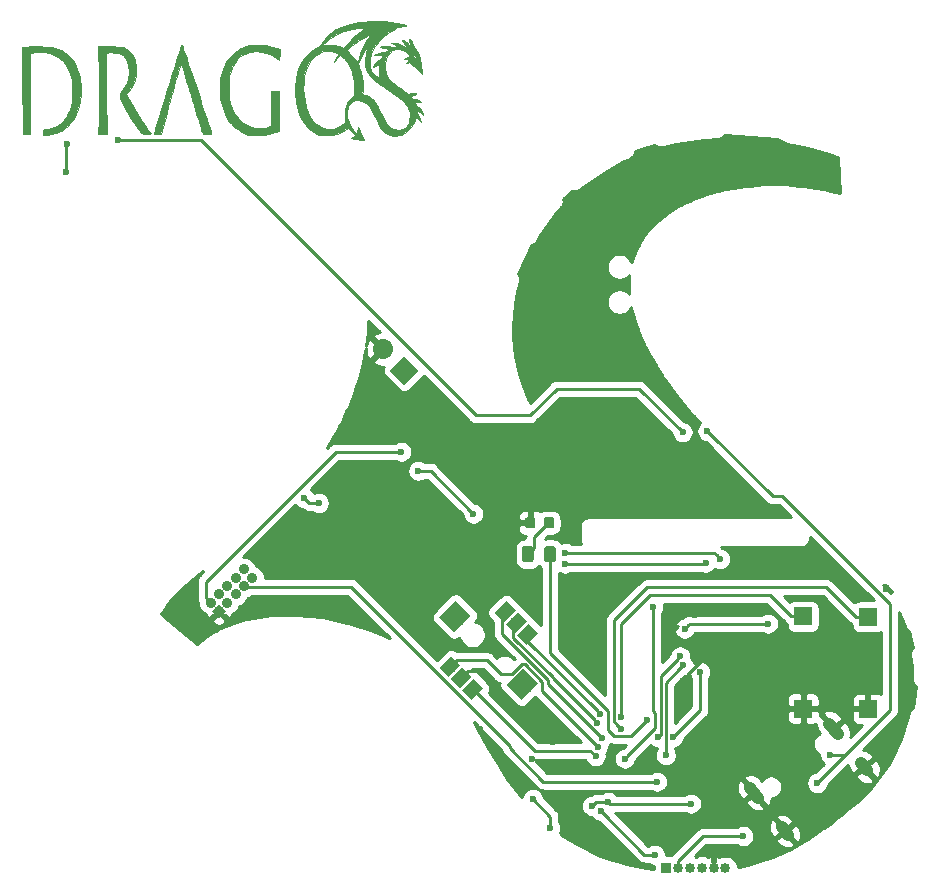
<source format=gbr>
G04 #@! TF.GenerationSoftware,KiCad,Pcbnew,5.1.2*
G04 #@! TF.CreationDate,2019-09-10T23:57:46-05:00*
G04 #@! TF.ProjectId,dragos,64726167-6f73-42e6-9b69-6361645f7063,rev?*
G04 #@! TF.SameCoordinates,Original*
G04 #@! TF.FileFunction,Copper,L1,Top*
G04 #@! TF.FilePolarity,Positive*
%FSLAX46Y46*%
G04 Gerber Fmt 4.6, Leading zero omitted, Abs format (unit mm)*
G04 Created by KiCad (PCBNEW 5.1.2) date 2019-09-10 23:57:46*
%MOMM*%
%LPD*%
G04 APERTURE LIST*
%ADD10C,0.010000*%
%ADD11C,0.100000*%
%ADD12C,0.875000*%
%ADD13C,1.000000*%
%ADD14C,1.000000*%
%ADD15C,1.700000*%
%ADD16C,1.700000*%
%ADD17C,0.975000*%
%ADD18R,1.500000X1.500000*%
%ADD19C,1.100000*%
%ADD20C,1.800000*%
%ADD21C,0.850000*%
%ADD22C,0.850000*%
%ADD23R,0.850000X0.850000*%
%ADD24O,0.850000X0.850000*%
%ADD25C,0.600000*%
%ADD26C,0.250000*%
%ADD27C,0.254000*%
G04 APERTURE END LIST*
D10*
G36*
X142567362Y-63603917D02*
G01*
X142611833Y-63606123D01*
X142835580Y-63625000D01*
X143089703Y-63655673D01*
X143360376Y-63695463D01*
X143633775Y-63741692D01*
X143896072Y-63791683D01*
X144133443Y-63842759D01*
X144332063Y-63892240D01*
X144478104Y-63937449D01*
X144557743Y-63975709D01*
X144566163Y-63984654D01*
X144558308Y-64011989D01*
X144501762Y-64004994D01*
X144376877Y-63999412D01*
X144198962Y-64026362D01*
X143990505Y-64080095D01*
X143773995Y-64154860D01*
X143580619Y-64240493D01*
X143104483Y-64523757D01*
X142660584Y-64872814D01*
X142262873Y-65274203D01*
X141925297Y-65714460D01*
X141747885Y-66009228D01*
X141580520Y-66372446D01*
X141484127Y-66716942D01*
X141453993Y-67061942D01*
X141458433Y-67189608D01*
X141508281Y-67520929D01*
X141615930Y-67802527D01*
X141788617Y-68052592D01*
X141812699Y-68079847D01*
X141917848Y-68186169D01*
X142034270Y-68288565D01*
X142147644Y-68376774D01*
X142243648Y-68440538D01*
X142307960Y-68469594D01*
X142326258Y-68453683D01*
X142323879Y-68446070D01*
X142279936Y-68285409D01*
X142245742Y-68074013D01*
X142224930Y-67845593D01*
X142221133Y-67633858D01*
X142226735Y-67544941D01*
X142254385Y-67275064D01*
X142073276Y-67345265D01*
X141944995Y-67402522D01*
X141841266Y-67461600D01*
X141818083Y-67478961D01*
X141759855Y-67515958D01*
X141748277Y-67491480D01*
X141781591Y-67413514D01*
X141858040Y-67290049D01*
X141860416Y-67286555D01*
X142028150Y-67084736D01*
X142224255Y-66917813D01*
X142315500Y-66861054D01*
X142386786Y-66797297D01*
X142468128Y-66689773D01*
X142499981Y-66637363D01*
X142599795Y-66459530D01*
X142488344Y-66487502D01*
X142388554Y-66497737D01*
X142239257Y-66496607D01*
X142092196Y-66486101D01*
X141807500Y-66456727D01*
X142019166Y-66358575D01*
X142239170Y-66284259D01*
X142489858Y-66258316D01*
X142506000Y-66258115D01*
X142663356Y-66252476D01*
X142768980Y-66231608D01*
X142855690Y-66184703D01*
X142940460Y-66115031D01*
X143099753Y-65974254D01*
X142961626Y-65951781D01*
X142844556Y-65927186D01*
X142687092Y-65887251D01*
X142569500Y-65854092D01*
X142436125Y-65812411D01*
X142375000Y-65785044D01*
X142376421Y-65765052D01*
X142421333Y-65748158D01*
X142576780Y-65722364D01*
X142778213Y-65714314D01*
X142989798Y-65723069D01*
X143175703Y-65747688D01*
X143261417Y-65770177D01*
X143402209Y-65807079D01*
X143528612Y-65800936D01*
X143611268Y-65780265D01*
X143787725Y-65729176D01*
X143517279Y-65587115D01*
X143246833Y-65445053D01*
X143556802Y-65468986D01*
X143757927Y-65493626D01*
X143925133Y-65540651D01*
X144103455Y-65623712D01*
X144149468Y-65648628D01*
X144312179Y-65734087D01*
X144469252Y-65809678D01*
X144587223Y-65859314D01*
X144589088Y-65859979D01*
X144746011Y-65915621D01*
X144489994Y-65611227D01*
X144372442Y-65468521D01*
X144273045Y-65342469D01*
X144206781Y-65252300D01*
X144191285Y-65227678D01*
X144187786Y-65189940D01*
X144236085Y-65197223D01*
X144322330Y-65241079D01*
X144432672Y-65313061D01*
X144553261Y-65404722D01*
X144670245Y-65507615D01*
X144702819Y-65539666D01*
X144802866Y-65638174D01*
X144855908Y-65679704D01*
X144872223Y-65669625D01*
X144864852Y-65624333D01*
X144836695Y-65486246D01*
X144816089Y-65343297D01*
X144804704Y-65216126D01*
X144804210Y-65125372D01*
X144816276Y-65091675D01*
X144822029Y-65095166D01*
X144856252Y-65143741D01*
X144926156Y-65252363D01*
X145023870Y-65408475D01*
X145141522Y-65599518D01*
X145253004Y-65782765D01*
X145643431Y-66428030D01*
X145785484Y-67243265D01*
X145828495Y-67494829D01*
X145864806Y-67716377D01*
X145892428Y-67894992D01*
X145909374Y-68017760D01*
X145913656Y-68071764D01*
X145913184Y-68073055D01*
X145879824Y-68049803D01*
X145796094Y-67976295D01*
X145671941Y-67861693D01*
X145517312Y-67715160D01*
X145365302Y-67568409D01*
X144831772Y-67049206D01*
X144679645Y-67121751D01*
X144578412Y-67162357D01*
X144512810Y-67174526D01*
X144504536Y-67171314D01*
X144512038Y-67149305D01*
X144522962Y-67148333D01*
X144598083Y-67114733D01*
X144678703Y-67035180D01*
X144736970Y-66941537D01*
X144749666Y-66888963D01*
X144740631Y-66835872D01*
X144698551Y-66816722D01*
X144600967Y-66823942D01*
X144569750Y-66828328D01*
X144389833Y-66854432D01*
X144580333Y-66757966D01*
X144720779Y-66667352D01*
X144758951Y-66605519D01*
X145169157Y-66605519D01*
X145223425Y-66700851D01*
X145272276Y-66756750D01*
X145352514Y-66839547D01*
X145405070Y-66888580D01*
X145414137Y-66894333D01*
X145423929Y-66858080D01*
X145427000Y-66791748D01*
X145400354Y-66694696D01*
X145334118Y-66580751D01*
X145311616Y-66552037D01*
X145196233Y-66414912D01*
X145169755Y-66517039D01*
X145169157Y-66605519D01*
X144758951Y-66605519D01*
X144779457Y-66572304D01*
X144758473Y-66461479D01*
X144660818Y-66324538D01*
X144465611Y-66145616D01*
X144247606Y-66036600D01*
X143987500Y-65989084D01*
X143881833Y-65985423D01*
X143702158Y-65990939D01*
X143570187Y-66014900D01*
X143449557Y-66065683D01*
X143391041Y-66098485D01*
X143152272Y-66286947D01*
X142969906Y-66537775D01*
X142844678Y-66849541D01*
X142777324Y-67220817D01*
X142770913Y-67301311D01*
X142776685Y-67689005D01*
X142845105Y-68034151D01*
X142931384Y-68249000D01*
X143028134Y-68408736D01*
X143159162Y-68567134D01*
X143335268Y-68734674D01*
X143567251Y-68921837D01*
X143802235Y-69094096D01*
X144002190Y-69237836D01*
X144196066Y-69379915D01*
X144364243Y-69505777D01*
X144487099Y-69600868D01*
X144506418Y-69616475D01*
X144621996Y-69706746D01*
X144700377Y-69749897D01*
X144767580Y-69755132D01*
X144840818Y-69734749D01*
X144972323Y-69705008D01*
X145129987Y-69691187D01*
X145281404Y-69693837D01*
X145394168Y-69713508D01*
X145419156Y-69724923D01*
X145416609Y-69757423D01*
X145354368Y-69804642D01*
X145253722Y-69856592D01*
X145135960Y-69903286D01*
X145022370Y-69934735D01*
X144955764Y-69942333D01*
X144902337Y-69946610D01*
X144896732Y-69969878D01*
X144943659Y-70027789D01*
X144998867Y-70085548D01*
X145102736Y-70176945D01*
X145210334Y-70224928D01*
X145361821Y-70247351D01*
X145363105Y-70247458D01*
X145518245Y-70273568D01*
X145657786Y-70318793D01*
X145708850Y-70345436D01*
X145829166Y-70424720D01*
X145659833Y-70461096D01*
X145518895Y-70481043D01*
X145391142Y-70483078D01*
X145374083Y-70481235D01*
X145289866Y-70471828D01*
X145257666Y-70472514D01*
X145288996Y-70576884D01*
X145369758Y-70701562D01*
X145480114Y-70818176D01*
X145523788Y-70853099D01*
X145682095Y-70994489D01*
X145824476Y-71167635D01*
X145928123Y-71342686D01*
X145958358Y-71421826D01*
X145988376Y-71525485D01*
X145852607Y-71411242D01*
X145760855Y-71340101D01*
X145695353Y-71300155D01*
X145683933Y-71297000D01*
X145633809Y-71270757D01*
X145553409Y-71206285D01*
X145539014Y-71193188D01*
X145465091Y-71128031D01*
X145433905Y-71118748D01*
X145427065Y-71162631D01*
X145427000Y-71176700D01*
X145444802Y-71255354D01*
X145491898Y-71383965D01*
X145558824Y-71537215D01*
X145572631Y-71566262D01*
X145647184Y-71732673D01*
X145708269Y-71890253D01*
X145743808Y-72007562D01*
X145745640Y-72016666D01*
X145773019Y-72164833D01*
X145699350Y-72059000D01*
X145572338Y-71892942D01*
X145468527Y-71790311D01*
X145392815Y-71754054D01*
X145350099Y-71787118D01*
X145342333Y-71844143D01*
X145313509Y-71976718D01*
X145234367Y-72150173D01*
X145115904Y-72347003D01*
X144969116Y-72549700D01*
X144805001Y-72740760D01*
X144733546Y-72813327D01*
X144515439Y-73012033D01*
X144324719Y-73151152D01*
X144139945Y-73240270D01*
X143939679Y-73288970D01*
X143702481Y-73306837D01*
X143627833Y-73307619D01*
X143429661Y-73304216D01*
X143285610Y-73289878D01*
X143165288Y-73258802D01*
X143038304Y-73205189D01*
X143003864Y-73188522D01*
X142798221Y-73070385D01*
X142615886Y-72924979D01*
X142448755Y-72741714D01*
X142288723Y-72509999D01*
X142127686Y-72219245D01*
X141957540Y-71858864D01*
X141918656Y-71770506D01*
X141745651Y-71389767D01*
X141588992Y-71082578D01*
X141443154Y-70840699D01*
X141302611Y-70655887D01*
X141161839Y-70519903D01*
X141016728Y-70425233D01*
X140771860Y-70336662D01*
X140509999Y-70306575D01*
X140253722Y-70333395D01*
X140025610Y-70415547D01*
X139896668Y-70503465D01*
X139758792Y-70641265D01*
X139663446Y-70784153D01*
X139603756Y-70951583D01*
X139572844Y-71163006D01*
X139563837Y-71437876D01*
X139563833Y-71445166D01*
X139564913Y-71651153D01*
X139572010Y-71799168D01*
X139590911Y-71915903D01*
X139627400Y-72028051D01*
X139687263Y-72162307D01*
X139745120Y-72281581D01*
X139976869Y-72672991D01*
X140177562Y-72916581D01*
X140428718Y-73180833D01*
X140439110Y-72545833D01*
X140631438Y-72948000D01*
X140721652Y-73138361D01*
X140806868Y-73321177D01*
X140874750Y-73469844D01*
X140901379Y-73530083D01*
X140978991Y-73710000D01*
X140864078Y-73704970D01*
X140776378Y-73694552D01*
X140628310Y-73670266D01*
X140442292Y-73635991D01*
X140283500Y-73604457D01*
X140076333Y-73561624D01*
X139948773Y-73530062D01*
X139897784Y-73502635D01*
X139920330Y-73472206D01*
X140013378Y-73431638D01*
X140173891Y-73373794D01*
X140183888Y-73370230D01*
X140338277Y-73315145D01*
X140001288Y-72978157D01*
X139664299Y-72641168D01*
X139487066Y-72767842D01*
X139095122Y-73002083D01*
X138672570Y-73164289D01*
X138212146Y-73256468D01*
X137706586Y-73280625D01*
X137637666Y-73278890D01*
X137419166Y-73269881D01*
X137260464Y-73256390D01*
X137136697Y-73233375D01*
X137022998Y-73195794D01*
X136894502Y-73138605D01*
X136857028Y-73120592D01*
X136544682Y-72926776D01*
X136246823Y-72659729D01*
X135971421Y-72330633D01*
X135726449Y-71950673D01*
X135519878Y-71531033D01*
X135359679Y-71082896D01*
X135330898Y-70979500D01*
X135208697Y-70385653D01*
X135149520Y-69781185D01*
X135151475Y-69282628D01*
X135852940Y-69282628D01*
X135878413Y-69856253D01*
X135950911Y-70397482D01*
X136067852Y-70895804D01*
X136226652Y-71340707D01*
X136424728Y-71721680D01*
X136468928Y-71789424D01*
X136690933Y-72068420D01*
X136951272Y-72316078D01*
X137230733Y-72516949D01*
X137510106Y-72655583D01*
X137572805Y-72677190D01*
X137805925Y-72722689D01*
X138079449Y-72734148D01*
X138356748Y-72712656D01*
X138601191Y-72659301D01*
X138641495Y-72645430D01*
X138917746Y-72518758D01*
X139163057Y-72360259D01*
X139319878Y-72220091D01*
X139381844Y-72136793D01*
X139391455Y-72053296D01*
X139372795Y-71972457D01*
X139334931Y-71740949D01*
X139332907Y-71462594D01*
X139363083Y-71165442D01*
X139421820Y-70877546D01*
X139505481Y-70626958D01*
X139562113Y-70512949D01*
X139639049Y-70403588D01*
X139746734Y-70277424D01*
X139868074Y-70151353D01*
X139985977Y-70042271D01*
X140083351Y-69967074D01*
X140139356Y-69942333D01*
X140158642Y-69902822D01*
X140169872Y-69794685D01*
X140173673Y-69633516D01*
X140170677Y-69434909D01*
X140161513Y-69214457D01*
X140146811Y-68987754D01*
X140127201Y-68770395D01*
X140103312Y-68577974D01*
X140078638Y-68438840D01*
X139939284Y-67931670D01*
X139756254Y-67477803D01*
X139597141Y-67197037D01*
X140459409Y-67197037D01*
X140556302Y-67458435D01*
X140693911Y-67889511D01*
X140798038Y-68340812D01*
X140864895Y-68788458D01*
X140890695Y-69208571D01*
X140880066Y-69499744D01*
X140853041Y-69797988D01*
X141102340Y-69849480D01*
X141366938Y-69938138D01*
X141606423Y-70093476D01*
X141833104Y-70323820D01*
X141868740Y-70367855D01*
X141926544Y-70443949D01*
X141982333Y-70525639D01*
X142041281Y-70622791D01*
X142108563Y-70745273D01*
X142189354Y-70902950D01*
X142288830Y-71105689D01*
X142412166Y-71363358D01*
X142564537Y-71685822D01*
X142603931Y-71769550D01*
X142766886Y-72089721D01*
X142922747Y-72336825D01*
X143080008Y-72521012D01*
X143247160Y-72652436D01*
X143409644Y-72732683D01*
X143604947Y-72786040D01*
X143828910Y-72814246D01*
X144048665Y-72815650D01*
X144231350Y-72788598D01*
X144270660Y-72775973D01*
X144465138Y-72659321D01*
X144627623Y-72476543D01*
X144752361Y-72242011D01*
X144833599Y-71970096D01*
X144865581Y-71675171D01*
X144842553Y-71371608D01*
X144839592Y-71355030D01*
X144795637Y-71171627D01*
X144735633Y-70988549D01*
X144688526Y-70878780D01*
X144580959Y-70715958D01*
X144414686Y-70525684D01*
X144204535Y-70322472D01*
X143965332Y-70120839D01*
X143754833Y-69964720D01*
X143566523Y-69832480D01*
X143355170Y-69682037D01*
X143165841Y-69545476D01*
X143162166Y-69542799D01*
X142982251Y-69417715D01*
X142767537Y-69277244D01*
X142557340Y-69146926D01*
X142506000Y-69116525D01*
X142154636Y-68880542D01*
X141838036Y-68607802D01*
X141564853Y-68309538D01*
X141343742Y-67996985D01*
X141183356Y-67681377D01*
X141092351Y-67373950D01*
X141077830Y-67262481D01*
X141076458Y-67071163D01*
X141094824Y-66825125D01*
X141129307Y-66551026D01*
X141176286Y-66275526D01*
X141232140Y-66025286D01*
X141258964Y-65928821D01*
X141290416Y-65812582D01*
X141304628Y-65735508D01*
X141303188Y-65719743D01*
X141273069Y-65743304D01*
X141211027Y-65827518D01*
X141125410Y-65958566D01*
X141024567Y-66122625D01*
X140916848Y-66305875D01*
X140810602Y-66494494D01*
X140714178Y-66674663D01*
X140654397Y-66793720D01*
X140459409Y-67197037D01*
X139597141Y-67197037D01*
X139533371Y-67084511D01*
X139274461Y-66759065D01*
X139117182Y-66610860D01*
X138980874Y-66496164D01*
X138732052Y-66769332D01*
X138483229Y-67042500D01*
X138653114Y-66736881D01*
X138731314Y-66593763D01*
X138790505Y-66480785D01*
X138820931Y-66416740D01*
X138823000Y-66409658D01*
X138786004Y-66371836D01*
X138689878Y-66320255D01*
X138556916Y-66264372D01*
X138409410Y-66213639D01*
X138281166Y-66179882D01*
X137900722Y-66135252D01*
X137548043Y-66169995D01*
X137218673Y-66285371D01*
X136908159Y-66482645D01*
X136760142Y-66610909D01*
X136482286Y-66930331D01*
X136252501Y-67314905D01*
X136072783Y-67758747D01*
X135945129Y-68255976D01*
X135871537Y-68800710D01*
X135852940Y-69282628D01*
X135151475Y-69282628D01*
X135151886Y-69178112D01*
X135214310Y-68588452D01*
X135335308Y-68024221D01*
X135513398Y-67497437D01*
X135747095Y-67020117D01*
X135837830Y-66872955D01*
X136057764Y-66580603D01*
X136319023Y-66305043D01*
X136600249Y-66066095D01*
X136662495Y-66025496D01*
X139508022Y-66025496D01*
X139832261Y-66366436D01*
X139981488Y-66531489D01*
X140122281Y-66701459D01*
X140235023Y-66851973D01*
X140283500Y-66927014D01*
X140354433Y-67043614D01*
X140409797Y-67123584D01*
X140433917Y-67147493D01*
X140453180Y-67109573D01*
X140485878Y-67006928D01*
X140526646Y-66857381D01*
X140552423Y-66753901D01*
X140642931Y-66438780D01*
X140764577Y-66103112D01*
X140908603Y-65765234D01*
X141066248Y-65443487D01*
X141228751Y-65156206D01*
X141387353Y-64921731D01*
X141481292Y-64809416D01*
X141543656Y-64735562D01*
X141564086Y-64695423D01*
X141560215Y-64693000D01*
X141510224Y-64710080D01*
X141404558Y-64755411D01*
X141263638Y-64820131D01*
X141224212Y-64838818D01*
X140896596Y-65013939D01*
X140537158Y-65242914D01*
X140138054Y-65530933D01*
X139904329Y-65712012D01*
X139508022Y-66025496D01*
X136662495Y-66025496D01*
X136880086Y-65883578D01*
X136934277Y-65855457D01*
X137104741Y-65766227D01*
X137223933Y-65685757D01*
X137234115Y-65675573D01*
X137404833Y-65675573D01*
X137553000Y-65643049D01*
X137661787Y-65628777D01*
X137826624Y-65618278D01*
X138018923Y-65613116D01*
X138103333Y-65612929D01*
X138337148Y-65620381D01*
X138528565Y-65644081D01*
X138719332Y-65690869D01*
X138865333Y-65737779D01*
X139225166Y-65860224D01*
X139675103Y-65391573D01*
X139867129Y-65197878D01*
X140074401Y-64999277D01*
X140274285Y-64816848D01*
X140444150Y-64671668D01*
X140472207Y-64649211D01*
X140649792Y-64514246D01*
X140834462Y-64382164D01*
X140997099Y-64273490D01*
X141059437Y-64235288D01*
X141179402Y-64162594D01*
X141229891Y-64123574D01*
X141216396Y-64112546D01*
X141172500Y-64118317D01*
X141084724Y-64132920D01*
X140932649Y-64156750D01*
X140735754Y-64186808D01*
X140513518Y-64220096D01*
X140452833Y-64229080D01*
X140004070Y-64301027D01*
X139630188Y-64373874D01*
X139321411Y-64449982D01*
X139067966Y-64531711D01*
X138891374Y-64606103D01*
X138701541Y-64706242D01*
X138479590Y-64838158D01*
X138244369Y-64989090D01*
X138014726Y-65146280D01*
X137809509Y-65296969D01*
X137647568Y-65428399D01*
X137574166Y-65497745D01*
X137404833Y-65675573D01*
X137234115Y-65675573D01*
X137318940Y-65590740D01*
X137416849Y-65457868D01*
X137444920Y-65416054D01*
X137641927Y-65158083D01*
X137889695Y-64891248D01*
X138161794Y-64641468D01*
X138431794Y-64434660D01*
X138474808Y-64406141D01*
X138871777Y-64186061D01*
X139327569Y-63996416D01*
X139819382Y-63845150D01*
X140324417Y-63740202D01*
X140431666Y-63724570D01*
X140708779Y-63692362D01*
X141029255Y-63663296D01*
X141372674Y-63638480D01*
X141718614Y-63619025D01*
X142046656Y-63606040D01*
X142336379Y-63600634D01*
X142567362Y-63603917D01*
X142567362Y-63603917D01*
G37*
X142567362Y-63603917D02*
X142611833Y-63606123D01*
X142835580Y-63625000D01*
X143089703Y-63655673D01*
X143360376Y-63695463D01*
X143633775Y-63741692D01*
X143896072Y-63791683D01*
X144133443Y-63842759D01*
X144332063Y-63892240D01*
X144478104Y-63937449D01*
X144557743Y-63975709D01*
X144566163Y-63984654D01*
X144558308Y-64011989D01*
X144501762Y-64004994D01*
X144376877Y-63999412D01*
X144198962Y-64026362D01*
X143990505Y-64080095D01*
X143773995Y-64154860D01*
X143580619Y-64240493D01*
X143104483Y-64523757D01*
X142660584Y-64872814D01*
X142262873Y-65274203D01*
X141925297Y-65714460D01*
X141747885Y-66009228D01*
X141580520Y-66372446D01*
X141484127Y-66716942D01*
X141453993Y-67061942D01*
X141458433Y-67189608D01*
X141508281Y-67520929D01*
X141615930Y-67802527D01*
X141788617Y-68052592D01*
X141812699Y-68079847D01*
X141917848Y-68186169D01*
X142034270Y-68288565D01*
X142147644Y-68376774D01*
X142243648Y-68440538D01*
X142307960Y-68469594D01*
X142326258Y-68453683D01*
X142323879Y-68446070D01*
X142279936Y-68285409D01*
X142245742Y-68074013D01*
X142224930Y-67845593D01*
X142221133Y-67633858D01*
X142226735Y-67544941D01*
X142254385Y-67275064D01*
X142073276Y-67345265D01*
X141944995Y-67402522D01*
X141841266Y-67461600D01*
X141818083Y-67478961D01*
X141759855Y-67515958D01*
X141748277Y-67491480D01*
X141781591Y-67413514D01*
X141858040Y-67290049D01*
X141860416Y-67286555D01*
X142028150Y-67084736D01*
X142224255Y-66917813D01*
X142315500Y-66861054D01*
X142386786Y-66797297D01*
X142468128Y-66689773D01*
X142499981Y-66637363D01*
X142599795Y-66459530D01*
X142488344Y-66487502D01*
X142388554Y-66497737D01*
X142239257Y-66496607D01*
X142092196Y-66486101D01*
X141807500Y-66456727D01*
X142019166Y-66358575D01*
X142239170Y-66284259D01*
X142489858Y-66258316D01*
X142506000Y-66258115D01*
X142663356Y-66252476D01*
X142768980Y-66231608D01*
X142855690Y-66184703D01*
X142940460Y-66115031D01*
X143099753Y-65974254D01*
X142961626Y-65951781D01*
X142844556Y-65927186D01*
X142687092Y-65887251D01*
X142569500Y-65854092D01*
X142436125Y-65812411D01*
X142375000Y-65785044D01*
X142376421Y-65765052D01*
X142421333Y-65748158D01*
X142576780Y-65722364D01*
X142778213Y-65714314D01*
X142989798Y-65723069D01*
X143175703Y-65747688D01*
X143261417Y-65770177D01*
X143402209Y-65807079D01*
X143528612Y-65800936D01*
X143611268Y-65780265D01*
X143787725Y-65729176D01*
X143517279Y-65587115D01*
X143246833Y-65445053D01*
X143556802Y-65468986D01*
X143757927Y-65493626D01*
X143925133Y-65540651D01*
X144103455Y-65623712D01*
X144149468Y-65648628D01*
X144312179Y-65734087D01*
X144469252Y-65809678D01*
X144587223Y-65859314D01*
X144589088Y-65859979D01*
X144746011Y-65915621D01*
X144489994Y-65611227D01*
X144372442Y-65468521D01*
X144273045Y-65342469D01*
X144206781Y-65252300D01*
X144191285Y-65227678D01*
X144187786Y-65189940D01*
X144236085Y-65197223D01*
X144322330Y-65241079D01*
X144432672Y-65313061D01*
X144553261Y-65404722D01*
X144670245Y-65507615D01*
X144702819Y-65539666D01*
X144802866Y-65638174D01*
X144855908Y-65679704D01*
X144872223Y-65669625D01*
X144864852Y-65624333D01*
X144836695Y-65486246D01*
X144816089Y-65343297D01*
X144804704Y-65216126D01*
X144804210Y-65125372D01*
X144816276Y-65091675D01*
X144822029Y-65095166D01*
X144856252Y-65143741D01*
X144926156Y-65252363D01*
X145023870Y-65408475D01*
X145141522Y-65599518D01*
X145253004Y-65782765D01*
X145643431Y-66428030D01*
X145785484Y-67243265D01*
X145828495Y-67494829D01*
X145864806Y-67716377D01*
X145892428Y-67894992D01*
X145909374Y-68017760D01*
X145913656Y-68071764D01*
X145913184Y-68073055D01*
X145879824Y-68049803D01*
X145796094Y-67976295D01*
X145671941Y-67861693D01*
X145517312Y-67715160D01*
X145365302Y-67568409D01*
X144831772Y-67049206D01*
X144679645Y-67121751D01*
X144578412Y-67162357D01*
X144512810Y-67174526D01*
X144504536Y-67171314D01*
X144512038Y-67149305D01*
X144522962Y-67148333D01*
X144598083Y-67114733D01*
X144678703Y-67035180D01*
X144736970Y-66941537D01*
X144749666Y-66888963D01*
X144740631Y-66835872D01*
X144698551Y-66816722D01*
X144600967Y-66823942D01*
X144569750Y-66828328D01*
X144389833Y-66854432D01*
X144580333Y-66757966D01*
X144720779Y-66667352D01*
X144758951Y-66605519D01*
X145169157Y-66605519D01*
X145223425Y-66700851D01*
X145272276Y-66756750D01*
X145352514Y-66839547D01*
X145405070Y-66888580D01*
X145414137Y-66894333D01*
X145423929Y-66858080D01*
X145427000Y-66791748D01*
X145400354Y-66694696D01*
X145334118Y-66580751D01*
X145311616Y-66552037D01*
X145196233Y-66414912D01*
X145169755Y-66517039D01*
X145169157Y-66605519D01*
X144758951Y-66605519D01*
X144779457Y-66572304D01*
X144758473Y-66461479D01*
X144660818Y-66324538D01*
X144465611Y-66145616D01*
X144247606Y-66036600D01*
X143987500Y-65989084D01*
X143881833Y-65985423D01*
X143702158Y-65990939D01*
X143570187Y-66014900D01*
X143449557Y-66065683D01*
X143391041Y-66098485D01*
X143152272Y-66286947D01*
X142969906Y-66537775D01*
X142844678Y-66849541D01*
X142777324Y-67220817D01*
X142770913Y-67301311D01*
X142776685Y-67689005D01*
X142845105Y-68034151D01*
X142931384Y-68249000D01*
X143028134Y-68408736D01*
X143159162Y-68567134D01*
X143335268Y-68734674D01*
X143567251Y-68921837D01*
X143802235Y-69094096D01*
X144002190Y-69237836D01*
X144196066Y-69379915D01*
X144364243Y-69505777D01*
X144487099Y-69600868D01*
X144506418Y-69616475D01*
X144621996Y-69706746D01*
X144700377Y-69749897D01*
X144767580Y-69755132D01*
X144840818Y-69734749D01*
X144972323Y-69705008D01*
X145129987Y-69691187D01*
X145281404Y-69693837D01*
X145394168Y-69713508D01*
X145419156Y-69724923D01*
X145416609Y-69757423D01*
X145354368Y-69804642D01*
X145253722Y-69856592D01*
X145135960Y-69903286D01*
X145022370Y-69934735D01*
X144955764Y-69942333D01*
X144902337Y-69946610D01*
X144896732Y-69969878D01*
X144943659Y-70027789D01*
X144998867Y-70085548D01*
X145102736Y-70176945D01*
X145210334Y-70224928D01*
X145361821Y-70247351D01*
X145363105Y-70247458D01*
X145518245Y-70273568D01*
X145657786Y-70318793D01*
X145708850Y-70345436D01*
X145829166Y-70424720D01*
X145659833Y-70461096D01*
X145518895Y-70481043D01*
X145391142Y-70483078D01*
X145374083Y-70481235D01*
X145289866Y-70471828D01*
X145257666Y-70472514D01*
X145288996Y-70576884D01*
X145369758Y-70701562D01*
X145480114Y-70818176D01*
X145523788Y-70853099D01*
X145682095Y-70994489D01*
X145824476Y-71167635D01*
X145928123Y-71342686D01*
X145958358Y-71421826D01*
X145988376Y-71525485D01*
X145852607Y-71411242D01*
X145760855Y-71340101D01*
X145695353Y-71300155D01*
X145683933Y-71297000D01*
X145633809Y-71270757D01*
X145553409Y-71206285D01*
X145539014Y-71193188D01*
X145465091Y-71128031D01*
X145433905Y-71118748D01*
X145427065Y-71162631D01*
X145427000Y-71176700D01*
X145444802Y-71255354D01*
X145491898Y-71383965D01*
X145558824Y-71537215D01*
X145572631Y-71566262D01*
X145647184Y-71732673D01*
X145708269Y-71890253D01*
X145743808Y-72007562D01*
X145745640Y-72016666D01*
X145773019Y-72164833D01*
X145699350Y-72059000D01*
X145572338Y-71892942D01*
X145468527Y-71790311D01*
X145392815Y-71754054D01*
X145350099Y-71787118D01*
X145342333Y-71844143D01*
X145313509Y-71976718D01*
X145234367Y-72150173D01*
X145115904Y-72347003D01*
X144969116Y-72549700D01*
X144805001Y-72740760D01*
X144733546Y-72813327D01*
X144515439Y-73012033D01*
X144324719Y-73151152D01*
X144139945Y-73240270D01*
X143939679Y-73288970D01*
X143702481Y-73306837D01*
X143627833Y-73307619D01*
X143429661Y-73304216D01*
X143285610Y-73289878D01*
X143165288Y-73258802D01*
X143038304Y-73205189D01*
X143003864Y-73188522D01*
X142798221Y-73070385D01*
X142615886Y-72924979D01*
X142448755Y-72741714D01*
X142288723Y-72509999D01*
X142127686Y-72219245D01*
X141957540Y-71858864D01*
X141918656Y-71770506D01*
X141745651Y-71389767D01*
X141588992Y-71082578D01*
X141443154Y-70840699D01*
X141302611Y-70655887D01*
X141161839Y-70519903D01*
X141016728Y-70425233D01*
X140771860Y-70336662D01*
X140509999Y-70306575D01*
X140253722Y-70333395D01*
X140025610Y-70415547D01*
X139896668Y-70503465D01*
X139758792Y-70641265D01*
X139663446Y-70784153D01*
X139603756Y-70951583D01*
X139572844Y-71163006D01*
X139563837Y-71437876D01*
X139563833Y-71445166D01*
X139564913Y-71651153D01*
X139572010Y-71799168D01*
X139590911Y-71915903D01*
X139627400Y-72028051D01*
X139687263Y-72162307D01*
X139745120Y-72281581D01*
X139976869Y-72672991D01*
X140177562Y-72916581D01*
X140428718Y-73180833D01*
X140439110Y-72545833D01*
X140631438Y-72948000D01*
X140721652Y-73138361D01*
X140806868Y-73321177D01*
X140874750Y-73469844D01*
X140901379Y-73530083D01*
X140978991Y-73710000D01*
X140864078Y-73704970D01*
X140776378Y-73694552D01*
X140628310Y-73670266D01*
X140442292Y-73635991D01*
X140283500Y-73604457D01*
X140076333Y-73561624D01*
X139948773Y-73530062D01*
X139897784Y-73502635D01*
X139920330Y-73472206D01*
X140013378Y-73431638D01*
X140173891Y-73373794D01*
X140183888Y-73370230D01*
X140338277Y-73315145D01*
X140001288Y-72978157D01*
X139664299Y-72641168D01*
X139487066Y-72767842D01*
X139095122Y-73002083D01*
X138672570Y-73164289D01*
X138212146Y-73256468D01*
X137706586Y-73280625D01*
X137637666Y-73278890D01*
X137419166Y-73269881D01*
X137260464Y-73256390D01*
X137136697Y-73233375D01*
X137022998Y-73195794D01*
X136894502Y-73138605D01*
X136857028Y-73120592D01*
X136544682Y-72926776D01*
X136246823Y-72659729D01*
X135971421Y-72330633D01*
X135726449Y-71950673D01*
X135519878Y-71531033D01*
X135359679Y-71082896D01*
X135330898Y-70979500D01*
X135208697Y-70385653D01*
X135149520Y-69781185D01*
X135151475Y-69282628D01*
X135852940Y-69282628D01*
X135878413Y-69856253D01*
X135950911Y-70397482D01*
X136067852Y-70895804D01*
X136226652Y-71340707D01*
X136424728Y-71721680D01*
X136468928Y-71789424D01*
X136690933Y-72068420D01*
X136951272Y-72316078D01*
X137230733Y-72516949D01*
X137510106Y-72655583D01*
X137572805Y-72677190D01*
X137805925Y-72722689D01*
X138079449Y-72734148D01*
X138356748Y-72712656D01*
X138601191Y-72659301D01*
X138641495Y-72645430D01*
X138917746Y-72518758D01*
X139163057Y-72360259D01*
X139319878Y-72220091D01*
X139381844Y-72136793D01*
X139391455Y-72053296D01*
X139372795Y-71972457D01*
X139334931Y-71740949D01*
X139332907Y-71462594D01*
X139363083Y-71165442D01*
X139421820Y-70877546D01*
X139505481Y-70626958D01*
X139562113Y-70512949D01*
X139639049Y-70403588D01*
X139746734Y-70277424D01*
X139868074Y-70151353D01*
X139985977Y-70042271D01*
X140083351Y-69967074D01*
X140139356Y-69942333D01*
X140158642Y-69902822D01*
X140169872Y-69794685D01*
X140173673Y-69633516D01*
X140170677Y-69434909D01*
X140161513Y-69214457D01*
X140146811Y-68987754D01*
X140127201Y-68770395D01*
X140103312Y-68577974D01*
X140078638Y-68438840D01*
X139939284Y-67931670D01*
X139756254Y-67477803D01*
X139597141Y-67197037D01*
X140459409Y-67197037D01*
X140556302Y-67458435D01*
X140693911Y-67889511D01*
X140798038Y-68340812D01*
X140864895Y-68788458D01*
X140890695Y-69208571D01*
X140880066Y-69499744D01*
X140853041Y-69797988D01*
X141102340Y-69849480D01*
X141366938Y-69938138D01*
X141606423Y-70093476D01*
X141833104Y-70323820D01*
X141868740Y-70367855D01*
X141926544Y-70443949D01*
X141982333Y-70525639D01*
X142041281Y-70622791D01*
X142108563Y-70745273D01*
X142189354Y-70902950D01*
X142288830Y-71105689D01*
X142412166Y-71363358D01*
X142564537Y-71685822D01*
X142603931Y-71769550D01*
X142766886Y-72089721D01*
X142922747Y-72336825D01*
X143080008Y-72521012D01*
X143247160Y-72652436D01*
X143409644Y-72732683D01*
X143604947Y-72786040D01*
X143828910Y-72814246D01*
X144048665Y-72815650D01*
X144231350Y-72788598D01*
X144270660Y-72775973D01*
X144465138Y-72659321D01*
X144627623Y-72476543D01*
X144752361Y-72242011D01*
X144833599Y-71970096D01*
X144865581Y-71675171D01*
X144842553Y-71371608D01*
X144839592Y-71355030D01*
X144795637Y-71171627D01*
X144735633Y-70988549D01*
X144688526Y-70878780D01*
X144580959Y-70715958D01*
X144414686Y-70525684D01*
X144204535Y-70322472D01*
X143965332Y-70120839D01*
X143754833Y-69964720D01*
X143566523Y-69832480D01*
X143355170Y-69682037D01*
X143165841Y-69545476D01*
X143162166Y-69542799D01*
X142982251Y-69417715D01*
X142767537Y-69277244D01*
X142557340Y-69146926D01*
X142506000Y-69116525D01*
X142154636Y-68880542D01*
X141838036Y-68607802D01*
X141564853Y-68309538D01*
X141343742Y-67996985D01*
X141183356Y-67681377D01*
X141092351Y-67373950D01*
X141077830Y-67262481D01*
X141076458Y-67071163D01*
X141094824Y-66825125D01*
X141129307Y-66551026D01*
X141176286Y-66275526D01*
X141232140Y-66025286D01*
X141258964Y-65928821D01*
X141290416Y-65812582D01*
X141304628Y-65735508D01*
X141303188Y-65719743D01*
X141273069Y-65743304D01*
X141211027Y-65827518D01*
X141125410Y-65958566D01*
X141024567Y-66122625D01*
X140916848Y-66305875D01*
X140810602Y-66494494D01*
X140714178Y-66674663D01*
X140654397Y-66793720D01*
X140459409Y-67197037D01*
X139597141Y-67197037D01*
X139533371Y-67084511D01*
X139274461Y-66759065D01*
X139117182Y-66610860D01*
X138980874Y-66496164D01*
X138732052Y-66769332D01*
X138483229Y-67042500D01*
X138653114Y-66736881D01*
X138731314Y-66593763D01*
X138790505Y-66480785D01*
X138820931Y-66416740D01*
X138823000Y-66409658D01*
X138786004Y-66371836D01*
X138689878Y-66320255D01*
X138556916Y-66264372D01*
X138409410Y-66213639D01*
X138281166Y-66179882D01*
X137900722Y-66135252D01*
X137548043Y-66169995D01*
X137218673Y-66285371D01*
X136908159Y-66482645D01*
X136760142Y-66610909D01*
X136482286Y-66930331D01*
X136252501Y-67314905D01*
X136072783Y-67758747D01*
X135945129Y-68255976D01*
X135871537Y-68800710D01*
X135852940Y-69282628D01*
X135151475Y-69282628D01*
X135151886Y-69178112D01*
X135214310Y-68588452D01*
X135335308Y-68024221D01*
X135513398Y-67497437D01*
X135747095Y-67020117D01*
X135837830Y-66872955D01*
X136057764Y-66580603D01*
X136319023Y-66305043D01*
X136600249Y-66066095D01*
X136662495Y-66025496D01*
X139508022Y-66025496D01*
X139832261Y-66366436D01*
X139981488Y-66531489D01*
X140122281Y-66701459D01*
X140235023Y-66851973D01*
X140283500Y-66927014D01*
X140354433Y-67043614D01*
X140409797Y-67123584D01*
X140433917Y-67147493D01*
X140453180Y-67109573D01*
X140485878Y-67006928D01*
X140526646Y-66857381D01*
X140552423Y-66753901D01*
X140642931Y-66438780D01*
X140764577Y-66103112D01*
X140908603Y-65765234D01*
X141066248Y-65443487D01*
X141228751Y-65156206D01*
X141387353Y-64921731D01*
X141481292Y-64809416D01*
X141543656Y-64735562D01*
X141564086Y-64695423D01*
X141560215Y-64693000D01*
X141510224Y-64710080D01*
X141404558Y-64755411D01*
X141263638Y-64820131D01*
X141224212Y-64838818D01*
X140896596Y-65013939D01*
X140537158Y-65242914D01*
X140138054Y-65530933D01*
X139904329Y-65712012D01*
X139508022Y-66025496D01*
X136662495Y-66025496D01*
X136880086Y-65883578D01*
X136934277Y-65855457D01*
X137104741Y-65766227D01*
X137223933Y-65685757D01*
X137234115Y-65675573D01*
X137404833Y-65675573D01*
X137553000Y-65643049D01*
X137661787Y-65628777D01*
X137826624Y-65618278D01*
X138018923Y-65613116D01*
X138103333Y-65612929D01*
X138337148Y-65620381D01*
X138528565Y-65644081D01*
X138719332Y-65690869D01*
X138865333Y-65737779D01*
X139225166Y-65860224D01*
X139675103Y-65391573D01*
X139867129Y-65197878D01*
X140074401Y-64999277D01*
X140274285Y-64816848D01*
X140444150Y-64671668D01*
X140472207Y-64649211D01*
X140649792Y-64514246D01*
X140834462Y-64382164D01*
X140997099Y-64273490D01*
X141059437Y-64235288D01*
X141179402Y-64162594D01*
X141229891Y-64123574D01*
X141216396Y-64112546D01*
X141172500Y-64118317D01*
X141084724Y-64132920D01*
X140932649Y-64156750D01*
X140735754Y-64186808D01*
X140513518Y-64220096D01*
X140452833Y-64229080D01*
X140004070Y-64301027D01*
X139630188Y-64373874D01*
X139321411Y-64449982D01*
X139067966Y-64531711D01*
X138891374Y-64606103D01*
X138701541Y-64706242D01*
X138479590Y-64838158D01*
X138244369Y-64989090D01*
X138014726Y-65146280D01*
X137809509Y-65296969D01*
X137647568Y-65428399D01*
X137574166Y-65497745D01*
X137404833Y-65675573D01*
X137234115Y-65675573D01*
X137318940Y-65590740D01*
X137416849Y-65457868D01*
X137444920Y-65416054D01*
X137641927Y-65158083D01*
X137889695Y-64891248D01*
X138161794Y-64641468D01*
X138431794Y-64434660D01*
X138474808Y-64406141D01*
X138871777Y-64186061D01*
X139327569Y-63996416D01*
X139819382Y-63845150D01*
X140324417Y-63740202D01*
X140431666Y-63724570D01*
X140708779Y-63692362D01*
X141029255Y-63663296D01*
X141372674Y-63638480D01*
X141718614Y-63619025D01*
X142046656Y-63606040D01*
X142336379Y-63600634D01*
X142567362Y-63603917D01*
G36*
X132719211Y-65669571D02*
G01*
X133228288Y-65784161D01*
X133650474Y-65927833D01*
X133875449Y-66017378D01*
X133849458Y-66297105D01*
X133832078Y-66471038D01*
X133813635Y-66635548D01*
X133801198Y-66732510D01*
X133778929Y-66888186D01*
X133563976Y-66725495D01*
X133159758Y-66470591D01*
X132726927Y-66293006D01*
X132273899Y-66194452D01*
X131809085Y-66176643D01*
X131340899Y-66241292D01*
X131270116Y-66258408D01*
X130942347Y-66362642D01*
X130670447Y-66499275D01*
X130427271Y-66684070D01*
X130270474Y-66838845D01*
X130027563Y-67140567D01*
X129835802Y-67475739D01*
X129692033Y-67853775D01*
X129593101Y-68284088D01*
X129535852Y-68776091D01*
X129521044Y-69074500D01*
X129524283Y-69633517D01*
X129571215Y-70130437D01*
X129664564Y-70577257D01*
X129807053Y-70985973D01*
X130001405Y-71368582D01*
X130065347Y-71472447D01*
X130359812Y-71869197D01*
X130685744Y-72187385D01*
X131043023Y-72426957D01*
X131431532Y-72587860D01*
X131851150Y-72670038D01*
X132301759Y-72673437D01*
X132612974Y-72633061D01*
X132856364Y-72581002D01*
X133017129Y-72527454D01*
X133086677Y-72482505D01*
X133105728Y-72454724D01*
X133120833Y-72412270D01*
X133132315Y-72346418D01*
X133140499Y-72248445D01*
X133145709Y-72109629D01*
X133148270Y-71921246D01*
X133148505Y-71674573D01*
X133146739Y-71360887D01*
X133143296Y-70971465D01*
X133143202Y-70961745D01*
X133129166Y-69518953D01*
X133457250Y-69518976D01*
X133785333Y-69519000D01*
X133794451Y-71032416D01*
X133796997Y-71474708D01*
X133798707Y-71839945D01*
X133799421Y-72135733D01*
X133798983Y-72369682D01*
X133797233Y-72549399D01*
X133794015Y-72682493D01*
X133789169Y-72776570D01*
X133782537Y-72839240D01*
X133773963Y-72878111D01*
X133763287Y-72900790D01*
X133755438Y-72910161D01*
X133704094Y-72934258D01*
X133587772Y-72976082D01*
X133422897Y-73030077D01*
X133225894Y-73090685D01*
X133192603Y-73100591D01*
X132970772Y-73164372D01*
X132792624Y-73208734D01*
X132631219Y-73237688D01*
X132459613Y-73255242D01*
X132250864Y-73265407D01*
X132049666Y-73270682D01*
X131737288Y-73273223D01*
X131493659Y-73264906D01*
X131303450Y-73244853D01*
X131184647Y-73221087D01*
X130775851Y-73078913D01*
X130376944Y-72865169D01*
X130006708Y-72592483D01*
X129683925Y-72273482D01*
X129574334Y-72138422D01*
X129311869Y-71727410D01*
X129098800Y-71260072D01*
X128936394Y-70749741D01*
X128825918Y-70209749D01*
X128768642Y-69653427D01*
X128765832Y-69094109D01*
X128818757Y-68545126D01*
X128928683Y-68019810D01*
X129096880Y-67531494D01*
X129129246Y-67457769D01*
X129337199Y-67068613D01*
X129592649Y-66703933D01*
X129881589Y-66380045D01*
X130190010Y-66113265D01*
X130404686Y-65972246D01*
X130794506Y-65795540D01*
X131233560Y-65676745D01*
X131709156Y-65616037D01*
X132208604Y-65613587D01*
X132719211Y-65669571D01*
X132719211Y-65669571D01*
G37*
X132719211Y-65669571D02*
X133228288Y-65784161D01*
X133650474Y-65927833D01*
X133875449Y-66017378D01*
X133849458Y-66297105D01*
X133832078Y-66471038D01*
X133813635Y-66635548D01*
X133801198Y-66732510D01*
X133778929Y-66888186D01*
X133563976Y-66725495D01*
X133159758Y-66470591D01*
X132726927Y-66293006D01*
X132273899Y-66194452D01*
X131809085Y-66176643D01*
X131340899Y-66241292D01*
X131270116Y-66258408D01*
X130942347Y-66362642D01*
X130670447Y-66499275D01*
X130427271Y-66684070D01*
X130270474Y-66838845D01*
X130027563Y-67140567D01*
X129835802Y-67475739D01*
X129692033Y-67853775D01*
X129593101Y-68284088D01*
X129535852Y-68776091D01*
X129521044Y-69074500D01*
X129524283Y-69633517D01*
X129571215Y-70130437D01*
X129664564Y-70577257D01*
X129807053Y-70985973D01*
X130001405Y-71368582D01*
X130065347Y-71472447D01*
X130359812Y-71869197D01*
X130685744Y-72187385D01*
X131043023Y-72426957D01*
X131431532Y-72587860D01*
X131851150Y-72670038D01*
X132301759Y-72673437D01*
X132612974Y-72633061D01*
X132856364Y-72581002D01*
X133017129Y-72527454D01*
X133086677Y-72482505D01*
X133105728Y-72454724D01*
X133120833Y-72412270D01*
X133132315Y-72346418D01*
X133140499Y-72248445D01*
X133145709Y-72109629D01*
X133148270Y-71921246D01*
X133148505Y-71674573D01*
X133146739Y-71360887D01*
X133143296Y-70971465D01*
X133143202Y-70961745D01*
X133129166Y-69518953D01*
X133457250Y-69518976D01*
X133785333Y-69519000D01*
X133794451Y-71032416D01*
X133796997Y-71474708D01*
X133798707Y-71839945D01*
X133799421Y-72135733D01*
X133798983Y-72369682D01*
X133797233Y-72549399D01*
X133794015Y-72682493D01*
X133789169Y-72776570D01*
X133782537Y-72839240D01*
X133773963Y-72878111D01*
X133763287Y-72900790D01*
X133755438Y-72910161D01*
X133704094Y-72934258D01*
X133587772Y-72976082D01*
X133422897Y-73030077D01*
X133225894Y-73090685D01*
X133192603Y-73100591D01*
X132970772Y-73164372D01*
X132792624Y-73208734D01*
X132631219Y-73237688D01*
X132459613Y-73255242D01*
X132250864Y-73265407D01*
X132049666Y-73270682D01*
X131737288Y-73273223D01*
X131493659Y-73264906D01*
X131303450Y-73244853D01*
X131184647Y-73221087D01*
X130775851Y-73078913D01*
X130376944Y-72865169D01*
X130006708Y-72592483D01*
X129683925Y-72273482D01*
X129574334Y-72138422D01*
X129311869Y-71727410D01*
X129098800Y-71260072D01*
X128936394Y-70749741D01*
X128825918Y-70209749D01*
X128768642Y-69653427D01*
X128765832Y-69094109D01*
X128818757Y-68545126D01*
X128928683Y-68019810D01*
X129096880Y-67531494D01*
X129129246Y-67457769D01*
X129337199Y-67068613D01*
X129592649Y-66703933D01*
X129881589Y-66380045D01*
X130190010Y-66113265D01*
X130404686Y-65972246D01*
X130794506Y-65795540D01*
X131233560Y-65676745D01*
X131709156Y-65616037D01*
X132208604Y-65613587D01*
X132719211Y-65669571D01*
G36*
X113980190Y-65769719D02*
G01*
X114317292Y-65791950D01*
X114605310Y-65829029D01*
X114855969Y-65883116D01*
X115080992Y-65956372D01*
X115292101Y-66050957D01*
X115501020Y-66169033D01*
X115573570Y-66214870D01*
X115942449Y-66493846D01*
X116251196Y-66817678D01*
X116504007Y-67192985D01*
X116705082Y-67626388D01*
X116858618Y-68124507D01*
X116900102Y-68306757D01*
X116954752Y-68654952D01*
X116986683Y-69052301D01*
X116995822Y-69471042D01*
X116982096Y-69883410D01*
X116945434Y-70261642D01*
X116905778Y-70492666D01*
X116760226Y-71037794D01*
X116567865Y-71519754D01*
X116323229Y-71949269D01*
X116020850Y-72337056D01*
X115899626Y-72465655D01*
X115707457Y-72650708D01*
X115540367Y-72786766D01*
X115373032Y-72892864D01*
X115243333Y-72958959D01*
X114874291Y-73103813D01*
X114490701Y-73201122D01*
X114124380Y-73243211D01*
X114060226Y-73244333D01*
X113918851Y-73242582D01*
X113842276Y-73231039D01*
X113810633Y-73200266D01*
X113804056Y-73140827D01*
X113804000Y-73122625D01*
X113812927Y-72985773D01*
X113829566Y-72873085D01*
X113848195Y-72804327D01*
X113883430Y-72763093D01*
X113955931Y-72738731D01*
X114086360Y-72720585D01*
X114135772Y-72715200D01*
X114573153Y-72635111D01*
X114955279Y-72492592D01*
X115286703Y-72284380D01*
X115571979Y-72007213D01*
X115815660Y-71657829D01*
X115938344Y-71423738D01*
X116070702Y-71111331D01*
X116167533Y-70799518D01*
X116233844Y-70465321D01*
X116274642Y-70085764D01*
X116289544Y-69811792D01*
X116287727Y-69186804D01*
X116230956Y-68624703D01*
X116118637Y-68123463D01*
X115950173Y-67681059D01*
X115724969Y-67295463D01*
X115456953Y-66978953D01*
X115123601Y-66695200D01*
X114763600Y-66483298D01*
X114367791Y-66339707D01*
X113927009Y-66260887D01*
X113550000Y-66242103D01*
X113269321Y-66243972D01*
X113061752Y-66253103D01*
X112915862Y-66272182D01*
X112820216Y-66303898D01*
X112763384Y-66350936D01*
X112733933Y-66415983D01*
X112729599Y-66434919D01*
X112725437Y-66497353D01*
X112721479Y-66637685D01*
X112717776Y-66849147D01*
X112714379Y-67124973D01*
X112711342Y-67458392D01*
X112708714Y-67842639D01*
X112706549Y-68270944D01*
X112704899Y-68736540D01*
X112703814Y-69232658D01*
X112703347Y-69752532D01*
X112703333Y-69862958D01*
X112703333Y-73159666D01*
X112409498Y-73159666D01*
X112260000Y-73154777D01*
X112146783Y-73141937D01*
X112093602Y-73123884D01*
X112093114Y-73123182D01*
X112089691Y-73076298D01*
X112086348Y-72950926D01*
X112083128Y-72753246D01*
X112080076Y-72489438D01*
X112077234Y-72165679D01*
X112074646Y-71788149D01*
X112072355Y-71363028D01*
X112070406Y-70896494D01*
X112068840Y-70394728D01*
X112067703Y-69863907D01*
X112067137Y-69429598D01*
X112063708Y-65772500D01*
X113111846Y-65761158D01*
X113582283Y-65760175D01*
X113980190Y-65769719D01*
X113980190Y-65769719D01*
G37*
X113980190Y-65769719D02*
X114317292Y-65791950D01*
X114605310Y-65829029D01*
X114855969Y-65883116D01*
X115080992Y-65956372D01*
X115292101Y-66050957D01*
X115501020Y-66169033D01*
X115573570Y-66214870D01*
X115942449Y-66493846D01*
X116251196Y-66817678D01*
X116504007Y-67192985D01*
X116705082Y-67626388D01*
X116858618Y-68124507D01*
X116900102Y-68306757D01*
X116954752Y-68654952D01*
X116986683Y-69052301D01*
X116995822Y-69471042D01*
X116982096Y-69883410D01*
X116945434Y-70261642D01*
X116905778Y-70492666D01*
X116760226Y-71037794D01*
X116567865Y-71519754D01*
X116323229Y-71949269D01*
X116020850Y-72337056D01*
X115899626Y-72465655D01*
X115707457Y-72650708D01*
X115540367Y-72786766D01*
X115373032Y-72892864D01*
X115243333Y-72958959D01*
X114874291Y-73103813D01*
X114490701Y-73201122D01*
X114124380Y-73243211D01*
X114060226Y-73244333D01*
X113918851Y-73242582D01*
X113842276Y-73231039D01*
X113810633Y-73200266D01*
X113804056Y-73140827D01*
X113804000Y-73122625D01*
X113812927Y-72985773D01*
X113829566Y-72873085D01*
X113848195Y-72804327D01*
X113883430Y-72763093D01*
X113955931Y-72738731D01*
X114086360Y-72720585D01*
X114135772Y-72715200D01*
X114573153Y-72635111D01*
X114955279Y-72492592D01*
X115286703Y-72284380D01*
X115571979Y-72007213D01*
X115815660Y-71657829D01*
X115938344Y-71423738D01*
X116070702Y-71111331D01*
X116167533Y-70799518D01*
X116233844Y-70465321D01*
X116274642Y-70085764D01*
X116289544Y-69811792D01*
X116287727Y-69186804D01*
X116230956Y-68624703D01*
X116118637Y-68123463D01*
X115950173Y-67681059D01*
X115724969Y-67295463D01*
X115456953Y-66978953D01*
X115123601Y-66695200D01*
X114763600Y-66483298D01*
X114367791Y-66339707D01*
X113927009Y-66260887D01*
X113550000Y-66242103D01*
X113269321Y-66243972D01*
X113061752Y-66253103D01*
X112915862Y-66272182D01*
X112820216Y-66303898D01*
X112763384Y-66350936D01*
X112733933Y-66415983D01*
X112729599Y-66434919D01*
X112725437Y-66497353D01*
X112721479Y-66637685D01*
X112717776Y-66849147D01*
X112714379Y-67124973D01*
X112711342Y-67458392D01*
X112708714Y-67842639D01*
X112706549Y-68270944D01*
X112704899Y-68736540D01*
X112703814Y-69232658D01*
X112703347Y-69752532D01*
X112703333Y-69862958D01*
X112703333Y-73159666D01*
X112409498Y-73159666D01*
X112260000Y-73154777D01*
X112146783Y-73141937D01*
X112093602Y-73123884D01*
X112093114Y-73123182D01*
X112089691Y-73076298D01*
X112086348Y-72950926D01*
X112083128Y-72753246D01*
X112080076Y-72489438D01*
X112077234Y-72165679D01*
X112074646Y-71788149D01*
X112072355Y-71363028D01*
X112070406Y-70896494D01*
X112068840Y-70394728D01*
X112067703Y-69863907D01*
X112067137Y-69429598D01*
X112063708Y-65772500D01*
X113111846Y-65761158D01*
X113582283Y-65760175D01*
X113980190Y-65769719D01*
G36*
X119485871Y-65758595D02*
G01*
X119807883Y-65763223D01*
X120057482Y-65768109D01*
X120246917Y-65774463D01*
X120388438Y-65783491D01*
X120494291Y-65796401D01*
X120576727Y-65814401D01*
X120647993Y-65838700D01*
X120720340Y-65870504D01*
X120746666Y-65882912D01*
X121038847Y-66067233D01*
X121283414Y-66317223D01*
X121476996Y-66626364D01*
X121616218Y-66988137D01*
X121697707Y-67396021D01*
X121719081Y-67762166D01*
X121687905Y-68209582D01*
X121590817Y-68619429D01*
X121422482Y-69006076D01*
X121177564Y-69383893D01*
X121063225Y-69528234D01*
X120831668Y-69807203D01*
X121324493Y-70668518D01*
X121637332Y-71206419D01*
X121920258Y-71673775D01*
X122177677Y-72077439D01*
X122413997Y-72424267D01*
X122633624Y-72721112D01*
X122691335Y-72794460D01*
X122815187Y-72954769D01*
X122887619Y-73062852D01*
X122914392Y-73128926D01*
X122901263Y-73163210D01*
X122899733Y-73164229D01*
X122800687Y-73193383D01*
X122651097Y-73201592D01*
X122482005Y-73190540D01*
X122324454Y-73161908D01*
X122228333Y-73127850D01*
X122132314Y-73053058D01*
X122004089Y-72913315D01*
X121850085Y-72719011D01*
X121676726Y-72480533D01*
X121490436Y-72208273D01*
X121297640Y-71912620D01*
X121104763Y-71603962D01*
X120918229Y-71292690D01*
X120744464Y-70989193D01*
X120589891Y-70703860D01*
X120460936Y-70447081D01*
X120364023Y-70229245D01*
X120305577Y-70060742D01*
X120292729Y-69997769D01*
X120283265Y-69835944D01*
X120307988Y-69704345D01*
X120377143Y-69578332D01*
X120500978Y-69433261D01*
X120547382Y-69385325D01*
X120772084Y-69112877D01*
X120932827Y-68812390D01*
X121033173Y-68473087D01*
X121076681Y-68084193D01*
X121075629Y-67786219D01*
X121029353Y-67376294D01*
X120927382Y-67027971D01*
X120770248Y-66742268D01*
X120558481Y-66520200D01*
X120345956Y-66387038D01*
X120208212Y-66338723D01*
X120027973Y-66300858D01*
X119825366Y-66274620D01*
X119620519Y-66261187D01*
X119433560Y-66261736D01*
X119284616Y-66277445D01*
X119193813Y-66309491D01*
X119183489Y-66319030D01*
X119172043Y-66343154D01*
X119162437Y-66389422D01*
X119154627Y-66463432D01*
X119148570Y-66570784D01*
X119144219Y-66717076D01*
X119141532Y-66907908D01*
X119140463Y-67148879D01*
X119140968Y-67445588D01*
X119143003Y-67803633D01*
X119146523Y-68228613D01*
X119151484Y-68726129D01*
X119157842Y-69301778D01*
X119159021Y-69404594D01*
X119164874Y-69912945D01*
X119170527Y-70404525D01*
X119175889Y-70871506D01*
X119180873Y-71306062D01*
X119185387Y-71700365D01*
X119189342Y-72046589D01*
X119192649Y-72336905D01*
X119195219Y-72563488D01*
X119196962Y-72718509D01*
X119197624Y-72778666D01*
X119201500Y-73138500D01*
X118489226Y-73138500D01*
X118506696Y-72080166D01*
X118511605Y-71724182D01*
X118515474Y-71321685D01*
X118518335Y-70882287D01*
X118520218Y-70415597D01*
X118521154Y-69931228D01*
X118521175Y-69438790D01*
X118520313Y-68947895D01*
X118518598Y-68468152D01*
X118516062Y-68009174D01*
X118512735Y-67580570D01*
X118508650Y-67191953D01*
X118503837Y-66852933D01*
X118498327Y-66573120D01*
X118492152Y-66362127D01*
X118487806Y-66266595D01*
X118457909Y-65744691D01*
X119485871Y-65758595D01*
X119485871Y-65758595D01*
G37*
X119485871Y-65758595D02*
X119807883Y-65763223D01*
X120057482Y-65768109D01*
X120246917Y-65774463D01*
X120388438Y-65783491D01*
X120494291Y-65796401D01*
X120576727Y-65814401D01*
X120647993Y-65838700D01*
X120720340Y-65870504D01*
X120746666Y-65882912D01*
X121038847Y-66067233D01*
X121283414Y-66317223D01*
X121476996Y-66626364D01*
X121616218Y-66988137D01*
X121697707Y-67396021D01*
X121719081Y-67762166D01*
X121687905Y-68209582D01*
X121590817Y-68619429D01*
X121422482Y-69006076D01*
X121177564Y-69383893D01*
X121063225Y-69528234D01*
X120831668Y-69807203D01*
X121324493Y-70668518D01*
X121637332Y-71206419D01*
X121920258Y-71673775D01*
X122177677Y-72077439D01*
X122413997Y-72424267D01*
X122633624Y-72721112D01*
X122691335Y-72794460D01*
X122815187Y-72954769D01*
X122887619Y-73062852D01*
X122914392Y-73128926D01*
X122901263Y-73163210D01*
X122899733Y-73164229D01*
X122800687Y-73193383D01*
X122651097Y-73201592D01*
X122482005Y-73190540D01*
X122324454Y-73161908D01*
X122228333Y-73127850D01*
X122132314Y-73053058D01*
X122004089Y-72913315D01*
X121850085Y-72719011D01*
X121676726Y-72480533D01*
X121490436Y-72208273D01*
X121297640Y-71912620D01*
X121104763Y-71603962D01*
X120918229Y-71292690D01*
X120744464Y-70989193D01*
X120589891Y-70703860D01*
X120460936Y-70447081D01*
X120364023Y-70229245D01*
X120305577Y-70060742D01*
X120292729Y-69997769D01*
X120283265Y-69835944D01*
X120307988Y-69704345D01*
X120377143Y-69578332D01*
X120500978Y-69433261D01*
X120547382Y-69385325D01*
X120772084Y-69112877D01*
X120932827Y-68812390D01*
X121033173Y-68473087D01*
X121076681Y-68084193D01*
X121075629Y-67786219D01*
X121029353Y-67376294D01*
X120927382Y-67027971D01*
X120770248Y-66742268D01*
X120558481Y-66520200D01*
X120345956Y-66387038D01*
X120208212Y-66338723D01*
X120027973Y-66300858D01*
X119825366Y-66274620D01*
X119620519Y-66261187D01*
X119433560Y-66261736D01*
X119284616Y-66277445D01*
X119193813Y-66309491D01*
X119183489Y-66319030D01*
X119172043Y-66343154D01*
X119162437Y-66389422D01*
X119154627Y-66463432D01*
X119148570Y-66570784D01*
X119144219Y-66717076D01*
X119141532Y-66907908D01*
X119140463Y-67148879D01*
X119140968Y-67445588D01*
X119143003Y-67803633D01*
X119146523Y-68228613D01*
X119151484Y-68726129D01*
X119157842Y-69301778D01*
X119159021Y-69404594D01*
X119164874Y-69912945D01*
X119170527Y-70404525D01*
X119175889Y-70871506D01*
X119180873Y-71306062D01*
X119185387Y-71700365D01*
X119189342Y-72046589D01*
X119192649Y-72336905D01*
X119195219Y-72563488D01*
X119196962Y-72718509D01*
X119197624Y-72778666D01*
X119201500Y-73138500D01*
X118489226Y-73138500D01*
X118506696Y-72080166D01*
X118511605Y-71724182D01*
X118515474Y-71321685D01*
X118518335Y-70882287D01*
X118520218Y-70415597D01*
X118521154Y-69931228D01*
X118521175Y-69438790D01*
X118520313Y-68947895D01*
X118518598Y-68468152D01*
X118516062Y-68009174D01*
X118512735Y-67580570D01*
X118508650Y-67191953D01*
X118503837Y-66852933D01*
X118498327Y-66573120D01*
X118492152Y-66362127D01*
X118487806Y-66266595D01*
X118457909Y-65744691D01*
X119485871Y-65758595D01*
G36*
X125589017Y-65650054D02*
G01*
X125630154Y-65767111D01*
X125693333Y-65951445D01*
X125776372Y-66196473D01*
X125877086Y-66495612D01*
X125993293Y-66842278D01*
X126122810Y-67229889D01*
X126263454Y-67651861D01*
X126413042Y-68101612D01*
X126569391Y-68572558D01*
X126730317Y-69058117D01*
X126893637Y-69551705D01*
X127057170Y-70046739D01*
X127218731Y-70536637D01*
X127376137Y-71014815D01*
X127527205Y-71474690D01*
X127669753Y-71909679D01*
X127801597Y-72313199D01*
X127920555Y-72678668D01*
X128024442Y-72999501D01*
X128052189Y-73085583D01*
X128055787Y-73121527D01*
X128028202Y-73143582D01*
X127954351Y-73155056D01*
X127819150Y-73159257D01*
X127714439Y-73159666D01*
X127538607Y-73158367D01*
X127427819Y-73150857D01*
X127362458Y-73131720D01*
X127322906Y-73095539D01*
X127292811Y-73043250D01*
X127267092Y-72976479D01*
X127220726Y-72838515D01*
X127156862Y-72639419D01*
X127078647Y-72389252D01*
X126989232Y-72098075D01*
X126891764Y-71775949D01*
X126799298Y-71466333D01*
X126686312Y-71086803D01*
X126566430Y-70686172D01*
X126442070Y-70272364D01*
X126315654Y-69853304D01*
X126189602Y-69436917D01*
X126066334Y-69031129D01*
X125948270Y-68643865D01*
X125837831Y-68283048D01*
X125737436Y-67956606D01*
X125649506Y-67672461D01*
X125576461Y-67438541D01*
X125520722Y-67262768D01*
X125484708Y-67153070D01*
X125471178Y-67117401D01*
X125455261Y-67151740D01*
X125419548Y-67260533D01*
X125366096Y-67436432D01*
X125296959Y-67672093D01*
X125214193Y-67960169D01*
X125119852Y-68293314D01*
X125015992Y-68664182D01*
X124904668Y-69065428D01*
X124787934Y-69489706D01*
X124667846Y-69929670D01*
X124546459Y-70377973D01*
X124425827Y-70827271D01*
X124308007Y-71270216D01*
X124284142Y-71360500D01*
X123814686Y-73138500D01*
X123508343Y-73150937D01*
X123335912Y-73153181D01*
X123237253Y-73141781D01*
X123202373Y-73115445D01*
X123202000Y-73111263D01*
X123214186Y-73065335D01*
X123249317Y-72945499D01*
X123305250Y-72758713D01*
X123379840Y-72511935D01*
X123470946Y-72212122D01*
X123576424Y-71866230D01*
X123694132Y-71481218D01*
X123821925Y-71064042D01*
X123957661Y-70621661D01*
X124099196Y-70161030D01*
X124244389Y-69689107D01*
X124391095Y-69212851D01*
X124537171Y-68739217D01*
X124680475Y-68275164D01*
X124818864Y-67827648D01*
X124950193Y-67403627D01*
X125072321Y-67010058D01*
X125183104Y-66653898D01*
X125280399Y-66342105D01*
X125362063Y-66081636D01*
X125425952Y-65879449D01*
X125469925Y-65742499D01*
X125491561Y-65678464D01*
X125534149Y-65607648D01*
X125572105Y-65606856D01*
X125589017Y-65650054D01*
X125589017Y-65650054D01*
G37*
X125589017Y-65650054D02*
X125630154Y-65767111D01*
X125693333Y-65951445D01*
X125776372Y-66196473D01*
X125877086Y-66495612D01*
X125993293Y-66842278D01*
X126122810Y-67229889D01*
X126263454Y-67651861D01*
X126413042Y-68101612D01*
X126569391Y-68572558D01*
X126730317Y-69058117D01*
X126893637Y-69551705D01*
X127057170Y-70046739D01*
X127218731Y-70536637D01*
X127376137Y-71014815D01*
X127527205Y-71474690D01*
X127669753Y-71909679D01*
X127801597Y-72313199D01*
X127920555Y-72678668D01*
X128024442Y-72999501D01*
X128052189Y-73085583D01*
X128055787Y-73121527D01*
X128028202Y-73143582D01*
X127954351Y-73155056D01*
X127819150Y-73159257D01*
X127714439Y-73159666D01*
X127538607Y-73158367D01*
X127427819Y-73150857D01*
X127362458Y-73131720D01*
X127322906Y-73095539D01*
X127292811Y-73043250D01*
X127267092Y-72976479D01*
X127220726Y-72838515D01*
X127156862Y-72639419D01*
X127078647Y-72389252D01*
X126989232Y-72098075D01*
X126891764Y-71775949D01*
X126799298Y-71466333D01*
X126686312Y-71086803D01*
X126566430Y-70686172D01*
X126442070Y-70272364D01*
X126315654Y-69853304D01*
X126189602Y-69436917D01*
X126066334Y-69031129D01*
X125948270Y-68643865D01*
X125837831Y-68283048D01*
X125737436Y-67956606D01*
X125649506Y-67672461D01*
X125576461Y-67438541D01*
X125520722Y-67262768D01*
X125484708Y-67153070D01*
X125471178Y-67117401D01*
X125455261Y-67151740D01*
X125419548Y-67260533D01*
X125366096Y-67436432D01*
X125296959Y-67672093D01*
X125214193Y-67960169D01*
X125119852Y-68293314D01*
X125015992Y-68664182D01*
X124904668Y-69065428D01*
X124787934Y-69489706D01*
X124667846Y-69929670D01*
X124546459Y-70377973D01*
X124425827Y-70827271D01*
X124308007Y-71270216D01*
X124284142Y-71360500D01*
X123814686Y-73138500D01*
X123508343Y-73150937D01*
X123335912Y-73153181D01*
X123237253Y-73141781D01*
X123202373Y-73115445D01*
X123202000Y-73111263D01*
X123214186Y-73065335D01*
X123249317Y-72945499D01*
X123305250Y-72758713D01*
X123379840Y-72511935D01*
X123470946Y-72212122D01*
X123576424Y-71866230D01*
X123694132Y-71481218D01*
X123821925Y-71064042D01*
X123957661Y-70621661D01*
X124099196Y-70161030D01*
X124244389Y-69689107D01*
X124391095Y-69212851D01*
X124537171Y-68739217D01*
X124680475Y-68275164D01*
X124818864Y-67827648D01*
X124950193Y-67403627D01*
X125072321Y-67010058D01*
X125183104Y-66653898D01*
X125280399Y-66342105D01*
X125362063Y-66081636D01*
X125425952Y-65879449D01*
X125469925Y-65742499D01*
X125491561Y-65678464D01*
X125534149Y-65607648D01*
X125572105Y-65606856D01*
X125589017Y-65650054D01*
D11*
G36*
X155305191Y-105606053D02*
G01*
X155326426Y-105609203D01*
X155347250Y-105614419D01*
X155367462Y-105621651D01*
X155386868Y-105630830D01*
X155405281Y-105641866D01*
X155422524Y-105654654D01*
X155438430Y-105669070D01*
X155452846Y-105684976D01*
X155465634Y-105702219D01*
X155476670Y-105720632D01*
X155485849Y-105740038D01*
X155493081Y-105760250D01*
X155498297Y-105781074D01*
X155501447Y-105802309D01*
X155502500Y-105823750D01*
X155502500Y-106336250D01*
X155501447Y-106357691D01*
X155498297Y-106378926D01*
X155493081Y-106399750D01*
X155485849Y-106419962D01*
X155476670Y-106439368D01*
X155465634Y-106457781D01*
X155452846Y-106475024D01*
X155438430Y-106490930D01*
X155422524Y-106505346D01*
X155405281Y-106518134D01*
X155386868Y-106529170D01*
X155367462Y-106538349D01*
X155347250Y-106545581D01*
X155326426Y-106550797D01*
X155305191Y-106553947D01*
X155283750Y-106555000D01*
X154846250Y-106555000D01*
X154824809Y-106553947D01*
X154803574Y-106550797D01*
X154782750Y-106545581D01*
X154762538Y-106538349D01*
X154743132Y-106529170D01*
X154724719Y-106518134D01*
X154707476Y-106505346D01*
X154691570Y-106490930D01*
X154677154Y-106475024D01*
X154664366Y-106457781D01*
X154653330Y-106439368D01*
X154644151Y-106419962D01*
X154636919Y-106399750D01*
X154631703Y-106378926D01*
X154628553Y-106357691D01*
X154627500Y-106336250D01*
X154627500Y-105823750D01*
X154628553Y-105802309D01*
X154631703Y-105781074D01*
X154636919Y-105760250D01*
X154644151Y-105740038D01*
X154653330Y-105720632D01*
X154664366Y-105702219D01*
X154677154Y-105684976D01*
X154691570Y-105669070D01*
X154707476Y-105654654D01*
X154724719Y-105641866D01*
X154743132Y-105630830D01*
X154762538Y-105621651D01*
X154782750Y-105614419D01*
X154803574Y-105609203D01*
X154824809Y-105606053D01*
X154846250Y-105605000D01*
X155283750Y-105605000D01*
X155305191Y-105606053D01*
X155305191Y-105606053D01*
G37*
D12*
X155065000Y-106080000D03*
D11*
G36*
X156880191Y-105606053D02*
G01*
X156901426Y-105609203D01*
X156922250Y-105614419D01*
X156942462Y-105621651D01*
X156961868Y-105630830D01*
X156980281Y-105641866D01*
X156997524Y-105654654D01*
X157013430Y-105669070D01*
X157027846Y-105684976D01*
X157040634Y-105702219D01*
X157051670Y-105720632D01*
X157060849Y-105740038D01*
X157068081Y-105760250D01*
X157073297Y-105781074D01*
X157076447Y-105802309D01*
X157077500Y-105823750D01*
X157077500Y-106336250D01*
X157076447Y-106357691D01*
X157073297Y-106378926D01*
X157068081Y-106399750D01*
X157060849Y-106419962D01*
X157051670Y-106439368D01*
X157040634Y-106457781D01*
X157027846Y-106475024D01*
X157013430Y-106490930D01*
X156997524Y-106505346D01*
X156980281Y-106518134D01*
X156961868Y-106529170D01*
X156942462Y-106538349D01*
X156922250Y-106545581D01*
X156901426Y-106550797D01*
X156880191Y-106553947D01*
X156858750Y-106555000D01*
X156421250Y-106555000D01*
X156399809Y-106553947D01*
X156378574Y-106550797D01*
X156357750Y-106545581D01*
X156337538Y-106538349D01*
X156318132Y-106529170D01*
X156299719Y-106518134D01*
X156282476Y-106505346D01*
X156266570Y-106490930D01*
X156252154Y-106475024D01*
X156239366Y-106457781D01*
X156228330Y-106439368D01*
X156219151Y-106419962D01*
X156211919Y-106399750D01*
X156206703Y-106378926D01*
X156203553Y-106357691D01*
X156202500Y-106336250D01*
X156202500Y-105823750D01*
X156203553Y-105802309D01*
X156206703Y-105781074D01*
X156211919Y-105760250D01*
X156219151Y-105740038D01*
X156228330Y-105720632D01*
X156239366Y-105702219D01*
X156252154Y-105684976D01*
X156266570Y-105669070D01*
X156282476Y-105654654D01*
X156299719Y-105641866D01*
X156318132Y-105630830D01*
X156337538Y-105621651D01*
X156357750Y-105614419D01*
X156378574Y-105609203D01*
X156399809Y-105606053D01*
X156421250Y-105605000D01*
X156858750Y-105605000D01*
X156880191Y-105606053D01*
X156880191Y-105606053D01*
G37*
D12*
X156640000Y-106080000D03*
D13*
X180727271Y-123511336D03*
D14*
X181073397Y-123938766D02*
X180381145Y-123083906D01*
D13*
X174012729Y-128948664D03*
D14*
X174358855Y-129376094D02*
X173666603Y-128521234D01*
D13*
X183338950Y-126736492D03*
D14*
X183590678Y-127047350D02*
X183087222Y-126425634D01*
D13*
X176624409Y-132173820D03*
D14*
X176876137Y-132484678D02*
X176372681Y-131862962D01*
D15*
X144396051Y-93206051D03*
D11*
G36*
X144396051Y-94408133D02*
G01*
X143193969Y-93206051D01*
X144396051Y-92003969D01*
X145598133Y-93206051D01*
X144396051Y-94408133D01*
X144396051Y-94408133D01*
G37*
D15*
X142600000Y-91410000D03*
D16*
X142600000Y-91410000D02*
X142600000Y-91410000D01*
D11*
G36*
X156997642Y-108051174D02*
G01*
X157021303Y-108054684D01*
X157044507Y-108060496D01*
X157067029Y-108068554D01*
X157088653Y-108078782D01*
X157109170Y-108091079D01*
X157128383Y-108105329D01*
X157146107Y-108121393D01*
X157162171Y-108139117D01*
X157176421Y-108158330D01*
X157188718Y-108178847D01*
X157198946Y-108200471D01*
X157207004Y-108222993D01*
X157212816Y-108246197D01*
X157216326Y-108269858D01*
X157217500Y-108293750D01*
X157217500Y-109206250D01*
X157216326Y-109230142D01*
X157212816Y-109253803D01*
X157207004Y-109277007D01*
X157198946Y-109299529D01*
X157188718Y-109321153D01*
X157176421Y-109341670D01*
X157162171Y-109360883D01*
X157146107Y-109378607D01*
X157128383Y-109394671D01*
X157109170Y-109408921D01*
X157088653Y-109421218D01*
X157067029Y-109431446D01*
X157044507Y-109439504D01*
X157021303Y-109445316D01*
X156997642Y-109448826D01*
X156973750Y-109450000D01*
X156486250Y-109450000D01*
X156462358Y-109448826D01*
X156438697Y-109445316D01*
X156415493Y-109439504D01*
X156392971Y-109431446D01*
X156371347Y-109421218D01*
X156350830Y-109408921D01*
X156331617Y-109394671D01*
X156313893Y-109378607D01*
X156297829Y-109360883D01*
X156283579Y-109341670D01*
X156271282Y-109321153D01*
X156261054Y-109299529D01*
X156252996Y-109277007D01*
X156247184Y-109253803D01*
X156243674Y-109230142D01*
X156242500Y-109206250D01*
X156242500Y-108293750D01*
X156243674Y-108269858D01*
X156247184Y-108246197D01*
X156252996Y-108222993D01*
X156261054Y-108200471D01*
X156271282Y-108178847D01*
X156283579Y-108158330D01*
X156297829Y-108139117D01*
X156313893Y-108121393D01*
X156331617Y-108105329D01*
X156350830Y-108091079D01*
X156371347Y-108078782D01*
X156392971Y-108068554D01*
X156415493Y-108060496D01*
X156438697Y-108054684D01*
X156462358Y-108051174D01*
X156486250Y-108050000D01*
X156973750Y-108050000D01*
X156997642Y-108051174D01*
X156997642Y-108051174D01*
G37*
D17*
X156730000Y-108750000D03*
D11*
G36*
X155122642Y-108051174D02*
G01*
X155146303Y-108054684D01*
X155169507Y-108060496D01*
X155192029Y-108068554D01*
X155213653Y-108078782D01*
X155234170Y-108091079D01*
X155253383Y-108105329D01*
X155271107Y-108121393D01*
X155287171Y-108139117D01*
X155301421Y-108158330D01*
X155313718Y-108178847D01*
X155323946Y-108200471D01*
X155332004Y-108222993D01*
X155337816Y-108246197D01*
X155341326Y-108269858D01*
X155342500Y-108293750D01*
X155342500Y-109206250D01*
X155341326Y-109230142D01*
X155337816Y-109253803D01*
X155332004Y-109277007D01*
X155323946Y-109299529D01*
X155313718Y-109321153D01*
X155301421Y-109341670D01*
X155287171Y-109360883D01*
X155271107Y-109378607D01*
X155253383Y-109394671D01*
X155234170Y-109408921D01*
X155213653Y-109421218D01*
X155192029Y-109431446D01*
X155169507Y-109439504D01*
X155146303Y-109445316D01*
X155122642Y-109448826D01*
X155098750Y-109450000D01*
X154611250Y-109450000D01*
X154587358Y-109448826D01*
X154563697Y-109445316D01*
X154540493Y-109439504D01*
X154517971Y-109431446D01*
X154496347Y-109421218D01*
X154475830Y-109408921D01*
X154456617Y-109394671D01*
X154438893Y-109378607D01*
X154422829Y-109360883D01*
X154408579Y-109341670D01*
X154396282Y-109321153D01*
X154386054Y-109299529D01*
X154377996Y-109277007D01*
X154372184Y-109253803D01*
X154368674Y-109230142D01*
X154367500Y-109206250D01*
X154367500Y-108293750D01*
X154368674Y-108269858D01*
X154372184Y-108246197D01*
X154377996Y-108222993D01*
X154386054Y-108200471D01*
X154396282Y-108178847D01*
X154408579Y-108158330D01*
X154422829Y-108139117D01*
X154438893Y-108121393D01*
X154456617Y-108105329D01*
X154475830Y-108091079D01*
X154496347Y-108078782D01*
X154517971Y-108068554D01*
X154540493Y-108060496D01*
X154563697Y-108054684D01*
X154587358Y-108051174D01*
X154611250Y-108050000D01*
X155098750Y-108050000D01*
X155122642Y-108051174D01*
X155122642Y-108051174D01*
G37*
D17*
X154855000Y-108750000D03*
D18*
X178170000Y-121820001D03*
X178170000Y-114020001D03*
X183650000Y-114049999D03*
X183650000Y-121849999D03*
D19*
X152928858Y-113601953D03*
D11*
G36*
X152822792Y-114485836D02*
G01*
X152044975Y-113708019D01*
X153034924Y-112718070D01*
X153812741Y-113495887D01*
X152822792Y-114485836D01*
X152822792Y-114485836D01*
G37*
D19*
X153883452Y-114556548D03*
D11*
G36*
X153777386Y-115440431D02*
G01*
X152999569Y-114662614D01*
X153989518Y-113672665D01*
X154767335Y-114450482D01*
X153777386Y-115440431D01*
X153777386Y-115440431D01*
G37*
D19*
X154838047Y-115511142D03*
D11*
G36*
X154731981Y-116395025D02*
G01*
X153954164Y-115617208D01*
X154944113Y-114627259D01*
X155721930Y-115405076D01*
X154731981Y-116395025D01*
X154731981Y-116395025D01*
G37*
D19*
X148261953Y-118268858D03*
D11*
G36*
X148155887Y-119152741D02*
G01*
X147378070Y-118374924D01*
X148368019Y-117384975D01*
X149145836Y-118162792D01*
X148155887Y-119152741D01*
X148155887Y-119152741D01*
G37*
D19*
X149216548Y-119223452D03*
D11*
G36*
X149110482Y-120107335D02*
G01*
X148332665Y-119329518D01*
X149322614Y-118339569D01*
X150100431Y-119117386D01*
X149110482Y-120107335D01*
X149110482Y-120107335D01*
G37*
D19*
X150171142Y-120178047D03*
D11*
G36*
X150065076Y-121061930D02*
G01*
X149287259Y-120284113D01*
X150277208Y-119294164D01*
X151055025Y-120071981D01*
X150065076Y-121061930D01*
X150065076Y-121061930D01*
G37*
D20*
X148686218Y-114026218D03*
D11*
G36*
X148615507Y-115369721D02*
G01*
X147342715Y-114096929D01*
X148756929Y-112682715D01*
X150029721Y-113955507D01*
X148615507Y-115369721D01*
X148615507Y-115369721D01*
G37*
D20*
X154413782Y-119753782D03*
D11*
G36*
X154343071Y-121097285D02*
G01*
X153070279Y-119824493D01*
X154484493Y-118410279D01*
X155757285Y-119683071D01*
X154343071Y-121097285D01*
X154343071Y-121097285D01*
G37*
D21*
X128702893Y-113571320D03*
D11*
G36*
X129303934Y-113571320D02*
G01*
X128702893Y-114172361D01*
X128101852Y-113571320D01*
X128702893Y-112970279D01*
X129303934Y-113571320D01*
X129303934Y-113571320D01*
G37*
D21*
X127995786Y-112864213D03*
D22*
X127995786Y-112864213D02*
X127995786Y-112864213D01*
D21*
X129410000Y-112864213D03*
D22*
X129410000Y-112864213D02*
X129410000Y-112864213D01*
D21*
X128702893Y-112157106D03*
D22*
X128702893Y-112157106D02*
X128702893Y-112157106D01*
D21*
X130117107Y-112157106D03*
D22*
X130117107Y-112157106D02*
X130117107Y-112157106D01*
D21*
X129410000Y-111450000D03*
D22*
X129410000Y-111450000D02*
X129410000Y-111450000D01*
D21*
X130824213Y-111450000D03*
D22*
X130824213Y-111450000D02*
X130824213Y-111450000D01*
D21*
X130117107Y-110742893D03*
D22*
X130117107Y-110742893D02*
X130117107Y-110742893D01*
D21*
X131531320Y-110742893D03*
D22*
X131531320Y-110742893D02*
X131531320Y-110742893D01*
D21*
X130824213Y-110035786D03*
D22*
X130824213Y-110035786D02*
X130824213Y-110035786D01*
D23*
X166580000Y-135290000D03*
D24*
X167580000Y-135290000D03*
X168580000Y-135290000D03*
X169580000Y-135290000D03*
X170580000Y-135290000D03*
X171580000Y-135290000D03*
D25*
X168000000Y-119450000D03*
X177460000Y-116450000D03*
X173180000Y-134640000D03*
X164930000Y-135230000D03*
X159410000Y-100230000D03*
X157220000Y-102280000D03*
X140910000Y-114660000D03*
X150860000Y-118670000D03*
X153710470Y-127828571D03*
X155190000Y-126070000D03*
X161740000Y-104960000D03*
X171200000Y-103870000D03*
X169000000Y-113890000D03*
X167274231Y-114963956D03*
X160160000Y-115970000D03*
X150840000Y-123550000D03*
X146320000Y-95340000D03*
X148170000Y-96810000D03*
X175850000Y-73940000D03*
X186620000Y-115470000D03*
X185210000Y-111690000D03*
X175430000Y-109920000D03*
X156980000Y-124670000D03*
X144150000Y-100060000D03*
X175180000Y-114630000D03*
X168124878Y-115050353D03*
X160270000Y-130060000D03*
X168660000Y-129860000D03*
X161670000Y-129730000D03*
X165450000Y-113220000D03*
X163070000Y-126060000D03*
X165590000Y-134180000D03*
X161020000Y-130479980D03*
X179360000Y-128120000D03*
X170050000Y-98340000D03*
X167950000Y-98420000D03*
X120150000Y-73700000D03*
X180450000Y-125720000D03*
X115740000Y-76380000D03*
X115870000Y-74040000D03*
X155270000Y-129480000D03*
X156753962Y-131927917D03*
X161003978Y-122277430D03*
X160749933Y-123036034D03*
X161120000Y-124290000D03*
X160778800Y-125062586D03*
X160590000Y-125840000D03*
X164920000Y-122790000D03*
X162720000Y-123510000D03*
X162744990Y-122500000D03*
X145570000Y-101690000D03*
X150250000Y-105310000D03*
X165790000Y-128000000D03*
X135911962Y-104031937D03*
X137157386Y-104407523D03*
X173110000Y-132610000D03*
X166540000Y-125780000D03*
X157990000Y-109540000D03*
X169910000Y-109460000D03*
X167984637Y-118171465D03*
X167165010Y-124230000D03*
X158030000Y-108650000D03*
X171140000Y-109155004D03*
X169441949Y-118711949D03*
X165914990Y-124260000D03*
X167755197Y-117405061D03*
D26*
X168299999Y-119150001D02*
X168299999Y-118970001D01*
X168000000Y-119450000D02*
X168299999Y-119150001D01*
X168299999Y-118970001D02*
X169570000Y-117700000D01*
X172880001Y-134340001D02*
X170779999Y-134340001D01*
X173180000Y-134640000D02*
X172880001Y-134340001D01*
X170779999Y-134340001D02*
X170640000Y-134480000D01*
X170640000Y-134480000D02*
X170640000Y-135210000D01*
X149216548Y-119223452D02*
X149770000Y-118670000D01*
X149770000Y-118670000D02*
X150860000Y-118670000D01*
X153950000Y-127589041D02*
X153950000Y-127540000D01*
X153710470Y-127828571D02*
X153950000Y-127589041D01*
X167406044Y-114963956D02*
X167540000Y-114830000D01*
X167274231Y-114963956D02*
X167406044Y-114963956D01*
X156780000Y-124470000D02*
X156780000Y-124390000D01*
X156980000Y-124670000D02*
X156780000Y-124470000D01*
X127570787Y-112439214D02*
X127570787Y-111079213D01*
X127995786Y-112864213D02*
X127570787Y-112439214D01*
X127570787Y-111079213D02*
X138590000Y-100060000D01*
X138590000Y-100060000D02*
X144150000Y-100060000D01*
X168545231Y-114630000D02*
X168424877Y-114750354D01*
X175180000Y-114630000D02*
X168545231Y-114630000D01*
X168424877Y-114750354D02*
X168124878Y-115050353D01*
X168660000Y-129860000D02*
X161800000Y-129860000D01*
X161800000Y-129860000D02*
X161670000Y-129730000D01*
X160600000Y-129730000D02*
X161245736Y-129730000D01*
X160270000Y-130060000D02*
X160600000Y-129730000D01*
X161245736Y-129730000D02*
X161670000Y-129730000D01*
X165639978Y-122199978D02*
X165639978Y-123490022D01*
X163369999Y-125760001D02*
X163070000Y-126060000D01*
X165450000Y-122010000D02*
X165639978Y-122199978D01*
X165450000Y-113220000D02*
X165450000Y-122010000D01*
X165639978Y-123490022D02*
X163369999Y-125760001D01*
X161319999Y-130779979D02*
X161020000Y-130479980D01*
X164720020Y-134180000D02*
X161319999Y-130779979D01*
X165590000Y-134180000D02*
X164720020Y-134180000D01*
X175571446Y-103861446D02*
X170349999Y-98639999D01*
X185530000Y-121950000D02*
X185530000Y-112990000D01*
X170349999Y-98639999D02*
X170050000Y-98340000D01*
X185530000Y-112990000D02*
X176401447Y-103861446D01*
X176401447Y-103861446D02*
X175571446Y-103861446D01*
X167950000Y-98420000D02*
X164260000Y-94730000D01*
X164260000Y-94730000D02*
X157290000Y-94730000D01*
X157290000Y-94730000D02*
X155020000Y-97000000D01*
X127148171Y-73700000D02*
X120150000Y-73700000D01*
X155020000Y-97000000D02*
X150448171Y-97000000D01*
X150448171Y-97000000D02*
X127148171Y-73700000D01*
X180450000Y-125720000D02*
X181700000Y-125720000D01*
X179360000Y-128120000D02*
X181730000Y-125750000D01*
X181700000Y-125720000D02*
X181730000Y-125750000D01*
X181730000Y-125750000D02*
X185530000Y-121950000D01*
X115740000Y-76380000D02*
X115740000Y-74170000D01*
X115740000Y-74170000D02*
X115870000Y-74040000D01*
X155270000Y-129480000D02*
X156753962Y-130963962D01*
X156753962Y-130963962D02*
X156753962Y-131927917D01*
X155411237Y-108193763D02*
X155411237Y-107288763D01*
X154855000Y-108750000D02*
X155411237Y-108193763D01*
X155411237Y-107288763D02*
X156640000Y-106060000D01*
X154800000Y-116073452D02*
X160703979Y-121977431D01*
X160703979Y-121977431D02*
X161003978Y-122277430D01*
X154800000Y-115660000D02*
X154800000Y-116073452D01*
X156982317Y-119268418D02*
X160449934Y-122736035D01*
X153710000Y-114690000D02*
X153629154Y-114770846D01*
X153629154Y-114770846D02*
X153629154Y-115822482D01*
X153629154Y-115822482D02*
X156982317Y-119175645D01*
X156982317Y-119175645D02*
X156982317Y-119268418D01*
X160449934Y-122736035D02*
X160749933Y-123036034D01*
X156532306Y-119362045D02*
X152674559Y-115504298D01*
X152674559Y-113795441D02*
X152700000Y-113770000D01*
X156532306Y-119702306D02*
X156532306Y-119362045D01*
X152674559Y-115504298D02*
X152674559Y-113795441D01*
X161120000Y-124290000D02*
X156532306Y-119702306D01*
X154349867Y-118085269D02*
X154619119Y-118085269D01*
X156082295Y-119548445D02*
X156082295Y-120366081D01*
X154619119Y-118085269D02*
X156082295Y-119548445D01*
X160478801Y-124762587D02*
X160778800Y-125062586D01*
X152569502Y-118908504D02*
X153526632Y-118908504D01*
X151364172Y-117703174D02*
X152569502Y-118908504D01*
X156082295Y-120366081D02*
X160478801Y-124762587D01*
X153526632Y-118908504D02*
X154349867Y-118085269D01*
X148261953Y-118268858D02*
X148827637Y-117703174D01*
X148827637Y-117703174D02*
X151364172Y-117703174D01*
X150171142Y-120178047D02*
X155438094Y-125444999D01*
X155438094Y-125444999D02*
X160194999Y-125444999D01*
X160290001Y-125540001D02*
X160590000Y-125840000D01*
X160194999Y-125444999D02*
X160290001Y-125540001D01*
X156730000Y-108750000D02*
X156730000Y-117093998D01*
X156730000Y-117093998D02*
X161628979Y-121992977D01*
X161628979Y-123595390D02*
X162168590Y-124135001D01*
X163574999Y-124135001D02*
X164620001Y-123089999D01*
X162168590Y-124135001D02*
X163574999Y-124135001D01*
X161628979Y-121992977D02*
X161628979Y-123595390D01*
X164620001Y-123089999D02*
X164920000Y-122790000D01*
X164960000Y-111530000D02*
X162160000Y-114330000D01*
X183650000Y-114049999D02*
X182650000Y-114049999D01*
X180130001Y-111530000D02*
X164960000Y-111530000D01*
X162160000Y-114330000D02*
X162160000Y-122159986D01*
X162160000Y-122159986D02*
X162119988Y-122199998D01*
X182650000Y-114049999D02*
X180130001Y-111530000D01*
X162420001Y-123200025D02*
X162119988Y-122900012D01*
X162720000Y-123510000D02*
X162420001Y-123210001D01*
X162119988Y-122199998D02*
X162119988Y-122900012D01*
X162420001Y-123210001D02*
X162420001Y-123200025D01*
X178170000Y-114020001D02*
X177170000Y-114020001D01*
X162744990Y-114625010D02*
X162744990Y-122075736D01*
X162744990Y-122075736D02*
X162744990Y-122500000D01*
X165160000Y-112210000D02*
X162744990Y-114625010D01*
X175359999Y-112210000D02*
X165160000Y-112210000D01*
X177170000Y-114020001D02*
X175359999Y-112210000D01*
X145570000Y-101690000D02*
X146630000Y-101690000D01*
X146630000Y-101690000D02*
X150250000Y-105310000D01*
X156164998Y-128000000D02*
X153344999Y-125180001D01*
X165790000Y-128000000D02*
X156164998Y-128000000D01*
X153344999Y-124984363D02*
X139870636Y-111510000D01*
X153344999Y-125180001D02*
X153344999Y-124984363D01*
X139870636Y-111510000D02*
X130880000Y-111510000D01*
X130880000Y-111510000D02*
X130830000Y-111460000D01*
X136287548Y-104407523D02*
X136733122Y-104407523D01*
X136733122Y-104407523D02*
X137157386Y-104407523D01*
X135911962Y-104031937D02*
X136287548Y-104407523D01*
X169658960Y-132610000D02*
X173110000Y-132610000D01*
X167580000Y-135290000D02*
X167580000Y-134688960D01*
X167580000Y-134688960D02*
X169658960Y-132610000D01*
X157990000Y-109540000D02*
X169830000Y-109540000D01*
X169830000Y-109540000D02*
X169910000Y-109460000D01*
X167684638Y-118471464D02*
X167984637Y-118171465D01*
X166540000Y-119616102D02*
X167684638Y-118471464D01*
X166540000Y-125780000D02*
X166540000Y-119616102D01*
X170840001Y-108855005D02*
X171140000Y-109155004D01*
X170634996Y-108650000D02*
X170840001Y-108855005D01*
X158030000Y-108650000D02*
X170634996Y-108650000D01*
X167165010Y-124230000D02*
X169441949Y-121953061D01*
X169441949Y-119136213D02*
X169441949Y-118711949D01*
X169441949Y-121953061D02*
X169441949Y-119136213D01*
X167455198Y-117705060D02*
X167755197Y-117405061D01*
X166089989Y-124085001D02*
X166089989Y-119070269D01*
X166089989Y-119070269D02*
X167455198Y-117705060D01*
X165914990Y-124260000D02*
X166089989Y-124085001D01*
D27*
G36*
X182086201Y-114561002D02*
G01*
X182109999Y-114590000D01*
X182225724Y-114684973D01*
X182261928Y-114704325D01*
X182261928Y-114799999D01*
X182274188Y-114924481D01*
X182310498Y-115044179D01*
X182369463Y-115154493D01*
X182448815Y-115251184D01*
X182545506Y-115330536D01*
X182655820Y-115389501D01*
X182775518Y-115425811D01*
X182900000Y-115438071D01*
X184400000Y-115438071D01*
X184524482Y-115425811D01*
X184644180Y-115389501D01*
X184754494Y-115330536D01*
X184770001Y-115317810D01*
X184770000Y-120582188D01*
X184754494Y-120569462D01*
X184644180Y-120510497D01*
X184524482Y-120474187D01*
X184400000Y-120461927D01*
X183935750Y-120464999D01*
X183777000Y-120623749D01*
X183777000Y-121722999D01*
X183797000Y-121722999D01*
X183797000Y-121976999D01*
X183777000Y-121976999D01*
X183777000Y-121996999D01*
X183523000Y-121996999D01*
X183523000Y-121976999D01*
X182423750Y-121976999D01*
X182265000Y-122135749D01*
X182261928Y-122599999D01*
X182274188Y-122724481D01*
X182310498Y-122844179D01*
X182369463Y-122954493D01*
X182448815Y-123051184D01*
X182545506Y-123130536D01*
X182655820Y-123189501D01*
X182775518Y-123225811D01*
X182900000Y-123238071D01*
X183168907Y-123236292D01*
X182173209Y-124231989D01*
X182188905Y-124183710D01*
X182215257Y-123961379D01*
X182197728Y-123738178D01*
X182136991Y-123522687D01*
X182035382Y-123323185D01*
X181689255Y-122895755D01*
X180905892Y-123530110D01*
X180918479Y-123545653D01*
X180721083Y-123705500D01*
X180708497Y-123689957D01*
X180692954Y-123702544D01*
X180533107Y-123505148D01*
X180548650Y-123492562D01*
X179673294Y-122411588D01*
X179557067Y-122418068D01*
X179555967Y-122251740D01*
X179870689Y-122251740D01*
X180746045Y-123332715D01*
X181529408Y-122698360D01*
X181183282Y-122270930D01*
X181009265Y-122130062D01*
X180811111Y-122025849D01*
X180596432Y-121962297D01*
X180373480Y-121941848D01*
X180150823Y-121965287D01*
X179927194Y-122043640D01*
X179870689Y-122251740D01*
X179555967Y-122251740D01*
X179555000Y-122105751D01*
X179396250Y-121947001D01*
X178297000Y-121947001D01*
X178297000Y-123046251D01*
X178455750Y-123205001D01*
X178920000Y-123208073D01*
X179044482Y-123195813D01*
X179164180Y-123159503D01*
X179243661Y-123117019D01*
X179256814Y-123284494D01*
X179317551Y-123499985D01*
X179419160Y-123699487D01*
X179584767Y-123903994D01*
X179475881Y-123949096D01*
X179318648Y-124054156D01*
X179184931Y-124187873D01*
X179079871Y-124345106D01*
X179007504Y-124519815D01*
X178970612Y-124705285D01*
X178970612Y-124894389D01*
X179007504Y-125079859D01*
X179079871Y-125254568D01*
X179184931Y-125411801D01*
X179318648Y-125545518D01*
X179475881Y-125650578D01*
X179515000Y-125666782D01*
X179515000Y-125812089D01*
X179550932Y-125992729D01*
X179621414Y-126162889D01*
X179723738Y-126316028D01*
X179853972Y-126446262D01*
X179916894Y-126488305D01*
X179208352Y-127196847D01*
X179087271Y-127220932D01*
X178917111Y-127291414D01*
X178763972Y-127393738D01*
X178633738Y-127523972D01*
X178531414Y-127677111D01*
X178460932Y-127847271D01*
X178425000Y-128027911D01*
X178425000Y-128212089D01*
X178460932Y-128392729D01*
X178531414Y-128562889D01*
X178633738Y-128716028D01*
X178763972Y-128846262D01*
X178917111Y-128948586D01*
X179087271Y-129019068D01*
X179267911Y-129055000D01*
X179452089Y-129055000D01*
X179632729Y-129019068D01*
X179802889Y-128948586D01*
X179956028Y-128846262D01*
X180086262Y-128716028D01*
X180188586Y-128562889D01*
X180259068Y-128392729D01*
X180283153Y-128271648D01*
X181005333Y-127549468D01*
X182536813Y-127549468D01*
X182788541Y-127860327D01*
X182962558Y-128001195D01*
X183160712Y-128105407D01*
X183375391Y-128168959D01*
X183598343Y-128189408D01*
X183821000Y-128165969D01*
X184044629Y-128087616D01*
X184101134Y-127879516D01*
X183320176Y-126915113D01*
X182536813Y-127549468D01*
X181005333Y-127549468D01*
X181960393Y-126594409D01*
X181962891Y-126626222D01*
X182023628Y-126841713D01*
X182125237Y-127041215D01*
X182376966Y-127352073D01*
X183113961Y-126755266D01*
X183517571Y-126755266D01*
X184298529Y-127719668D01*
X184513830Y-127707665D01*
X184636966Y-127505213D01*
X184706186Y-127292294D01*
X184732538Y-127069963D01*
X184715009Y-126846762D01*
X184654272Y-126631271D01*
X184552663Y-126431769D01*
X184300934Y-126120911D01*
X183517571Y-126755266D01*
X183113961Y-126755266D01*
X183160329Y-126717718D01*
X183147742Y-126702175D01*
X183345138Y-126542328D01*
X183357724Y-126557871D01*
X184141087Y-125923516D01*
X183889359Y-125612657D01*
X183715342Y-125471789D01*
X183517188Y-125367577D01*
X183302509Y-125304025D01*
X183255123Y-125299679D01*
X186041004Y-122513798D01*
X186070001Y-122490001D01*
X186164974Y-122374276D01*
X186235546Y-122242247D01*
X186279003Y-122098986D01*
X186290000Y-121987333D01*
X186290000Y-121987332D01*
X186293677Y-121950000D01*
X186290000Y-121912667D01*
X186290000Y-113636621D01*
X186290618Y-113637873D01*
X186541363Y-114235049D01*
X186767110Y-114862891D01*
X186781658Y-114910850D01*
X186789112Y-114924796D01*
X186794386Y-114939689D01*
X186812522Y-114970174D01*
X186827742Y-115002225D01*
X186837530Y-115015380D01*
X186845265Y-115029851D01*
X186855296Y-115042074D01*
X186863374Y-115055652D01*
X186887112Y-115082017D01*
X186908290Y-115110479D01*
X186920458Y-115121473D01*
X186930866Y-115134155D01*
X186943086Y-115144184D01*
X186953661Y-115155929D01*
X186982090Y-115177158D01*
X187008410Y-115200939D01*
X187022485Y-115209345D01*
X187035170Y-115219756D01*
X187049117Y-115227211D01*
X187061776Y-115236664D01*
X187093799Y-115251939D01*
X187124253Y-115270128D01*
X187139700Y-115275628D01*
X187149067Y-115280635D01*
X187454459Y-116669300D01*
X187429826Y-116695435D01*
X187393029Y-116730919D01*
X187383630Y-116744448D01*
X187372336Y-116756430D01*
X187345205Y-116799754D01*
X187316040Y-116841732D01*
X187309464Y-116856826D01*
X187300720Y-116870789D01*
X187282559Y-116918585D01*
X187262148Y-116965436D01*
X187258642Y-116981527D01*
X187252792Y-116996924D01*
X187244306Y-117047331D01*
X187233425Y-117097277D01*
X187233126Y-117113744D01*
X187230392Y-117129985D01*
X187231903Y-117181096D01*
X187230976Y-117232186D01*
X187239865Y-117281543D01*
X187304441Y-117784292D01*
X187354774Y-118304466D01*
X187387004Y-118834131D01*
X187398084Y-119360710D01*
X187395703Y-119400307D01*
X187404075Y-119461351D01*
X187411403Y-119522531D01*
X187413234Y-119528139D01*
X187414036Y-119533988D01*
X187434151Y-119592209D01*
X187453279Y-119650802D01*
X187456173Y-119655952D01*
X187458098Y-119661525D01*
X187489169Y-119714678D01*
X187519375Y-119768438D01*
X187523216Y-119772923D01*
X187526193Y-119778015D01*
X187567068Y-119824121D01*
X187607152Y-119870919D01*
X187638338Y-119895433D01*
X187679209Y-119933302D01*
X187485964Y-121751015D01*
X187468489Y-121757943D01*
X187446932Y-121771876D01*
X187423847Y-121783081D01*
X187390408Y-121808408D01*
X187355165Y-121831186D01*
X187336742Y-121849055D01*
X187316284Y-121864550D01*
X187288424Y-121895919D01*
X187258308Y-121925130D01*
X187243724Y-121946251D01*
X187226683Y-121965439D01*
X187205480Y-122001638D01*
X187181639Y-122036165D01*
X187171457Y-122059723D01*
X187158485Y-122081869D01*
X187144749Y-122121516D01*
X187128105Y-122160025D01*
X187115647Y-122218016D01*
X186983605Y-122768691D01*
X186829208Y-123310566D01*
X186650858Y-123850071D01*
X186448469Y-124387293D01*
X186221928Y-124922345D01*
X185971132Y-125455289D01*
X185695956Y-125986198D01*
X185399829Y-126508863D01*
X184949511Y-127207497D01*
X184455753Y-127875603D01*
X183916719Y-128516482D01*
X183331898Y-129131189D01*
X182692109Y-129728756D01*
X182077398Y-130278577D01*
X181382151Y-130809380D01*
X181375584Y-130813652D01*
X181355402Y-130829803D01*
X181334886Y-130845466D01*
X181329163Y-130850800D01*
X180775395Y-131293950D01*
X180400100Y-131579318D01*
X179901414Y-131904379D01*
X179882204Y-131916025D01*
X179873243Y-131922742D01*
X179863867Y-131928853D01*
X179846355Y-131942895D01*
X179207580Y-132421665D01*
X178544310Y-132879352D01*
X177854925Y-133301638D01*
X177134554Y-133691715D01*
X176382927Y-134049560D01*
X175599776Y-134375123D01*
X174787523Y-134667355D01*
X173782755Y-134967475D01*
X172771179Y-135215820D01*
X172640300Y-135240980D01*
X172624662Y-135082204D01*
X172564050Y-134882393D01*
X172465622Y-134698247D01*
X172333159Y-134536841D01*
X172171753Y-134404378D01*
X171987607Y-134305950D01*
X171787796Y-134245338D01*
X171632066Y-134230000D01*
X171527934Y-134230000D01*
X171372204Y-134245338D01*
X171172393Y-134305950D01*
X171078191Y-134356302D01*
X170905250Y-134281128D01*
X170870062Y-134270460D01*
X170707000Y-134397743D01*
X170707000Y-134682867D01*
X170694378Y-134698247D01*
X170595950Y-134882393D01*
X170580000Y-134934973D01*
X170564050Y-134882393D01*
X170465622Y-134698247D01*
X170453000Y-134682867D01*
X170453000Y-134397743D01*
X170289938Y-134270460D01*
X170254750Y-134281128D01*
X170081809Y-134356302D01*
X169987607Y-134305950D01*
X169787796Y-134245338D01*
X169632066Y-134230000D01*
X169527934Y-134230000D01*
X169372204Y-134245338D01*
X169172393Y-134305950D01*
X169080000Y-134355335D01*
X169020324Y-134323438D01*
X169973763Y-133370000D01*
X172564465Y-133370000D01*
X172667111Y-133438586D01*
X172837271Y-133509068D01*
X173017911Y-133545000D01*
X173202089Y-133545000D01*
X173382729Y-133509068D01*
X173552889Y-133438586D01*
X173706028Y-133336262D01*
X173836262Y-133206028D01*
X173938586Y-133052889D01*
X173965962Y-132986796D01*
X175822272Y-132986796D01*
X176074000Y-133297655D01*
X176248017Y-133438523D01*
X176446171Y-133542735D01*
X176660850Y-133606287D01*
X176883802Y-133626736D01*
X177106459Y-133603297D01*
X177330088Y-133524944D01*
X177386593Y-133316844D01*
X176605635Y-132352441D01*
X175822272Y-132986796D01*
X173965962Y-132986796D01*
X174009068Y-132882729D01*
X174045000Y-132702089D01*
X174045000Y-132517911D01*
X174009068Y-132337271D01*
X173938586Y-132167111D01*
X173836262Y-132013972D01*
X173706028Y-131883738D01*
X173641092Y-131840349D01*
X175230821Y-131840349D01*
X175248350Y-132063550D01*
X175309087Y-132279041D01*
X175410696Y-132478543D01*
X175662425Y-132789401D01*
X176399420Y-132192594D01*
X176803030Y-132192594D01*
X177583988Y-133156996D01*
X177799289Y-133144993D01*
X177922425Y-132942541D01*
X177991645Y-132729622D01*
X178017997Y-132507291D01*
X178000468Y-132284090D01*
X177939731Y-132068599D01*
X177838122Y-131869097D01*
X177586393Y-131558239D01*
X176803030Y-132192594D01*
X176399420Y-132192594D01*
X176445788Y-132155046D01*
X175664830Y-131190644D01*
X175449529Y-131202647D01*
X175326393Y-131405099D01*
X175257173Y-131618018D01*
X175230821Y-131840349D01*
X173641092Y-131840349D01*
X173552889Y-131781414D01*
X173382729Y-131710932D01*
X173202089Y-131675000D01*
X173017911Y-131675000D01*
X172837271Y-131710932D01*
X172667111Y-131781414D01*
X172564465Y-131850000D01*
X169696282Y-131850000D01*
X169658959Y-131846324D01*
X169621636Y-131850000D01*
X169621627Y-131850000D01*
X169509974Y-131860997D01*
X169366713Y-131904454D01*
X169234684Y-131975026D01*
X169234682Y-131975027D01*
X169234683Y-131975027D01*
X169147956Y-132046201D01*
X169147952Y-132046205D01*
X169118959Y-132069999D01*
X169095165Y-132098992D01*
X167068998Y-134125161D01*
X167040000Y-134148959D01*
X167016202Y-134177957D01*
X167016201Y-134177958D01*
X166976012Y-134226928D01*
X166525000Y-134226928D01*
X166525000Y-134087911D01*
X166489068Y-133907271D01*
X166418586Y-133737111D01*
X166316262Y-133583972D01*
X166186028Y-133453738D01*
X166032889Y-133351414D01*
X165862729Y-133280932D01*
X165682089Y-133245000D01*
X165497911Y-133245000D01*
X165317271Y-133280932D01*
X165147111Y-133351414D01*
X165044465Y-133420000D01*
X165034822Y-133420000D01*
X162645618Y-131030796D01*
X175862225Y-131030796D01*
X176643183Y-131995199D01*
X177426546Y-131360844D01*
X177174818Y-131049985D01*
X177000801Y-130909117D01*
X176802647Y-130804905D01*
X176587968Y-130741353D01*
X176365016Y-130720904D01*
X176142359Y-130744343D01*
X175918730Y-130822696D01*
X175862225Y-131030796D01*
X162645618Y-131030796D01*
X162234821Y-130620000D01*
X168114465Y-130620000D01*
X168217111Y-130688586D01*
X168387271Y-130759068D01*
X168567911Y-130795000D01*
X168752089Y-130795000D01*
X168932729Y-130759068D01*
X169102889Y-130688586D01*
X169256028Y-130586262D01*
X169386262Y-130456028D01*
X169488586Y-130302889D01*
X169559068Y-130132729D01*
X169595000Y-129952089D01*
X169595000Y-129767911D01*
X169593753Y-129761640D01*
X173210592Y-129761640D01*
X173556718Y-130189070D01*
X173730735Y-130329938D01*
X173928889Y-130434151D01*
X174143568Y-130497703D01*
X174366520Y-130518152D01*
X174589177Y-130494713D01*
X174812806Y-130416360D01*
X174869311Y-130208260D01*
X173993955Y-129127285D01*
X173210592Y-129761640D01*
X169593753Y-129761640D01*
X169559068Y-129587271D01*
X169488586Y-129417111D01*
X169386262Y-129263972D01*
X169256028Y-129133738D01*
X169102889Y-129031414D01*
X168932729Y-128960932D01*
X168752089Y-128925000D01*
X168567911Y-128925000D01*
X168387271Y-128960932D01*
X168217111Y-129031414D01*
X168114465Y-129100000D01*
X162362290Y-129100000D01*
X162266028Y-129003738D01*
X162112889Y-128901414D01*
X161942729Y-128830932D01*
X161762089Y-128795000D01*
X161577911Y-128795000D01*
X161397271Y-128830932D01*
X161227111Y-128901414D01*
X161124465Y-128970000D01*
X160637322Y-128970000D01*
X160599999Y-128966324D01*
X160562676Y-128970000D01*
X160562667Y-128970000D01*
X160451014Y-128980997D01*
X160307753Y-129024454D01*
X160175724Y-129095026D01*
X160126816Y-129135164D01*
X159997271Y-129160932D01*
X159827111Y-129231414D01*
X159673972Y-129333738D01*
X159543738Y-129463972D01*
X159441414Y-129617111D01*
X159370932Y-129787271D01*
X159335000Y-129967911D01*
X159335000Y-130152089D01*
X159370932Y-130332729D01*
X159441414Y-130502889D01*
X159543738Y-130656028D01*
X159673972Y-130786262D01*
X159827111Y-130888586D01*
X159997271Y-130959068D01*
X160177911Y-130995000D01*
X160239610Y-130995000D01*
X160293738Y-131076008D01*
X160423972Y-131206242D01*
X160577111Y-131308566D01*
X160747271Y-131379048D01*
X160868352Y-131403133D01*
X164156221Y-134691003D01*
X164180019Y-134720001D01*
X164295744Y-134814974D01*
X164427773Y-134885546D01*
X164571034Y-134929003D01*
X164682687Y-134940000D01*
X164682697Y-134940000D01*
X164720020Y-134943676D01*
X164757343Y-134940000D01*
X165044465Y-134940000D01*
X165147111Y-135008586D01*
X165317271Y-135079068D01*
X165497911Y-135115000D01*
X165516928Y-135115000D01*
X165516928Y-135427992D01*
X164848342Y-135324526D01*
X164009388Y-135164467D01*
X163202835Y-134978533D01*
X162429451Y-134766219D01*
X161690051Y-134527078D01*
X160985331Y-134260680D01*
X160312419Y-133965078D01*
X159662063Y-133643563D01*
X159032173Y-133303102D01*
X158427186Y-132945480D01*
X157848207Y-132570860D01*
X157577281Y-132378689D01*
X157582548Y-132370806D01*
X157653030Y-132200646D01*
X157688962Y-132020006D01*
X157688962Y-131835828D01*
X157653030Y-131655188D01*
X157582548Y-131485028D01*
X157513962Y-131382382D01*
X157513962Y-131001284D01*
X157517638Y-130963961D01*
X157513962Y-130926638D01*
X157513962Y-130926629D01*
X157502965Y-130814976D01*
X157459508Y-130671715D01*
X157388936Y-130539686D01*
X157293963Y-130423961D01*
X157264966Y-130400164D01*
X156193153Y-129328351D01*
X156169068Y-129207271D01*
X156098586Y-129037111D01*
X155996262Y-128883972D01*
X155866028Y-128753738D01*
X155712889Y-128651414D01*
X155542729Y-128580932D01*
X155362089Y-128545000D01*
X155177911Y-128545000D01*
X154997271Y-128580932D01*
X154827111Y-128651414D01*
X154673972Y-128753738D01*
X154543738Y-128883972D01*
X154441414Y-129037111D01*
X154370932Y-129207271D01*
X154347869Y-129323214D01*
X154136794Y-129083007D01*
X153436116Y-128200204D01*
X153126759Y-127774676D01*
X152841083Y-127355060D01*
X152222113Y-126360929D01*
X151489225Y-125131883D01*
X150649210Y-123670516D01*
X150264122Y-122978287D01*
X152593939Y-125308105D01*
X152595996Y-125328986D01*
X152627399Y-125432509D01*
X152639453Y-125472247D01*
X152710025Y-125604277D01*
X152730823Y-125629619D01*
X152804998Y-125720002D01*
X152834002Y-125743805D01*
X155601199Y-128511003D01*
X155624997Y-128540001D01*
X155740722Y-128634974D01*
X155872751Y-128705546D01*
X156016012Y-128749003D01*
X156127665Y-128760000D01*
X156127675Y-128760000D01*
X156164998Y-128763676D01*
X156202321Y-128760000D01*
X165244465Y-128760000D01*
X165347111Y-128828586D01*
X165517271Y-128899068D01*
X165697911Y-128935000D01*
X165882089Y-128935000D01*
X166062729Y-128899068D01*
X166232889Y-128828586D01*
X166386028Y-128726262D01*
X166516262Y-128596028D01*
X166581347Y-128498621D01*
X172524743Y-128498621D01*
X172542272Y-128721822D01*
X172603009Y-128937313D01*
X172704618Y-129136815D01*
X173050745Y-129564245D01*
X173834108Y-128929890D01*
X172958752Y-127848916D01*
X172743451Y-127860919D01*
X172620315Y-128063371D01*
X172551095Y-128276290D01*
X172524743Y-128498621D01*
X166581347Y-128498621D01*
X166618586Y-128442889D01*
X166689068Y-128272729D01*
X166725000Y-128092089D01*
X166725000Y-127907911D01*
X166689068Y-127727271D01*
X166673244Y-127689068D01*
X173156147Y-127689068D01*
X174031503Y-128770043D01*
X174047046Y-128757456D01*
X174206893Y-128954852D01*
X174191350Y-128967438D01*
X175066706Y-130048412D01*
X175282007Y-130036409D01*
X175405143Y-129833957D01*
X175474363Y-129621038D01*
X175500715Y-129398707D01*
X175500605Y-129397309D01*
X175533260Y-129397309D01*
X175718730Y-129360417D01*
X175893439Y-129288050D01*
X176050672Y-129182990D01*
X176184389Y-129049273D01*
X176289449Y-128892040D01*
X176361816Y-128717331D01*
X176398708Y-128531861D01*
X176398708Y-128342757D01*
X176361816Y-128157287D01*
X176289449Y-127982578D01*
X176184389Y-127825345D01*
X176050672Y-127691628D01*
X175893439Y-127586568D01*
X175718730Y-127514201D01*
X175533260Y-127477309D01*
X175344156Y-127477309D01*
X175158686Y-127514201D01*
X174983977Y-127586568D01*
X174826744Y-127691628D01*
X174693027Y-127825345D01*
X174634493Y-127912946D01*
X174468740Y-127708258D01*
X174294723Y-127567390D01*
X174096569Y-127463177D01*
X173881890Y-127399625D01*
X173658938Y-127379176D01*
X173436281Y-127402615D01*
X173212652Y-127480968D01*
X173156147Y-127689068D01*
X166673244Y-127689068D01*
X166618586Y-127557111D01*
X166516262Y-127403972D01*
X166386028Y-127273738D01*
X166232889Y-127171414D01*
X166062729Y-127100932D01*
X165882089Y-127065000D01*
X165697911Y-127065000D01*
X165517271Y-127100932D01*
X165347111Y-127171414D01*
X165244465Y-127240000D01*
X156479800Y-127240000D01*
X155447544Y-126207744D01*
X155475417Y-126204999D01*
X159729151Y-126204999D01*
X159761414Y-126282889D01*
X159863738Y-126436028D01*
X159993972Y-126566262D01*
X160147111Y-126668586D01*
X160317271Y-126739068D01*
X160497911Y-126775000D01*
X160682089Y-126775000D01*
X160862729Y-126739068D01*
X161032889Y-126668586D01*
X161186028Y-126566262D01*
X161316262Y-126436028D01*
X161418586Y-126282889D01*
X161489068Y-126112729D01*
X161525000Y-125932089D01*
X161525000Y-125747911D01*
X161506738Y-125656105D01*
X161607386Y-125505475D01*
X161677868Y-125335315D01*
X161713800Y-125154675D01*
X161713800Y-125017751D01*
X161716028Y-125016262D01*
X161846262Y-124886028D01*
X161876599Y-124840625D01*
X162019604Y-124884004D01*
X162131257Y-124895001D01*
X162131266Y-124895001D01*
X162168589Y-124898677D01*
X162205912Y-124895001D01*
X163160198Y-124895001D01*
X162918352Y-125136847D01*
X162797271Y-125160932D01*
X162627111Y-125231414D01*
X162473972Y-125333738D01*
X162343738Y-125463972D01*
X162241414Y-125617111D01*
X162170932Y-125787271D01*
X162135000Y-125967911D01*
X162135000Y-126152089D01*
X162170932Y-126332729D01*
X162241414Y-126502889D01*
X162343738Y-126656028D01*
X162473972Y-126786262D01*
X162627111Y-126888586D01*
X162797271Y-126959068D01*
X162977911Y-126995000D01*
X163162089Y-126995000D01*
X163342729Y-126959068D01*
X163512889Y-126888586D01*
X163666028Y-126786262D01*
X163796262Y-126656028D01*
X163898586Y-126502889D01*
X163969068Y-126332729D01*
X163993153Y-126211648D01*
X165268751Y-124936051D01*
X165318962Y-124986262D01*
X165472101Y-125088586D01*
X165642261Y-125159068D01*
X165780000Y-125186466D01*
X165780000Y-125234464D01*
X165711414Y-125337111D01*
X165640932Y-125507271D01*
X165605000Y-125687911D01*
X165605000Y-125872089D01*
X165640932Y-126052729D01*
X165711414Y-126222889D01*
X165813738Y-126376028D01*
X165943972Y-126506262D01*
X166097111Y-126608586D01*
X166267271Y-126679068D01*
X166447911Y-126715000D01*
X166632089Y-126715000D01*
X166812729Y-126679068D01*
X166982889Y-126608586D01*
X167136028Y-126506262D01*
X167266262Y-126376028D01*
X167368586Y-126222889D01*
X167439068Y-126052729D01*
X167475000Y-125872089D01*
X167475000Y-125687911D01*
X167439068Y-125507271D01*
X167368586Y-125337111D01*
X167300000Y-125234465D01*
X167300000Y-125156466D01*
X167437739Y-125129068D01*
X167607899Y-125058586D01*
X167761038Y-124956262D01*
X167891272Y-124826028D01*
X167993596Y-124672889D01*
X168064078Y-124502729D01*
X168088163Y-124381648D01*
X169899810Y-122570001D01*
X176781928Y-122570001D01*
X176794188Y-122694483D01*
X176830498Y-122814181D01*
X176889463Y-122924495D01*
X176968815Y-123021186D01*
X177065506Y-123100538D01*
X177175820Y-123159503D01*
X177295518Y-123195813D01*
X177420000Y-123208073D01*
X177884250Y-123205001D01*
X178043000Y-123046251D01*
X178043000Y-121947001D01*
X176943750Y-121947001D01*
X176785000Y-122105751D01*
X176781928Y-122570001D01*
X169899810Y-122570001D01*
X169952953Y-122516859D01*
X169981950Y-122493062D01*
X170013166Y-122455025D01*
X170076923Y-122377338D01*
X170147495Y-122245308D01*
X170153291Y-122226201D01*
X170190952Y-122102047D01*
X170201949Y-121990394D01*
X170201949Y-121990384D01*
X170205625Y-121953062D01*
X170201949Y-121915739D01*
X170201949Y-121070001D01*
X176781928Y-121070001D01*
X176785000Y-121534251D01*
X176943750Y-121693001D01*
X178043000Y-121693001D01*
X178043000Y-120593751D01*
X178297000Y-120593751D01*
X178297000Y-121693001D01*
X179396250Y-121693001D01*
X179555000Y-121534251D01*
X179557873Y-121099999D01*
X182261928Y-121099999D01*
X182265000Y-121564249D01*
X182423750Y-121722999D01*
X183523000Y-121722999D01*
X183523000Y-120623749D01*
X183364250Y-120464999D01*
X182900000Y-120461927D01*
X182775518Y-120474187D01*
X182655820Y-120510497D01*
X182545506Y-120569462D01*
X182448815Y-120648814D01*
X182369463Y-120745505D01*
X182310498Y-120855819D01*
X182274188Y-120975517D01*
X182261928Y-121099999D01*
X179557873Y-121099999D01*
X179558072Y-121070001D01*
X179545812Y-120945519D01*
X179509502Y-120825821D01*
X179450537Y-120715507D01*
X179371185Y-120618816D01*
X179274494Y-120539464D01*
X179164180Y-120480499D01*
X179044482Y-120444189D01*
X178920000Y-120431929D01*
X178455750Y-120435001D01*
X178297000Y-120593751D01*
X178043000Y-120593751D01*
X177884250Y-120435001D01*
X177420000Y-120431929D01*
X177295518Y-120444189D01*
X177175820Y-120480499D01*
X177065506Y-120539464D01*
X176968815Y-120618816D01*
X176889463Y-120715507D01*
X176830498Y-120825821D01*
X176794188Y-120945519D01*
X176781928Y-121070001D01*
X170201949Y-121070001D01*
X170201949Y-119257484D01*
X170270535Y-119154838D01*
X170341017Y-118984678D01*
X170376949Y-118804038D01*
X170376949Y-118619860D01*
X170341017Y-118439220D01*
X170270535Y-118269060D01*
X170168211Y-118115921D01*
X170037977Y-117985687D01*
X169884838Y-117883363D01*
X169714678Y-117812881D01*
X169534038Y-117776949D01*
X169349860Y-117776949D01*
X169169220Y-117812881D01*
X168999060Y-117883363D01*
X168894539Y-117953202D01*
X168883705Y-117898736D01*
X168813223Y-117728576D01*
X168710899Y-117575437D01*
X168680643Y-117545181D01*
X168690197Y-117497150D01*
X168690197Y-117312972D01*
X168654265Y-117132332D01*
X168583783Y-116962172D01*
X168481459Y-116809033D01*
X168351225Y-116678799D01*
X168198086Y-116576475D01*
X168027926Y-116505993D01*
X167847286Y-116470061D01*
X167663108Y-116470061D01*
X167482468Y-116505993D01*
X167312308Y-116576475D01*
X167159169Y-116678799D01*
X167028935Y-116809033D01*
X166926611Y-116962172D01*
X166856129Y-117132332D01*
X166832044Y-117253412D01*
X166210000Y-117875457D01*
X166210000Y-114958264D01*
X167189878Y-114958264D01*
X167189878Y-115142442D01*
X167225810Y-115323082D01*
X167296292Y-115493242D01*
X167398616Y-115646381D01*
X167528850Y-115776615D01*
X167681989Y-115878939D01*
X167852149Y-115949421D01*
X168032789Y-115985353D01*
X168216967Y-115985353D01*
X168397607Y-115949421D01*
X168567767Y-115878939D01*
X168720906Y-115776615D01*
X168851140Y-115646381D01*
X168953464Y-115493242D01*
X168996228Y-115390000D01*
X174634465Y-115390000D01*
X174737111Y-115458586D01*
X174907271Y-115529068D01*
X175087911Y-115565000D01*
X175272089Y-115565000D01*
X175452729Y-115529068D01*
X175622889Y-115458586D01*
X175776028Y-115356262D01*
X175906262Y-115226028D01*
X176008586Y-115072889D01*
X176079068Y-114902729D01*
X176115000Y-114722089D01*
X176115000Y-114537911D01*
X176079068Y-114357271D01*
X176008586Y-114187111D01*
X175906262Y-114033972D01*
X175776028Y-113903738D01*
X175622889Y-113801414D01*
X175452729Y-113730932D01*
X175272089Y-113695000D01*
X175087911Y-113695000D01*
X174907271Y-113730932D01*
X174737111Y-113801414D01*
X174634465Y-113870000D01*
X168582553Y-113870000D01*
X168545230Y-113866324D01*
X168507908Y-113870000D01*
X168507898Y-113870000D01*
X168396245Y-113880997D01*
X168252984Y-113924454D01*
X168120955Y-113995026D01*
X168005230Y-114089999D01*
X167981427Y-114119003D01*
X167973230Y-114127200D01*
X167852149Y-114151285D01*
X167681989Y-114221767D01*
X167528850Y-114324091D01*
X167398616Y-114454325D01*
X167296292Y-114607464D01*
X167225810Y-114777624D01*
X167189878Y-114958264D01*
X166210000Y-114958264D01*
X166210000Y-113765535D01*
X166278586Y-113662889D01*
X166349068Y-113492729D01*
X166385000Y-113312089D01*
X166385000Y-113127911D01*
X166353589Y-112970000D01*
X175045198Y-112970000D01*
X176606201Y-114531004D01*
X176629999Y-114560002D01*
X176658997Y-114583800D01*
X176745723Y-114654975D01*
X176781928Y-114674327D01*
X176781928Y-114770001D01*
X176794188Y-114894483D01*
X176830498Y-115014181D01*
X176889463Y-115124495D01*
X176968815Y-115221186D01*
X177065506Y-115300538D01*
X177175820Y-115359503D01*
X177295518Y-115395813D01*
X177420000Y-115408073D01*
X178920000Y-115408073D01*
X179044482Y-115395813D01*
X179164180Y-115359503D01*
X179274494Y-115300538D01*
X179371185Y-115221186D01*
X179450537Y-115124495D01*
X179509502Y-115014181D01*
X179545812Y-114894483D01*
X179558072Y-114770001D01*
X179558072Y-113270001D01*
X179545812Y-113145519D01*
X179509502Y-113025821D01*
X179450537Y-112915507D01*
X179371185Y-112818816D01*
X179274494Y-112739464D01*
X179164180Y-112680499D01*
X179044482Y-112644189D01*
X178920000Y-112631929D01*
X177420000Y-112631929D01*
X177295518Y-112644189D01*
X177175820Y-112680499D01*
X177065506Y-112739464D01*
X177009900Y-112785099D01*
X176514800Y-112290000D01*
X179815200Y-112290000D01*
X182086201Y-114561002D01*
X182086201Y-114561002D01*
G37*
X182086201Y-114561002D02*
X182109999Y-114590000D01*
X182225724Y-114684973D01*
X182261928Y-114704325D01*
X182261928Y-114799999D01*
X182274188Y-114924481D01*
X182310498Y-115044179D01*
X182369463Y-115154493D01*
X182448815Y-115251184D01*
X182545506Y-115330536D01*
X182655820Y-115389501D01*
X182775518Y-115425811D01*
X182900000Y-115438071D01*
X184400000Y-115438071D01*
X184524482Y-115425811D01*
X184644180Y-115389501D01*
X184754494Y-115330536D01*
X184770001Y-115317810D01*
X184770000Y-120582188D01*
X184754494Y-120569462D01*
X184644180Y-120510497D01*
X184524482Y-120474187D01*
X184400000Y-120461927D01*
X183935750Y-120464999D01*
X183777000Y-120623749D01*
X183777000Y-121722999D01*
X183797000Y-121722999D01*
X183797000Y-121976999D01*
X183777000Y-121976999D01*
X183777000Y-121996999D01*
X183523000Y-121996999D01*
X183523000Y-121976999D01*
X182423750Y-121976999D01*
X182265000Y-122135749D01*
X182261928Y-122599999D01*
X182274188Y-122724481D01*
X182310498Y-122844179D01*
X182369463Y-122954493D01*
X182448815Y-123051184D01*
X182545506Y-123130536D01*
X182655820Y-123189501D01*
X182775518Y-123225811D01*
X182900000Y-123238071D01*
X183168907Y-123236292D01*
X182173209Y-124231989D01*
X182188905Y-124183710D01*
X182215257Y-123961379D01*
X182197728Y-123738178D01*
X182136991Y-123522687D01*
X182035382Y-123323185D01*
X181689255Y-122895755D01*
X180905892Y-123530110D01*
X180918479Y-123545653D01*
X180721083Y-123705500D01*
X180708497Y-123689957D01*
X180692954Y-123702544D01*
X180533107Y-123505148D01*
X180548650Y-123492562D01*
X179673294Y-122411588D01*
X179557067Y-122418068D01*
X179555967Y-122251740D01*
X179870689Y-122251740D01*
X180746045Y-123332715D01*
X181529408Y-122698360D01*
X181183282Y-122270930D01*
X181009265Y-122130062D01*
X180811111Y-122025849D01*
X180596432Y-121962297D01*
X180373480Y-121941848D01*
X180150823Y-121965287D01*
X179927194Y-122043640D01*
X179870689Y-122251740D01*
X179555967Y-122251740D01*
X179555000Y-122105751D01*
X179396250Y-121947001D01*
X178297000Y-121947001D01*
X178297000Y-123046251D01*
X178455750Y-123205001D01*
X178920000Y-123208073D01*
X179044482Y-123195813D01*
X179164180Y-123159503D01*
X179243661Y-123117019D01*
X179256814Y-123284494D01*
X179317551Y-123499985D01*
X179419160Y-123699487D01*
X179584767Y-123903994D01*
X179475881Y-123949096D01*
X179318648Y-124054156D01*
X179184931Y-124187873D01*
X179079871Y-124345106D01*
X179007504Y-124519815D01*
X178970612Y-124705285D01*
X178970612Y-124894389D01*
X179007504Y-125079859D01*
X179079871Y-125254568D01*
X179184931Y-125411801D01*
X179318648Y-125545518D01*
X179475881Y-125650578D01*
X179515000Y-125666782D01*
X179515000Y-125812089D01*
X179550932Y-125992729D01*
X179621414Y-126162889D01*
X179723738Y-126316028D01*
X179853972Y-126446262D01*
X179916894Y-126488305D01*
X179208352Y-127196847D01*
X179087271Y-127220932D01*
X178917111Y-127291414D01*
X178763972Y-127393738D01*
X178633738Y-127523972D01*
X178531414Y-127677111D01*
X178460932Y-127847271D01*
X178425000Y-128027911D01*
X178425000Y-128212089D01*
X178460932Y-128392729D01*
X178531414Y-128562889D01*
X178633738Y-128716028D01*
X178763972Y-128846262D01*
X178917111Y-128948586D01*
X179087271Y-129019068D01*
X179267911Y-129055000D01*
X179452089Y-129055000D01*
X179632729Y-129019068D01*
X179802889Y-128948586D01*
X179956028Y-128846262D01*
X180086262Y-128716028D01*
X180188586Y-128562889D01*
X180259068Y-128392729D01*
X180283153Y-128271648D01*
X181005333Y-127549468D01*
X182536813Y-127549468D01*
X182788541Y-127860327D01*
X182962558Y-128001195D01*
X183160712Y-128105407D01*
X183375391Y-128168959D01*
X183598343Y-128189408D01*
X183821000Y-128165969D01*
X184044629Y-128087616D01*
X184101134Y-127879516D01*
X183320176Y-126915113D01*
X182536813Y-127549468D01*
X181005333Y-127549468D01*
X181960393Y-126594409D01*
X181962891Y-126626222D01*
X182023628Y-126841713D01*
X182125237Y-127041215D01*
X182376966Y-127352073D01*
X183113961Y-126755266D01*
X183517571Y-126755266D01*
X184298529Y-127719668D01*
X184513830Y-127707665D01*
X184636966Y-127505213D01*
X184706186Y-127292294D01*
X184732538Y-127069963D01*
X184715009Y-126846762D01*
X184654272Y-126631271D01*
X184552663Y-126431769D01*
X184300934Y-126120911D01*
X183517571Y-126755266D01*
X183113961Y-126755266D01*
X183160329Y-126717718D01*
X183147742Y-126702175D01*
X183345138Y-126542328D01*
X183357724Y-126557871D01*
X184141087Y-125923516D01*
X183889359Y-125612657D01*
X183715342Y-125471789D01*
X183517188Y-125367577D01*
X183302509Y-125304025D01*
X183255123Y-125299679D01*
X186041004Y-122513798D01*
X186070001Y-122490001D01*
X186164974Y-122374276D01*
X186235546Y-122242247D01*
X186279003Y-122098986D01*
X186290000Y-121987333D01*
X186290000Y-121987332D01*
X186293677Y-121950000D01*
X186290000Y-121912667D01*
X186290000Y-113636621D01*
X186290618Y-113637873D01*
X186541363Y-114235049D01*
X186767110Y-114862891D01*
X186781658Y-114910850D01*
X186789112Y-114924796D01*
X186794386Y-114939689D01*
X186812522Y-114970174D01*
X186827742Y-115002225D01*
X186837530Y-115015380D01*
X186845265Y-115029851D01*
X186855296Y-115042074D01*
X186863374Y-115055652D01*
X186887112Y-115082017D01*
X186908290Y-115110479D01*
X186920458Y-115121473D01*
X186930866Y-115134155D01*
X186943086Y-115144184D01*
X186953661Y-115155929D01*
X186982090Y-115177158D01*
X187008410Y-115200939D01*
X187022485Y-115209345D01*
X187035170Y-115219756D01*
X187049117Y-115227211D01*
X187061776Y-115236664D01*
X187093799Y-115251939D01*
X187124253Y-115270128D01*
X187139700Y-115275628D01*
X187149067Y-115280635D01*
X187454459Y-116669300D01*
X187429826Y-116695435D01*
X187393029Y-116730919D01*
X187383630Y-116744448D01*
X187372336Y-116756430D01*
X187345205Y-116799754D01*
X187316040Y-116841732D01*
X187309464Y-116856826D01*
X187300720Y-116870789D01*
X187282559Y-116918585D01*
X187262148Y-116965436D01*
X187258642Y-116981527D01*
X187252792Y-116996924D01*
X187244306Y-117047331D01*
X187233425Y-117097277D01*
X187233126Y-117113744D01*
X187230392Y-117129985D01*
X187231903Y-117181096D01*
X187230976Y-117232186D01*
X187239865Y-117281543D01*
X187304441Y-117784292D01*
X187354774Y-118304466D01*
X187387004Y-118834131D01*
X187398084Y-119360710D01*
X187395703Y-119400307D01*
X187404075Y-119461351D01*
X187411403Y-119522531D01*
X187413234Y-119528139D01*
X187414036Y-119533988D01*
X187434151Y-119592209D01*
X187453279Y-119650802D01*
X187456173Y-119655952D01*
X187458098Y-119661525D01*
X187489169Y-119714678D01*
X187519375Y-119768438D01*
X187523216Y-119772923D01*
X187526193Y-119778015D01*
X187567068Y-119824121D01*
X187607152Y-119870919D01*
X187638338Y-119895433D01*
X187679209Y-119933302D01*
X187485964Y-121751015D01*
X187468489Y-121757943D01*
X187446932Y-121771876D01*
X187423847Y-121783081D01*
X187390408Y-121808408D01*
X187355165Y-121831186D01*
X187336742Y-121849055D01*
X187316284Y-121864550D01*
X187288424Y-121895919D01*
X187258308Y-121925130D01*
X187243724Y-121946251D01*
X187226683Y-121965439D01*
X187205480Y-122001638D01*
X187181639Y-122036165D01*
X187171457Y-122059723D01*
X187158485Y-122081869D01*
X187144749Y-122121516D01*
X187128105Y-122160025D01*
X187115647Y-122218016D01*
X186983605Y-122768691D01*
X186829208Y-123310566D01*
X186650858Y-123850071D01*
X186448469Y-124387293D01*
X186221928Y-124922345D01*
X185971132Y-125455289D01*
X185695956Y-125986198D01*
X185399829Y-126508863D01*
X184949511Y-127207497D01*
X184455753Y-127875603D01*
X183916719Y-128516482D01*
X183331898Y-129131189D01*
X182692109Y-129728756D01*
X182077398Y-130278577D01*
X181382151Y-130809380D01*
X181375584Y-130813652D01*
X181355402Y-130829803D01*
X181334886Y-130845466D01*
X181329163Y-130850800D01*
X180775395Y-131293950D01*
X180400100Y-131579318D01*
X179901414Y-131904379D01*
X179882204Y-131916025D01*
X179873243Y-131922742D01*
X179863867Y-131928853D01*
X179846355Y-131942895D01*
X179207580Y-132421665D01*
X178544310Y-132879352D01*
X177854925Y-133301638D01*
X177134554Y-133691715D01*
X176382927Y-134049560D01*
X175599776Y-134375123D01*
X174787523Y-134667355D01*
X173782755Y-134967475D01*
X172771179Y-135215820D01*
X172640300Y-135240980D01*
X172624662Y-135082204D01*
X172564050Y-134882393D01*
X172465622Y-134698247D01*
X172333159Y-134536841D01*
X172171753Y-134404378D01*
X171987607Y-134305950D01*
X171787796Y-134245338D01*
X171632066Y-134230000D01*
X171527934Y-134230000D01*
X171372204Y-134245338D01*
X171172393Y-134305950D01*
X171078191Y-134356302D01*
X170905250Y-134281128D01*
X170870062Y-134270460D01*
X170707000Y-134397743D01*
X170707000Y-134682867D01*
X170694378Y-134698247D01*
X170595950Y-134882393D01*
X170580000Y-134934973D01*
X170564050Y-134882393D01*
X170465622Y-134698247D01*
X170453000Y-134682867D01*
X170453000Y-134397743D01*
X170289938Y-134270460D01*
X170254750Y-134281128D01*
X170081809Y-134356302D01*
X169987607Y-134305950D01*
X169787796Y-134245338D01*
X169632066Y-134230000D01*
X169527934Y-134230000D01*
X169372204Y-134245338D01*
X169172393Y-134305950D01*
X169080000Y-134355335D01*
X169020324Y-134323438D01*
X169973763Y-133370000D01*
X172564465Y-133370000D01*
X172667111Y-133438586D01*
X172837271Y-133509068D01*
X173017911Y-133545000D01*
X173202089Y-133545000D01*
X173382729Y-133509068D01*
X173552889Y-133438586D01*
X173706028Y-133336262D01*
X173836262Y-133206028D01*
X173938586Y-133052889D01*
X173965962Y-132986796D01*
X175822272Y-132986796D01*
X176074000Y-133297655D01*
X176248017Y-133438523D01*
X176446171Y-133542735D01*
X176660850Y-133606287D01*
X176883802Y-133626736D01*
X177106459Y-133603297D01*
X177330088Y-133524944D01*
X177386593Y-133316844D01*
X176605635Y-132352441D01*
X175822272Y-132986796D01*
X173965962Y-132986796D01*
X174009068Y-132882729D01*
X174045000Y-132702089D01*
X174045000Y-132517911D01*
X174009068Y-132337271D01*
X173938586Y-132167111D01*
X173836262Y-132013972D01*
X173706028Y-131883738D01*
X173641092Y-131840349D01*
X175230821Y-131840349D01*
X175248350Y-132063550D01*
X175309087Y-132279041D01*
X175410696Y-132478543D01*
X175662425Y-132789401D01*
X176399420Y-132192594D01*
X176803030Y-132192594D01*
X177583988Y-133156996D01*
X177799289Y-133144993D01*
X177922425Y-132942541D01*
X177991645Y-132729622D01*
X178017997Y-132507291D01*
X178000468Y-132284090D01*
X177939731Y-132068599D01*
X177838122Y-131869097D01*
X177586393Y-131558239D01*
X176803030Y-132192594D01*
X176399420Y-132192594D01*
X176445788Y-132155046D01*
X175664830Y-131190644D01*
X175449529Y-131202647D01*
X175326393Y-131405099D01*
X175257173Y-131618018D01*
X175230821Y-131840349D01*
X173641092Y-131840349D01*
X173552889Y-131781414D01*
X173382729Y-131710932D01*
X173202089Y-131675000D01*
X173017911Y-131675000D01*
X172837271Y-131710932D01*
X172667111Y-131781414D01*
X172564465Y-131850000D01*
X169696282Y-131850000D01*
X169658959Y-131846324D01*
X169621636Y-131850000D01*
X169621627Y-131850000D01*
X169509974Y-131860997D01*
X169366713Y-131904454D01*
X169234684Y-131975026D01*
X169234682Y-131975027D01*
X169234683Y-131975027D01*
X169147956Y-132046201D01*
X169147952Y-132046205D01*
X169118959Y-132069999D01*
X169095165Y-132098992D01*
X167068998Y-134125161D01*
X167040000Y-134148959D01*
X167016202Y-134177957D01*
X167016201Y-134177958D01*
X166976012Y-134226928D01*
X166525000Y-134226928D01*
X166525000Y-134087911D01*
X166489068Y-133907271D01*
X166418586Y-133737111D01*
X166316262Y-133583972D01*
X166186028Y-133453738D01*
X166032889Y-133351414D01*
X165862729Y-133280932D01*
X165682089Y-133245000D01*
X165497911Y-133245000D01*
X165317271Y-133280932D01*
X165147111Y-133351414D01*
X165044465Y-133420000D01*
X165034822Y-133420000D01*
X162645618Y-131030796D01*
X175862225Y-131030796D01*
X176643183Y-131995199D01*
X177426546Y-131360844D01*
X177174818Y-131049985D01*
X177000801Y-130909117D01*
X176802647Y-130804905D01*
X176587968Y-130741353D01*
X176365016Y-130720904D01*
X176142359Y-130744343D01*
X175918730Y-130822696D01*
X175862225Y-131030796D01*
X162645618Y-131030796D01*
X162234821Y-130620000D01*
X168114465Y-130620000D01*
X168217111Y-130688586D01*
X168387271Y-130759068D01*
X168567911Y-130795000D01*
X168752089Y-130795000D01*
X168932729Y-130759068D01*
X169102889Y-130688586D01*
X169256028Y-130586262D01*
X169386262Y-130456028D01*
X169488586Y-130302889D01*
X169559068Y-130132729D01*
X169595000Y-129952089D01*
X169595000Y-129767911D01*
X169593753Y-129761640D01*
X173210592Y-129761640D01*
X173556718Y-130189070D01*
X173730735Y-130329938D01*
X173928889Y-130434151D01*
X174143568Y-130497703D01*
X174366520Y-130518152D01*
X174589177Y-130494713D01*
X174812806Y-130416360D01*
X174869311Y-130208260D01*
X173993955Y-129127285D01*
X173210592Y-129761640D01*
X169593753Y-129761640D01*
X169559068Y-129587271D01*
X169488586Y-129417111D01*
X169386262Y-129263972D01*
X169256028Y-129133738D01*
X169102889Y-129031414D01*
X168932729Y-128960932D01*
X168752089Y-128925000D01*
X168567911Y-128925000D01*
X168387271Y-128960932D01*
X168217111Y-129031414D01*
X168114465Y-129100000D01*
X162362290Y-129100000D01*
X162266028Y-129003738D01*
X162112889Y-128901414D01*
X161942729Y-128830932D01*
X161762089Y-128795000D01*
X161577911Y-128795000D01*
X161397271Y-128830932D01*
X161227111Y-128901414D01*
X161124465Y-128970000D01*
X160637322Y-128970000D01*
X160599999Y-128966324D01*
X160562676Y-128970000D01*
X160562667Y-128970000D01*
X160451014Y-128980997D01*
X160307753Y-129024454D01*
X160175724Y-129095026D01*
X160126816Y-129135164D01*
X159997271Y-129160932D01*
X159827111Y-129231414D01*
X159673972Y-129333738D01*
X159543738Y-129463972D01*
X159441414Y-129617111D01*
X159370932Y-129787271D01*
X159335000Y-129967911D01*
X159335000Y-130152089D01*
X159370932Y-130332729D01*
X159441414Y-130502889D01*
X159543738Y-130656028D01*
X159673972Y-130786262D01*
X159827111Y-130888586D01*
X159997271Y-130959068D01*
X160177911Y-130995000D01*
X160239610Y-130995000D01*
X160293738Y-131076008D01*
X160423972Y-131206242D01*
X160577111Y-131308566D01*
X160747271Y-131379048D01*
X160868352Y-131403133D01*
X164156221Y-134691003D01*
X164180019Y-134720001D01*
X164295744Y-134814974D01*
X164427773Y-134885546D01*
X164571034Y-134929003D01*
X164682687Y-134940000D01*
X164682697Y-134940000D01*
X164720020Y-134943676D01*
X164757343Y-134940000D01*
X165044465Y-134940000D01*
X165147111Y-135008586D01*
X165317271Y-135079068D01*
X165497911Y-135115000D01*
X165516928Y-135115000D01*
X165516928Y-135427992D01*
X164848342Y-135324526D01*
X164009388Y-135164467D01*
X163202835Y-134978533D01*
X162429451Y-134766219D01*
X161690051Y-134527078D01*
X160985331Y-134260680D01*
X160312419Y-133965078D01*
X159662063Y-133643563D01*
X159032173Y-133303102D01*
X158427186Y-132945480D01*
X157848207Y-132570860D01*
X157577281Y-132378689D01*
X157582548Y-132370806D01*
X157653030Y-132200646D01*
X157688962Y-132020006D01*
X157688962Y-131835828D01*
X157653030Y-131655188D01*
X157582548Y-131485028D01*
X157513962Y-131382382D01*
X157513962Y-131001284D01*
X157517638Y-130963961D01*
X157513962Y-130926638D01*
X157513962Y-130926629D01*
X157502965Y-130814976D01*
X157459508Y-130671715D01*
X157388936Y-130539686D01*
X157293963Y-130423961D01*
X157264966Y-130400164D01*
X156193153Y-129328351D01*
X156169068Y-129207271D01*
X156098586Y-129037111D01*
X155996262Y-128883972D01*
X155866028Y-128753738D01*
X155712889Y-128651414D01*
X155542729Y-128580932D01*
X155362089Y-128545000D01*
X155177911Y-128545000D01*
X154997271Y-128580932D01*
X154827111Y-128651414D01*
X154673972Y-128753738D01*
X154543738Y-128883972D01*
X154441414Y-129037111D01*
X154370932Y-129207271D01*
X154347869Y-129323214D01*
X154136794Y-129083007D01*
X153436116Y-128200204D01*
X153126759Y-127774676D01*
X152841083Y-127355060D01*
X152222113Y-126360929D01*
X151489225Y-125131883D01*
X150649210Y-123670516D01*
X150264122Y-122978287D01*
X152593939Y-125308105D01*
X152595996Y-125328986D01*
X152627399Y-125432509D01*
X152639453Y-125472247D01*
X152710025Y-125604277D01*
X152730823Y-125629619D01*
X152804998Y-125720002D01*
X152834002Y-125743805D01*
X155601199Y-128511003D01*
X155624997Y-128540001D01*
X155740722Y-128634974D01*
X155872751Y-128705546D01*
X156016012Y-128749003D01*
X156127665Y-128760000D01*
X156127675Y-128760000D01*
X156164998Y-128763676D01*
X156202321Y-128760000D01*
X165244465Y-128760000D01*
X165347111Y-128828586D01*
X165517271Y-128899068D01*
X165697911Y-128935000D01*
X165882089Y-128935000D01*
X166062729Y-128899068D01*
X166232889Y-128828586D01*
X166386028Y-128726262D01*
X166516262Y-128596028D01*
X166581347Y-128498621D01*
X172524743Y-128498621D01*
X172542272Y-128721822D01*
X172603009Y-128937313D01*
X172704618Y-129136815D01*
X173050745Y-129564245D01*
X173834108Y-128929890D01*
X172958752Y-127848916D01*
X172743451Y-127860919D01*
X172620315Y-128063371D01*
X172551095Y-128276290D01*
X172524743Y-128498621D01*
X166581347Y-128498621D01*
X166618586Y-128442889D01*
X166689068Y-128272729D01*
X166725000Y-128092089D01*
X166725000Y-127907911D01*
X166689068Y-127727271D01*
X166673244Y-127689068D01*
X173156147Y-127689068D01*
X174031503Y-128770043D01*
X174047046Y-128757456D01*
X174206893Y-128954852D01*
X174191350Y-128967438D01*
X175066706Y-130048412D01*
X175282007Y-130036409D01*
X175405143Y-129833957D01*
X175474363Y-129621038D01*
X175500715Y-129398707D01*
X175500605Y-129397309D01*
X175533260Y-129397309D01*
X175718730Y-129360417D01*
X175893439Y-129288050D01*
X176050672Y-129182990D01*
X176184389Y-129049273D01*
X176289449Y-128892040D01*
X176361816Y-128717331D01*
X176398708Y-128531861D01*
X176398708Y-128342757D01*
X176361816Y-128157287D01*
X176289449Y-127982578D01*
X176184389Y-127825345D01*
X176050672Y-127691628D01*
X175893439Y-127586568D01*
X175718730Y-127514201D01*
X175533260Y-127477309D01*
X175344156Y-127477309D01*
X175158686Y-127514201D01*
X174983977Y-127586568D01*
X174826744Y-127691628D01*
X174693027Y-127825345D01*
X174634493Y-127912946D01*
X174468740Y-127708258D01*
X174294723Y-127567390D01*
X174096569Y-127463177D01*
X173881890Y-127399625D01*
X173658938Y-127379176D01*
X173436281Y-127402615D01*
X173212652Y-127480968D01*
X173156147Y-127689068D01*
X166673244Y-127689068D01*
X166618586Y-127557111D01*
X166516262Y-127403972D01*
X166386028Y-127273738D01*
X166232889Y-127171414D01*
X166062729Y-127100932D01*
X165882089Y-127065000D01*
X165697911Y-127065000D01*
X165517271Y-127100932D01*
X165347111Y-127171414D01*
X165244465Y-127240000D01*
X156479800Y-127240000D01*
X155447544Y-126207744D01*
X155475417Y-126204999D01*
X159729151Y-126204999D01*
X159761414Y-126282889D01*
X159863738Y-126436028D01*
X159993972Y-126566262D01*
X160147111Y-126668586D01*
X160317271Y-126739068D01*
X160497911Y-126775000D01*
X160682089Y-126775000D01*
X160862729Y-126739068D01*
X161032889Y-126668586D01*
X161186028Y-126566262D01*
X161316262Y-126436028D01*
X161418586Y-126282889D01*
X161489068Y-126112729D01*
X161525000Y-125932089D01*
X161525000Y-125747911D01*
X161506738Y-125656105D01*
X161607386Y-125505475D01*
X161677868Y-125335315D01*
X161713800Y-125154675D01*
X161713800Y-125017751D01*
X161716028Y-125016262D01*
X161846262Y-124886028D01*
X161876599Y-124840625D01*
X162019604Y-124884004D01*
X162131257Y-124895001D01*
X162131266Y-124895001D01*
X162168589Y-124898677D01*
X162205912Y-124895001D01*
X163160198Y-124895001D01*
X162918352Y-125136847D01*
X162797271Y-125160932D01*
X162627111Y-125231414D01*
X162473972Y-125333738D01*
X162343738Y-125463972D01*
X162241414Y-125617111D01*
X162170932Y-125787271D01*
X162135000Y-125967911D01*
X162135000Y-126152089D01*
X162170932Y-126332729D01*
X162241414Y-126502889D01*
X162343738Y-126656028D01*
X162473972Y-126786262D01*
X162627111Y-126888586D01*
X162797271Y-126959068D01*
X162977911Y-126995000D01*
X163162089Y-126995000D01*
X163342729Y-126959068D01*
X163512889Y-126888586D01*
X163666028Y-126786262D01*
X163796262Y-126656028D01*
X163898586Y-126502889D01*
X163969068Y-126332729D01*
X163993153Y-126211648D01*
X165268751Y-124936051D01*
X165318962Y-124986262D01*
X165472101Y-125088586D01*
X165642261Y-125159068D01*
X165780000Y-125186466D01*
X165780000Y-125234464D01*
X165711414Y-125337111D01*
X165640932Y-125507271D01*
X165605000Y-125687911D01*
X165605000Y-125872089D01*
X165640932Y-126052729D01*
X165711414Y-126222889D01*
X165813738Y-126376028D01*
X165943972Y-126506262D01*
X166097111Y-126608586D01*
X166267271Y-126679068D01*
X166447911Y-126715000D01*
X166632089Y-126715000D01*
X166812729Y-126679068D01*
X166982889Y-126608586D01*
X167136028Y-126506262D01*
X167266262Y-126376028D01*
X167368586Y-126222889D01*
X167439068Y-126052729D01*
X167475000Y-125872089D01*
X167475000Y-125687911D01*
X167439068Y-125507271D01*
X167368586Y-125337111D01*
X167300000Y-125234465D01*
X167300000Y-125156466D01*
X167437739Y-125129068D01*
X167607899Y-125058586D01*
X167761038Y-124956262D01*
X167891272Y-124826028D01*
X167993596Y-124672889D01*
X168064078Y-124502729D01*
X168088163Y-124381648D01*
X169899810Y-122570001D01*
X176781928Y-122570001D01*
X176794188Y-122694483D01*
X176830498Y-122814181D01*
X176889463Y-122924495D01*
X176968815Y-123021186D01*
X177065506Y-123100538D01*
X177175820Y-123159503D01*
X177295518Y-123195813D01*
X177420000Y-123208073D01*
X177884250Y-123205001D01*
X178043000Y-123046251D01*
X178043000Y-121947001D01*
X176943750Y-121947001D01*
X176785000Y-122105751D01*
X176781928Y-122570001D01*
X169899810Y-122570001D01*
X169952953Y-122516859D01*
X169981950Y-122493062D01*
X170013166Y-122455025D01*
X170076923Y-122377338D01*
X170147495Y-122245308D01*
X170153291Y-122226201D01*
X170190952Y-122102047D01*
X170201949Y-121990394D01*
X170201949Y-121990384D01*
X170205625Y-121953062D01*
X170201949Y-121915739D01*
X170201949Y-121070001D01*
X176781928Y-121070001D01*
X176785000Y-121534251D01*
X176943750Y-121693001D01*
X178043000Y-121693001D01*
X178043000Y-120593751D01*
X178297000Y-120593751D01*
X178297000Y-121693001D01*
X179396250Y-121693001D01*
X179555000Y-121534251D01*
X179557873Y-121099999D01*
X182261928Y-121099999D01*
X182265000Y-121564249D01*
X182423750Y-121722999D01*
X183523000Y-121722999D01*
X183523000Y-120623749D01*
X183364250Y-120464999D01*
X182900000Y-120461927D01*
X182775518Y-120474187D01*
X182655820Y-120510497D01*
X182545506Y-120569462D01*
X182448815Y-120648814D01*
X182369463Y-120745505D01*
X182310498Y-120855819D01*
X182274188Y-120975517D01*
X182261928Y-121099999D01*
X179557873Y-121099999D01*
X179558072Y-121070001D01*
X179545812Y-120945519D01*
X179509502Y-120825821D01*
X179450537Y-120715507D01*
X179371185Y-120618816D01*
X179274494Y-120539464D01*
X179164180Y-120480499D01*
X179044482Y-120444189D01*
X178920000Y-120431929D01*
X178455750Y-120435001D01*
X178297000Y-120593751D01*
X178043000Y-120593751D01*
X177884250Y-120435001D01*
X177420000Y-120431929D01*
X177295518Y-120444189D01*
X177175820Y-120480499D01*
X177065506Y-120539464D01*
X176968815Y-120618816D01*
X176889463Y-120715507D01*
X176830498Y-120825821D01*
X176794188Y-120945519D01*
X176781928Y-121070001D01*
X170201949Y-121070001D01*
X170201949Y-119257484D01*
X170270535Y-119154838D01*
X170341017Y-118984678D01*
X170376949Y-118804038D01*
X170376949Y-118619860D01*
X170341017Y-118439220D01*
X170270535Y-118269060D01*
X170168211Y-118115921D01*
X170037977Y-117985687D01*
X169884838Y-117883363D01*
X169714678Y-117812881D01*
X169534038Y-117776949D01*
X169349860Y-117776949D01*
X169169220Y-117812881D01*
X168999060Y-117883363D01*
X168894539Y-117953202D01*
X168883705Y-117898736D01*
X168813223Y-117728576D01*
X168710899Y-117575437D01*
X168680643Y-117545181D01*
X168690197Y-117497150D01*
X168690197Y-117312972D01*
X168654265Y-117132332D01*
X168583783Y-116962172D01*
X168481459Y-116809033D01*
X168351225Y-116678799D01*
X168198086Y-116576475D01*
X168027926Y-116505993D01*
X167847286Y-116470061D01*
X167663108Y-116470061D01*
X167482468Y-116505993D01*
X167312308Y-116576475D01*
X167159169Y-116678799D01*
X167028935Y-116809033D01*
X166926611Y-116962172D01*
X166856129Y-117132332D01*
X166832044Y-117253412D01*
X166210000Y-117875457D01*
X166210000Y-114958264D01*
X167189878Y-114958264D01*
X167189878Y-115142442D01*
X167225810Y-115323082D01*
X167296292Y-115493242D01*
X167398616Y-115646381D01*
X167528850Y-115776615D01*
X167681989Y-115878939D01*
X167852149Y-115949421D01*
X168032789Y-115985353D01*
X168216967Y-115985353D01*
X168397607Y-115949421D01*
X168567767Y-115878939D01*
X168720906Y-115776615D01*
X168851140Y-115646381D01*
X168953464Y-115493242D01*
X168996228Y-115390000D01*
X174634465Y-115390000D01*
X174737111Y-115458586D01*
X174907271Y-115529068D01*
X175087911Y-115565000D01*
X175272089Y-115565000D01*
X175452729Y-115529068D01*
X175622889Y-115458586D01*
X175776028Y-115356262D01*
X175906262Y-115226028D01*
X176008586Y-115072889D01*
X176079068Y-114902729D01*
X176115000Y-114722089D01*
X176115000Y-114537911D01*
X176079068Y-114357271D01*
X176008586Y-114187111D01*
X175906262Y-114033972D01*
X175776028Y-113903738D01*
X175622889Y-113801414D01*
X175452729Y-113730932D01*
X175272089Y-113695000D01*
X175087911Y-113695000D01*
X174907271Y-113730932D01*
X174737111Y-113801414D01*
X174634465Y-113870000D01*
X168582553Y-113870000D01*
X168545230Y-113866324D01*
X168507908Y-113870000D01*
X168507898Y-113870000D01*
X168396245Y-113880997D01*
X168252984Y-113924454D01*
X168120955Y-113995026D01*
X168005230Y-114089999D01*
X167981427Y-114119003D01*
X167973230Y-114127200D01*
X167852149Y-114151285D01*
X167681989Y-114221767D01*
X167528850Y-114324091D01*
X167398616Y-114454325D01*
X167296292Y-114607464D01*
X167225810Y-114777624D01*
X167189878Y-114958264D01*
X166210000Y-114958264D01*
X166210000Y-113765535D01*
X166278586Y-113662889D01*
X166349068Y-113492729D01*
X166385000Y-113312089D01*
X166385000Y-113127911D01*
X166353589Y-112970000D01*
X175045198Y-112970000D01*
X176606201Y-114531004D01*
X176629999Y-114560002D01*
X176658997Y-114583800D01*
X176745723Y-114654975D01*
X176781928Y-114674327D01*
X176781928Y-114770001D01*
X176794188Y-114894483D01*
X176830498Y-115014181D01*
X176889463Y-115124495D01*
X176968815Y-115221186D01*
X177065506Y-115300538D01*
X177175820Y-115359503D01*
X177295518Y-115395813D01*
X177420000Y-115408073D01*
X178920000Y-115408073D01*
X179044482Y-115395813D01*
X179164180Y-115359503D01*
X179274494Y-115300538D01*
X179371185Y-115221186D01*
X179450537Y-115124495D01*
X179509502Y-115014181D01*
X179545812Y-114894483D01*
X179558072Y-114770001D01*
X179558072Y-113270001D01*
X179545812Y-113145519D01*
X179509502Y-113025821D01*
X179450537Y-112915507D01*
X179371185Y-112818816D01*
X179274494Y-112739464D01*
X179164180Y-112680499D01*
X179044482Y-112644189D01*
X178920000Y-112631929D01*
X177420000Y-112631929D01*
X177295518Y-112644189D01*
X177175820Y-112680499D01*
X177065506Y-112739464D01*
X177009900Y-112785099D01*
X176514800Y-112290000D01*
X179815200Y-112290000D01*
X182086201Y-114561002D01*
G36*
X152005703Y-119419507D02*
G01*
X152029501Y-119448505D01*
X152058499Y-119472303D01*
X152145225Y-119543478D01*
X152270183Y-119610270D01*
X152277255Y-119614050D01*
X152420516Y-119657507D01*
X152456292Y-119661031D01*
X152444467Y-119700011D01*
X152432207Y-119824493D01*
X152444467Y-119948975D01*
X152480777Y-120068673D01*
X152539742Y-120178987D01*
X152619094Y-120275678D01*
X153891886Y-121548470D01*
X153988577Y-121627822D01*
X154098891Y-121686787D01*
X154218589Y-121723097D01*
X154343071Y-121735357D01*
X154467553Y-121723097D01*
X154587251Y-121686787D01*
X154697565Y-121627822D01*
X154794256Y-121548470D01*
X155494672Y-120848054D01*
X155501045Y-120855819D01*
X155542295Y-120906082D01*
X155571293Y-120929880D01*
X159326410Y-124684999D01*
X155752896Y-124684999D01*
X151544457Y-120476561D01*
X151585562Y-120426475D01*
X151644527Y-120316161D01*
X151680837Y-120196463D01*
X151693097Y-120071981D01*
X151680837Y-119947499D01*
X151644527Y-119827801D01*
X151585562Y-119717487D01*
X151506210Y-119620796D01*
X150728393Y-118842979D01*
X150631702Y-118763627D01*
X150631226Y-118763372D01*
X150630969Y-118762892D01*
X150551617Y-118666201D01*
X150362591Y-118481520D01*
X150138088Y-118481520D01*
X150156434Y-118463174D01*
X151049371Y-118463174D01*
X152005703Y-119419507D01*
X152005703Y-119419507D01*
G37*
X152005703Y-119419507D02*
X152029501Y-119448505D01*
X152058499Y-119472303D01*
X152145225Y-119543478D01*
X152270183Y-119610270D01*
X152277255Y-119614050D01*
X152420516Y-119657507D01*
X152456292Y-119661031D01*
X152444467Y-119700011D01*
X152432207Y-119824493D01*
X152444467Y-119948975D01*
X152480777Y-120068673D01*
X152539742Y-120178987D01*
X152619094Y-120275678D01*
X153891886Y-121548470D01*
X153988577Y-121627822D01*
X154098891Y-121686787D01*
X154218589Y-121723097D01*
X154343071Y-121735357D01*
X154467553Y-121723097D01*
X154587251Y-121686787D01*
X154697565Y-121627822D01*
X154794256Y-121548470D01*
X155494672Y-120848054D01*
X155501045Y-120855819D01*
X155542295Y-120906082D01*
X155571293Y-120929880D01*
X159326410Y-124684999D01*
X155752896Y-124684999D01*
X151544457Y-120476561D01*
X151585562Y-120426475D01*
X151644527Y-120316161D01*
X151680837Y-120196463D01*
X151693097Y-120071981D01*
X151680837Y-119947499D01*
X151644527Y-119827801D01*
X151585562Y-119717487D01*
X151506210Y-119620796D01*
X150728393Y-118842979D01*
X150631702Y-118763627D01*
X150631226Y-118763372D01*
X150630969Y-118762892D01*
X150551617Y-118666201D01*
X150362591Y-118481520D01*
X150138088Y-118481520D01*
X150156434Y-118463174D01*
X151049371Y-118463174D01*
X152005703Y-119419507D01*
G36*
X168542881Y-118984678D02*
G01*
X168613363Y-119154838D01*
X168681950Y-119257486D01*
X168681949Y-121638259D01*
X167300000Y-123020209D01*
X167300000Y-119930903D01*
X168136286Y-119094618D01*
X168257366Y-119070533D01*
X168427526Y-119000051D01*
X168532047Y-118930212D01*
X168542881Y-118984678D01*
X168542881Y-118984678D01*
G37*
X168542881Y-118984678D02*
X168613363Y-119154838D01*
X168681950Y-119257486D01*
X168681949Y-121638259D01*
X167300000Y-123020209D01*
X167300000Y-119930903D01*
X168136286Y-119094618D01*
X168257366Y-119070533D01*
X168427526Y-119000051D01*
X168532047Y-118930212D01*
X168542881Y-118984678D01*
G36*
X184127125Y-112661927D02*
G01*
X182900000Y-112661927D01*
X182775518Y-112674187D01*
X182655820Y-112710497D01*
X182545506Y-112769462D01*
X182489900Y-112815097D01*
X180693805Y-111019003D01*
X180670002Y-110989999D01*
X180554277Y-110895026D01*
X180422248Y-110824454D01*
X180278987Y-110780997D01*
X180167334Y-110770000D01*
X180167323Y-110770000D01*
X180130001Y-110766324D01*
X180092679Y-110770000D01*
X164997323Y-110770000D01*
X164960000Y-110766324D01*
X164922677Y-110770000D01*
X164922667Y-110770000D01*
X164811014Y-110780997D01*
X164667753Y-110824454D01*
X164535723Y-110895026D01*
X164480136Y-110940646D01*
X164419999Y-110989999D01*
X164396201Y-111018997D01*
X161649003Y-113766196D01*
X161619999Y-113789999D01*
X161571701Y-113848851D01*
X161525026Y-113905724D01*
X161461273Y-114024997D01*
X161454454Y-114037754D01*
X161410997Y-114181015D01*
X161400000Y-114292668D01*
X161400000Y-114292678D01*
X161396324Y-114330000D01*
X161400000Y-114367322D01*
X161400001Y-120689197D01*
X157490000Y-116779197D01*
X157490000Y-110330426D01*
X157547111Y-110368586D01*
X157717271Y-110439068D01*
X157897911Y-110475000D01*
X158082089Y-110475000D01*
X158262729Y-110439068D01*
X158432889Y-110368586D01*
X158535535Y-110300000D01*
X169494667Y-110300000D01*
X169637271Y-110359068D01*
X169817911Y-110395000D01*
X170002089Y-110395000D01*
X170182729Y-110359068D01*
X170352889Y-110288586D01*
X170506028Y-110186262D01*
X170636262Y-110056028D01*
X170688505Y-109977840D01*
X170697111Y-109983590D01*
X170867271Y-110054072D01*
X171047911Y-110090004D01*
X171232089Y-110090004D01*
X171412729Y-110054072D01*
X171582889Y-109983590D01*
X171736028Y-109881266D01*
X171866262Y-109751032D01*
X171968586Y-109597893D01*
X172039068Y-109427733D01*
X172075000Y-109247093D01*
X172075000Y-109062915D01*
X172039068Y-108882275D01*
X171968586Y-108712115D01*
X171866262Y-108558976D01*
X171736028Y-108428742D01*
X171582889Y-108326418D01*
X171412729Y-108255936D01*
X171291648Y-108231851D01*
X171229797Y-108170000D01*
X177981918Y-108170000D01*
X178013573Y-108173406D01*
X178051670Y-108170000D01*
X178054877Y-108170000D01*
X178086438Y-108166892D01*
X178152874Y-108160952D01*
X178155968Y-108160044D01*
X178159184Y-108159727D01*
X178223120Y-108140332D01*
X178287071Y-108121560D01*
X178289927Y-108120066D01*
X178293020Y-108119128D01*
X178351956Y-108087626D01*
X178411002Y-108056746D01*
X178413511Y-108054724D01*
X178416363Y-108053200D01*
X178468022Y-108010804D01*
X178519909Y-107968999D01*
X178521977Y-107966525D01*
X178524475Y-107964475D01*
X178566862Y-107912826D01*
X178609605Y-107861690D01*
X178611150Y-107858861D01*
X178613200Y-107856363D01*
X178644699Y-107797432D01*
X178676641Y-107738946D01*
X178677604Y-107735871D01*
X178679128Y-107733020D01*
X178698529Y-107669062D01*
X178718444Y-107605481D01*
X178718789Y-107602277D01*
X178719727Y-107599184D01*
X178726279Y-107532661D01*
X178729656Y-107501271D01*
X178729685Y-107498078D01*
X178733435Y-107460000D01*
X178730313Y-107428305D01*
X178731771Y-107266571D01*
X184127125Y-112661927D01*
X184127125Y-112661927D01*
G37*
X184127125Y-112661927D02*
X182900000Y-112661927D01*
X182775518Y-112674187D01*
X182655820Y-112710497D01*
X182545506Y-112769462D01*
X182489900Y-112815097D01*
X180693805Y-111019003D01*
X180670002Y-110989999D01*
X180554277Y-110895026D01*
X180422248Y-110824454D01*
X180278987Y-110780997D01*
X180167334Y-110770000D01*
X180167323Y-110770000D01*
X180130001Y-110766324D01*
X180092679Y-110770000D01*
X164997323Y-110770000D01*
X164960000Y-110766324D01*
X164922677Y-110770000D01*
X164922667Y-110770000D01*
X164811014Y-110780997D01*
X164667753Y-110824454D01*
X164535723Y-110895026D01*
X164480136Y-110940646D01*
X164419999Y-110989999D01*
X164396201Y-111018997D01*
X161649003Y-113766196D01*
X161619999Y-113789999D01*
X161571701Y-113848851D01*
X161525026Y-113905724D01*
X161461273Y-114024997D01*
X161454454Y-114037754D01*
X161410997Y-114181015D01*
X161400000Y-114292668D01*
X161400000Y-114292678D01*
X161396324Y-114330000D01*
X161400000Y-114367322D01*
X161400001Y-120689197D01*
X157490000Y-116779197D01*
X157490000Y-110330426D01*
X157547111Y-110368586D01*
X157717271Y-110439068D01*
X157897911Y-110475000D01*
X158082089Y-110475000D01*
X158262729Y-110439068D01*
X158432889Y-110368586D01*
X158535535Y-110300000D01*
X169494667Y-110300000D01*
X169637271Y-110359068D01*
X169817911Y-110395000D01*
X170002089Y-110395000D01*
X170182729Y-110359068D01*
X170352889Y-110288586D01*
X170506028Y-110186262D01*
X170636262Y-110056028D01*
X170688505Y-109977840D01*
X170697111Y-109983590D01*
X170867271Y-110054072D01*
X171047911Y-110090004D01*
X171232089Y-110090004D01*
X171412729Y-110054072D01*
X171582889Y-109983590D01*
X171736028Y-109881266D01*
X171866262Y-109751032D01*
X171968586Y-109597893D01*
X172039068Y-109427733D01*
X172075000Y-109247093D01*
X172075000Y-109062915D01*
X172039068Y-108882275D01*
X171968586Y-108712115D01*
X171866262Y-108558976D01*
X171736028Y-108428742D01*
X171582889Y-108326418D01*
X171412729Y-108255936D01*
X171291648Y-108231851D01*
X171229797Y-108170000D01*
X177981918Y-108170000D01*
X178013573Y-108173406D01*
X178051670Y-108170000D01*
X178054877Y-108170000D01*
X178086438Y-108166892D01*
X178152874Y-108160952D01*
X178155968Y-108160044D01*
X178159184Y-108159727D01*
X178223120Y-108140332D01*
X178287071Y-108121560D01*
X178289927Y-108120066D01*
X178293020Y-108119128D01*
X178351956Y-108087626D01*
X178411002Y-108056746D01*
X178413511Y-108054724D01*
X178416363Y-108053200D01*
X178468022Y-108010804D01*
X178519909Y-107968999D01*
X178521977Y-107966525D01*
X178524475Y-107964475D01*
X178566862Y-107912826D01*
X178609605Y-107861690D01*
X178611150Y-107858861D01*
X178613200Y-107856363D01*
X178644699Y-107797432D01*
X178676641Y-107738946D01*
X178677604Y-107735871D01*
X178679128Y-107733020D01*
X178698529Y-107669062D01*
X178718444Y-107605481D01*
X178718789Y-107602277D01*
X178719727Y-107599184D01*
X178726279Y-107532661D01*
X178729656Y-107501271D01*
X178729685Y-107498078D01*
X178733435Y-107460000D01*
X178730313Y-107428305D01*
X178731771Y-107266571D01*
X184127125Y-112661927D01*
G36*
X149410296Y-119209310D02*
G01*
X149396153Y-119223452D01*
X149410296Y-119237595D01*
X149230691Y-119417200D01*
X149216548Y-119403057D01*
X149202406Y-119417200D01*
X149022801Y-119237595D01*
X149036943Y-119223452D01*
X149022801Y-119209310D01*
X149202406Y-119029705D01*
X149216548Y-119043847D01*
X149230691Y-119029705D01*
X149410296Y-119209310D01*
X149410296Y-119209310D01*
G37*
X149410296Y-119209310D02*
X149396153Y-119223452D01*
X149410296Y-119237595D01*
X149230691Y-119417200D01*
X149216548Y-119403057D01*
X149202406Y-119417200D01*
X149022801Y-119237595D01*
X149036943Y-119223452D01*
X149022801Y-119209310D01*
X149202406Y-119029705D01*
X149216548Y-119043847D01*
X149230691Y-119029705D01*
X149410296Y-119209310D01*
G36*
X175919113Y-73555220D02*
G01*
X176641040Y-73942184D01*
X176699238Y-73973639D01*
X176732680Y-73983952D01*
X176765004Y-73997386D01*
X176830112Y-74010416D01*
X177715146Y-74190720D01*
X178586384Y-74387848D01*
X179454575Y-74608712D01*
X180311120Y-74855007D01*
X180564165Y-74950669D01*
X180565143Y-74951275D01*
X180627217Y-74974506D01*
X180657666Y-74986017D01*
X180658771Y-74986315D01*
X180659851Y-74986719D01*
X180691488Y-74995133D01*
X180755305Y-75012333D01*
X180756452Y-75012410D01*
X181048459Y-75090069D01*
X181077606Y-75101229D01*
X181113489Y-75107363D01*
X181115999Y-75108031D01*
X181132361Y-75110701D01*
X181260099Y-78198959D01*
X180981081Y-78113325D01*
X180969477Y-78108960D01*
X180948929Y-78103458D01*
X180928602Y-78097219D01*
X180916456Y-78094762D01*
X180440375Y-77967275D01*
X180423765Y-77961974D01*
X180407919Y-77958584D01*
X180392246Y-77954387D01*
X180375023Y-77951546D01*
X179337426Y-77729568D01*
X179316384Y-77724292D01*
X179304532Y-77722531D01*
X179292832Y-77720028D01*
X179271300Y-77717594D01*
X178186759Y-77556455D01*
X178166654Y-77552672D01*
X178153522Y-77551516D01*
X178140470Y-77549577D01*
X178120019Y-77548568D01*
X177005317Y-77450461D01*
X176985652Y-77447928D01*
X176971836Y-77447514D01*
X176958061Y-77446302D01*
X176938226Y-77446508D01*
X175804180Y-77412557D01*
X175784548Y-77411168D01*
X175770598Y-77411552D01*
X175756633Y-77411134D01*
X175736978Y-77412478D01*
X174594572Y-77443930D01*
X174574525Y-77443685D01*
X174560946Y-77444855D01*
X174547340Y-77445230D01*
X174527476Y-77447740D01*
X173387598Y-77545987D01*
X173366769Y-77547002D01*
X173354120Y-77548873D01*
X173341368Y-77549972D01*
X173320846Y-77553795D01*
X172200205Y-77719549D01*
X172183822Y-77721138D01*
X172166942Y-77724469D01*
X172149927Y-77726986D01*
X172133962Y-77730978D01*
X171607071Y-77834961D01*
X171595656Y-77836456D01*
X171574095Y-77841469D01*
X171552360Y-77845758D01*
X171541331Y-77849086D01*
X171026965Y-77968667D01*
X171015105Y-77970645D01*
X170994205Y-77976283D01*
X170973131Y-77981182D01*
X170961749Y-77985037D01*
X170455931Y-78121479D01*
X170443584Y-78124008D01*
X170423449Y-78130241D01*
X170403122Y-78135724D01*
X170391348Y-78140178D01*
X169895376Y-78293709D01*
X169882503Y-78296868D01*
X169863247Y-78303654D01*
X169843756Y-78309688D01*
X169831546Y-78314827D01*
X169346716Y-78485698D01*
X169333282Y-78489582D01*
X169315020Y-78496868D01*
X169296459Y-78503410D01*
X169283779Y-78509334D01*
X168811416Y-78697804D01*
X168797367Y-78702533D01*
X168780168Y-78710272D01*
X168762675Y-78717252D01*
X168749530Y-78724059D01*
X168290880Y-78930446D01*
X168276223Y-78936140D01*
X168260224Y-78944241D01*
X168243868Y-78951601D01*
X168230229Y-78959429D01*
X167786641Y-79184037D01*
X167771354Y-79190851D01*
X167756626Y-79199235D01*
X167741527Y-79206880D01*
X167727426Y-79215856D01*
X167300190Y-79459054D01*
X167284313Y-79467144D01*
X167270956Y-79475695D01*
X167257188Y-79483532D01*
X167242656Y-79493812D01*
X166833144Y-79755971D01*
X166816724Y-79765516D01*
X166804787Y-79774124D01*
X166792431Y-79782034D01*
X166777559Y-79793758D01*
X166387110Y-80075318D01*
X166370285Y-80086474D01*
X166359840Y-80094984D01*
X166348912Y-80102864D01*
X166333777Y-80116217D01*
X165963900Y-80417558D01*
X165946799Y-80430505D01*
X165937829Y-80438798D01*
X165928363Y-80446510D01*
X165913152Y-80461613D01*
X165565331Y-80783184D01*
X165548179Y-80798055D01*
X165540657Y-80805996D01*
X165532618Y-80813428D01*
X165517531Y-80830408D01*
X165193387Y-81172594D01*
X165176457Y-81189482D01*
X165170298Y-81196968D01*
X165163613Y-81204025D01*
X165148912Y-81222961D01*
X164850199Y-81586027D01*
X164833768Y-81605013D01*
X164828830Y-81612000D01*
X164823400Y-81618600D01*
X164809437Y-81639441D01*
X164537870Y-82023706D01*
X164522324Y-82044709D01*
X164518455Y-82051178D01*
X164514113Y-82057322D01*
X164501215Y-82080004D01*
X164258662Y-82485560D01*
X164244372Y-82508426D01*
X164241389Y-82514440D01*
X164237953Y-82520186D01*
X164226477Y-82544511D01*
X164014782Y-82971380D01*
X164002130Y-82995786D01*
X163999858Y-83001474D01*
X163997134Y-83006966D01*
X163987385Y-83032695D01*
X163808446Y-83480604D01*
X163797699Y-83506229D01*
X163795980Y-83511807D01*
X163793814Y-83517229D01*
X163786078Y-83543939D01*
X163641652Y-84012611D01*
X163633015Y-84039026D01*
X163632220Y-84042616D01*
X163571515Y-83896060D01*
X163452775Y-83718353D01*
X163301647Y-83567225D01*
X163123940Y-83448485D01*
X162926483Y-83366696D01*
X162716863Y-83325000D01*
X162503137Y-83325000D01*
X162293517Y-83366696D01*
X162096060Y-83448485D01*
X161918353Y-83567225D01*
X161767225Y-83718353D01*
X161648485Y-83896060D01*
X161566696Y-84093517D01*
X161525000Y-84303137D01*
X161525000Y-84516863D01*
X161566696Y-84726483D01*
X161648485Y-84923940D01*
X161767225Y-85101647D01*
X161918353Y-85252775D01*
X162096060Y-85371515D01*
X162293517Y-85453304D01*
X162503137Y-85495000D01*
X162716863Y-85495000D01*
X162926483Y-85453304D01*
X163123940Y-85371515D01*
X163301647Y-85252775D01*
X163437185Y-85117237D01*
X163433751Y-85142010D01*
X163429546Y-85168461D01*
X163429140Y-85175279D01*
X163428200Y-85182059D01*
X163427139Y-85208863D01*
X163395631Y-85737768D01*
X163393505Y-85763673D01*
X163393630Y-85771358D01*
X163393174Y-85779015D01*
X163394177Y-85804936D01*
X163403110Y-86353403D01*
X163402873Y-86378170D01*
X163403657Y-86386989D01*
X163403801Y-86395856D01*
X163406634Y-86420495D01*
X163431181Y-86696759D01*
X163301647Y-86567225D01*
X163123940Y-86448485D01*
X162926483Y-86366696D01*
X162716863Y-86325000D01*
X162503137Y-86325000D01*
X162293517Y-86366696D01*
X162096060Y-86448485D01*
X161918353Y-86567225D01*
X161767225Y-86718353D01*
X161648485Y-86896060D01*
X161566696Y-87093517D01*
X161525000Y-87303137D01*
X161525000Y-87516863D01*
X161566696Y-87726483D01*
X161648485Y-87923940D01*
X161767225Y-88101647D01*
X161918353Y-88252775D01*
X162096060Y-88371515D01*
X162293517Y-88453304D01*
X162503137Y-88495000D01*
X162716863Y-88495000D01*
X162926483Y-88453304D01*
X163123940Y-88371515D01*
X163301647Y-88252775D01*
X163452775Y-88101647D01*
X163571515Y-87923940D01*
X163602924Y-87848112D01*
X163708608Y-88315261D01*
X163712459Y-88335802D01*
X163716022Y-88348032D01*
X163718837Y-88360475D01*
X163725432Y-88380331D01*
X163908062Y-89007207D01*
X163912749Y-89026170D01*
X163917461Y-89039469D01*
X163921411Y-89053028D01*
X163928693Y-89071172D01*
X164157970Y-89718304D01*
X164163271Y-89735721D01*
X164169196Y-89749989D01*
X164174358Y-89764558D01*
X164182093Y-89781046D01*
X164459415Y-90448839D01*
X164465133Y-90464761D01*
X164472301Y-90479870D01*
X164478723Y-90495334D01*
X164486721Y-90510264D01*
X164813527Y-91199107D01*
X164819510Y-91213635D01*
X164827934Y-91229474D01*
X164835629Y-91245693D01*
X164843728Y-91259169D01*
X165221528Y-91969495D01*
X165227644Y-91982720D01*
X165237303Y-91999156D01*
X165246271Y-92016016D01*
X165254354Y-92028168D01*
X165684677Y-92760361D01*
X165690834Y-92772403D01*
X165701708Y-92789339D01*
X165711914Y-92806704D01*
X165719882Y-92817643D01*
X166204311Y-93572112D01*
X166210428Y-93583067D01*
X166222467Y-93600388D01*
X166233878Y-93618160D01*
X166241670Y-93628016D01*
X166781789Y-94405110D01*
X166787814Y-94415088D01*
X166800974Y-94432711D01*
X166813535Y-94450784D01*
X166821100Y-94459664D01*
X167418524Y-95259735D01*
X167424414Y-95268828D01*
X167438631Y-95286663D01*
X167452293Y-95304959D01*
X167459604Y-95312973D01*
X168115944Y-96136332D01*
X168121673Y-96144631D01*
X168136895Y-96162615D01*
X168151596Y-96181057D01*
X168158631Y-96188295D01*
X168875509Y-97035250D01*
X168881056Y-97042832D01*
X168897213Y-97060892D01*
X168912900Y-97079426D01*
X168919656Y-97085979D01*
X169421150Y-97646560D01*
X169323738Y-97743972D01*
X169221414Y-97897111D01*
X169150932Y-98067271D01*
X169115000Y-98247911D01*
X169115000Y-98432089D01*
X169150932Y-98612729D01*
X169221414Y-98782889D01*
X169323738Y-98936028D01*
X169453972Y-99066262D01*
X169607111Y-99168586D01*
X169777271Y-99239068D01*
X169898352Y-99263153D01*
X175007646Y-104372448D01*
X175031445Y-104401447D01*
X175147170Y-104496420D01*
X175279199Y-104566992D01*
X175422460Y-104610449D01*
X175534113Y-104621446D01*
X175534122Y-104621446D01*
X175571445Y-104625122D01*
X175608768Y-104621446D01*
X176086646Y-104621446D01*
X177105200Y-105640000D01*
X159974877Y-105640000D01*
X159940000Y-105636565D01*
X159905123Y-105640000D01*
X159800816Y-105650273D01*
X159666980Y-105690872D01*
X159543637Y-105756800D01*
X159435525Y-105845525D01*
X159346800Y-105953637D01*
X159280872Y-106076980D01*
X159240273Y-106210816D01*
X159226565Y-106350000D01*
X159230000Y-106384878D01*
X159230001Y-107425113D01*
X159226565Y-107460000D01*
X159240273Y-107599184D01*
X159280872Y-107733020D01*
X159346800Y-107856363D01*
X159374405Y-107890000D01*
X158575535Y-107890000D01*
X158472889Y-107821414D01*
X158302729Y-107750932D01*
X158122089Y-107715000D01*
X157937911Y-107715000D01*
X157757271Y-107750932D01*
X157687320Y-107779907D01*
X157597292Y-107670208D01*
X157463664Y-107560542D01*
X157311209Y-107479053D01*
X157145785Y-107428872D01*
X156973750Y-107411928D01*
X156486250Y-107411928D01*
X156349394Y-107425407D01*
X156581730Y-107193072D01*
X156858750Y-107193072D01*
X157025908Y-107176608D01*
X157186642Y-107127850D01*
X157334775Y-107048671D01*
X157464615Y-106942115D01*
X157571171Y-106812275D01*
X157650350Y-106664142D01*
X157699108Y-106503408D01*
X157715572Y-106336250D01*
X157715572Y-105823750D01*
X157699108Y-105656592D01*
X157650350Y-105495858D01*
X157571171Y-105347725D01*
X157464615Y-105217885D01*
X157334775Y-105111329D01*
X157186642Y-105032150D01*
X157025908Y-104983392D01*
X156858750Y-104966928D01*
X156421250Y-104966928D01*
X156254092Y-104983392D01*
X156093358Y-105032150D01*
X155945225Y-105111329D01*
X155923570Y-105129100D01*
X155856994Y-105074463D01*
X155746680Y-105015498D01*
X155626982Y-104979188D01*
X155502500Y-104966928D01*
X155350750Y-104970000D01*
X155192000Y-105128750D01*
X155192000Y-105953000D01*
X155212000Y-105953000D01*
X155212000Y-106207000D01*
X155192000Y-106207000D01*
X155192000Y-106227000D01*
X154938000Y-106227000D01*
X154938000Y-106207000D01*
X154151250Y-106207000D01*
X153992500Y-106365750D01*
X153989428Y-106555000D01*
X154001688Y-106679482D01*
X154037998Y-106799180D01*
X154096963Y-106909494D01*
X154176315Y-107006185D01*
X154273006Y-107085537D01*
X154383320Y-107144502D01*
X154503018Y-107180812D01*
X154627500Y-107193072D01*
X154657044Y-107192474D01*
X154651237Y-107251430D01*
X154651237Y-107251441D01*
X154647561Y-107288763D01*
X154651237Y-107326085D01*
X154651237Y-107411928D01*
X154611250Y-107411928D01*
X154439215Y-107428872D01*
X154273791Y-107479053D01*
X154121336Y-107560542D01*
X153987708Y-107670208D01*
X153878042Y-107803836D01*
X153796553Y-107956291D01*
X153746372Y-108121715D01*
X153729428Y-108293750D01*
X153729428Y-109206250D01*
X153746372Y-109378285D01*
X153796553Y-109543709D01*
X153878042Y-109696164D01*
X153987708Y-109829792D01*
X154121336Y-109939458D01*
X154273791Y-110020947D01*
X154439215Y-110071128D01*
X154611250Y-110088072D01*
X155098750Y-110088072D01*
X155270785Y-110071128D01*
X155436209Y-110020947D01*
X155588664Y-109939458D01*
X155722292Y-109829792D01*
X155792500Y-109744244D01*
X155862708Y-109829792D01*
X155970000Y-109917845D01*
X155970001Y-114750777D01*
X155395298Y-114176074D01*
X155298607Y-114096722D01*
X155298127Y-114096466D01*
X155297872Y-114095988D01*
X155218520Y-113999297D01*
X154440703Y-113221480D01*
X154344012Y-113142128D01*
X154343534Y-113141873D01*
X154343278Y-113141393D01*
X154263926Y-113044702D01*
X153486109Y-112266885D01*
X153389418Y-112187533D01*
X153279104Y-112128568D01*
X153159406Y-112092258D01*
X153034924Y-112079998D01*
X152910442Y-112092258D01*
X152790744Y-112128568D01*
X152680430Y-112187533D01*
X152583739Y-112266885D01*
X151593790Y-113256834D01*
X151514438Y-113353525D01*
X151455473Y-113463839D01*
X151419163Y-113583537D01*
X151406903Y-113708019D01*
X151419163Y-113832501D01*
X151455473Y-113952199D01*
X151514438Y-114062513D01*
X151593790Y-114159204D01*
X151914560Y-114479974D01*
X151914559Y-115466975D01*
X151910883Y-115504298D01*
X151914559Y-115541620D01*
X151914559Y-115541630D01*
X151925556Y-115653283D01*
X151957859Y-115759773D01*
X151969013Y-115796544D01*
X152039585Y-115928574D01*
X152074980Y-115971702D01*
X152134558Y-116044299D01*
X152163562Y-116068102D01*
X153727897Y-117632437D01*
X153697106Y-117663228D01*
X153658602Y-117605602D01*
X153521404Y-117468404D01*
X153360075Y-117360607D01*
X153180817Y-117286356D01*
X152990517Y-117248503D01*
X152796489Y-117248503D01*
X152606189Y-117286356D01*
X152426931Y-117360607D01*
X152265602Y-117468404D01*
X152234903Y-117499103D01*
X151927976Y-117192177D01*
X151904173Y-117163173D01*
X151788448Y-117068200D01*
X151656419Y-116997628D01*
X151513158Y-116954171D01*
X151401505Y-116943174D01*
X151401494Y-116943174D01*
X151364172Y-116939498D01*
X151326850Y-116943174D01*
X148864959Y-116943174D01*
X148827637Y-116939498D01*
X148825156Y-116939742D01*
X148819204Y-116933790D01*
X148722513Y-116854438D01*
X148612199Y-116795473D01*
X148492501Y-116759163D01*
X148368019Y-116746903D01*
X148243537Y-116759163D01*
X148123839Y-116795473D01*
X148013525Y-116854438D01*
X147916834Y-116933790D01*
X147143031Y-117707593D01*
X143532367Y-114096929D01*
X146704643Y-114096929D01*
X146716903Y-114221411D01*
X146753213Y-114341109D01*
X146812178Y-114451423D01*
X146891530Y-114548114D01*
X148164322Y-115820906D01*
X148261013Y-115900258D01*
X148371327Y-115959223D01*
X148491025Y-115995533D01*
X148615507Y-116007793D01*
X148739989Y-115995533D01*
X148859687Y-115959223D01*
X148970001Y-115900258D01*
X149062191Y-115824600D01*
X149079759Y-115912919D01*
X149165318Y-116119476D01*
X149289530Y-116305372D01*
X149447622Y-116463464D01*
X149633518Y-116587676D01*
X149840075Y-116673235D01*
X150059354Y-116716852D01*
X150282930Y-116716852D01*
X150502209Y-116673235D01*
X150708766Y-116587676D01*
X150894662Y-116463464D01*
X151052754Y-116305372D01*
X151176966Y-116119476D01*
X151262525Y-115912919D01*
X151306142Y-115693640D01*
X151306142Y-115470064D01*
X151262525Y-115250785D01*
X151176966Y-115044228D01*
X151052754Y-114858332D01*
X150894662Y-114700240D01*
X150708766Y-114576028D01*
X150502209Y-114490469D01*
X150414563Y-114473035D01*
X150480906Y-114406692D01*
X150560258Y-114310001D01*
X150619223Y-114199687D01*
X150655533Y-114079989D01*
X150667793Y-113955507D01*
X150655533Y-113831025D01*
X150619223Y-113711327D01*
X150560258Y-113601013D01*
X150480906Y-113504322D01*
X149208114Y-112231530D01*
X149111423Y-112152178D01*
X149001109Y-112093213D01*
X148881411Y-112056903D01*
X148756929Y-112044643D01*
X148632447Y-112056903D01*
X148512749Y-112093213D01*
X148402435Y-112152178D01*
X148305744Y-112231530D01*
X146891530Y-113645744D01*
X146812178Y-113742435D01*
X146753213Y-113852749D01*
X146716903Y-113972447D01*
X146704643Y-114096929D01*
X143532367Y-114096929D01*
X140434440Y-110999003D01*
X140410637Y-110969999D01*
X140294912Y-110875026D01*
X140162883Y-110804454D01*
X140019622Y-110760997D01*
X139907969Y-110750000D01*
X139907958Y-110750000D01*
X139870636Y-110746324D01*
X139833314Y-110750000D01*
X132595748Y-110750000D01*
X132596448Y-110742893D01*
X132575982Y-110535097D01*
X132515370Y-110335286D01*
X132416942Y-110151140D01*
X132284479Y-109989734D01*
X132123073Y-109857271D01*
X131938927Y-109758843D01*
X131838674Y-109728432D01*
X131808263Y-109628179D01*
X131709835Y-109444033D01*
X131577372Y-109282627D01*
X131415966Y-109150164D01*
X131231820Y-109051736D01*
X131032009Y-108991124D01*
X130876279Y-108975786D01*
X130772147Y-108975786D01*
X130746488Y-108978313D01*
X135150107Y-104574696D01*
X135185700Y-104627965D01*
X135315934Y-104758199D01*
X135469073Y-104860523D01*
X135639233Y-104931005D01*
X135755631Y-104954158D01*
X135863272Y-105042497D01*
X135995301Y-105113069D01*
X136138562Y-105156526D01*
X136250215Y-105167523D01*
X136250225Y-105167523D01*
X136287548Y-105171199D01*
X136324871Y-105167523D01*
X136611851Y-105167523D01*
X136714497Y-105236109D01*
X136884657Y-105306591D01*
X137065297Y-105342523D01*
X137249475Y-105342523D01*
X137430115Y-105306591D01*
X137600275Y-105236109D01*
X137753414Y-105133785D01*
X137883648Y-105003551D01*
X137985972Y-104850412D01*
X138056454Y-104680252D01*
X138092386Y-104499612D01*
X138092386Y-104315434D01*
X138056454Y-104134794D01*
X137985972Y-103964634D01*
X137883648Y-103811495D01*
X137753414Y-103681261D01*
X137600275Y-103578937D01*
X137430115Y-103508455D01*
X137249475Y-103472523D01*
X137065297Y-103472523D01*
X136884657Y-103508455D01*
X136729609Y-103572677D01*
X136638224Y-103435909D01*
X136507990Y-103305675D01*
X136454721Y-103270082D01*
X138126892Y-101597911D01*
X144635000Y-101597911D01*
X144635000Y-101782089D01*
X144670932Y-101962729D01*
X144741414Y-102132889D01*
X144843738Y-102286028D01*
X144973972Y-102416262D01*
X145127111Y-102518586D01*
X145297271Y-102589068D01*
X145477911Y-102625000D01*
X145662089Y-102625000D01*
X145842729Y-102589068D01*
X146012889Y-102518586D01*
X146115535Y-102450000D01*
X146315199Y-102450000D01*
X149326847Y-105461649D01*
X149350932Y-105582729D01*
X149421414Y-105752889D01*
X149523738Y-105906028D01*
X149653972Y-106036262D01*
X149807111Y-106138586D01*
X149977271Y-106209068D01*
X150157911Y-106245000D01*
X150342089Y-106245000D01*
X150522729Y-106209068D01*
X150692889Y-106138586D01*
X150846028Y-106036262D01*
X150976262Y-105906028D01*
X151078586Y-105752889D01*
X151139843Y-105605000D01*
X153989428Y-105605000D01*
X153992500Y-105794250D01*
X154151250Y-105953000D01*
X154938000Y-105953000D01*
X154938000Y-105128750D01*
X154779250Y-104970000D01*
X154627500Y-104966928D01*
X154503018Y-104979188D01*
X154383320Y-105015498D01*
X154273006Y-105074463D01*
X154176315Y-105153815D01*
X154096963Y-105250506D01*
X154037998Y-105360820D01*
X154001688Y-105480518D01*
X153989428Y-105605000D01*
X151139843Y-105605000D01*
X151149068Y-105582729D01*
X151185000Y-105402089D01*
X151185000Y-105217911D01*
X151149068Y-105037271D01*
X151078586Y-104867111D01*
X150976262Y-104713972D01*
X150846028Y-104583738D01*
X150692889Y-104481414D01*
X150522729Y-104410932D01*
X150401649Y-104386847D01*
X147193804Y-101179003D01*
X147170001Y-101149999D01*
X147054276Y-101055026D01*
X146922247Y-100984454D01*
X146778986Y-100940997D01*
X146667333Y-100930000D01*
X146667322Y-100930000D01*
X146630000Y-100926324D01*
X146592678Y-100930000D01*
X146115535Y-100930000D01*
X146012889Y-100861414D01*
X145842729Y-100790932D01*
X145662089Y-100755000D01*
X145477911Y-100755000D01*
X145297271Y-100790932D01*
X145127111Y-100861414D01*
X144973972Y-100963738D01*
X144843738Y-101093972D01*
X144741414Y-101247111D01*
X144670932Y-101417271D01*
X144635000Y-101597911D01*
X138126892Y-101597911D01*
X138904803Y-100820000D01*
X143604465Y-100820000D01*
X143707111Y-100888586D01*
X143877271Y-100959068D01*
X144057911Y-100995000D01*
X144242089Y-100995000D01*
X144422729Y-100959068D01*
X144592889Y-100888586D01*
X144746028Y-100786262D01*
X144876262Y-100656028D01*
X144978586Y-100502889D01*
X145049068Y-100332729D01*
X145085000Y-100152089D01*
X145085000Y-99967911D01*
X145049068Y-99787271D01*
X144978586Y-99617111D01*
X144876262Y-99463972D01*
X144746028Y-99333738D01*
X144592889Y-99231414D01*
X144422729Y-99160932D01*
X144242089Y-99125000D01*
X144057911Y-99125000D01*
X143877271Y-99160932D01*
X143707111Y-99231414D01*
X143604465Y-99300000D01*
X138627322Y-99300000D01*
X138589999Y-99296324D01*
X138552676Y-99300000D01*
X138552667Y-99300000D01*
X138441014Y-99310997D01*
X138297753Y-99354454D01*
X138165724Y-99425026D01*
X138165722Y-99425027D01*
X138165723Y-99425027D01*
X138078996Y-99496201D01*
X138078992Y-99496205D01*
X138049999Y-99519999D01*
X138026205Y-99548992D01*
X137849813Y-99725384D01*
X137887725Y-99665664D01*
X137893036Y-99658498D01*
X137905729Y-99637304D01*
X137918999Y-99616401D01*
X137923027Y-99608421D01*
X138267928Y-99032531D01*
X138273201Y-99025002D01*
X138285212Y-99003672D01*
X138297781Y-98982684D01*
X138301706Y-98974378D01*
X138626619Y-98397341D01*
X138631821Y-98389460D01*
X138643108Y-98368057D01*
X138654994Y-98346947D01*
X138658803Y-98338293D01*
X138963698Y-97760114D01*
X138968812Y-97751869D01*
X138979383Y-97730371D01*
X138990558Y-97709179D01*
X138994221Y-97700194D01*
X139279100Y-97120824D01*
X139284093Y-97112227D01*
X139293922Y-97090681D01*
X139304394Y-97069383D01*
X139307893Y-97060054D01*
X139572724Y-96479502D01*
X139577577Y-96470542D01*
X139586674Y-96448920D01*
X139596418Y-96427560D01*
X139599721Y-96417911D01*
X139844497Y-95836133D01*
X139849181Y-95826821D01*
X139857533Y-95805151D01*
X139866546Y-95783728D01*
X139869630Y-95773761D01*
X140094321Y-95190748D01*
X140098807Y-95181094D01*
X140106415Y-95159367D01*
X140114691Y-95137893D01*
X140117527Y-95127635D01*
X140322122Y-94543348D01*
X140326376Y-94533380D01*
X140333219Y-94511657D01*
X140340768Y-94490099D01*
X140343337Y-94479540D01*
X140527793Y-93894003D01*
X140531795Y-93883719D01*
X140537891Y-93861946D01*
X140544691Y-93840360D01*
X140546961Y-93829550D01*
X140711261Y-93242719D01*
X140714983Y-93232147D01*
X140720323Y-93210353D01*
X140726378Y-93188727D01*
X140728329Y-93177680D01*
X140872436Y-92589561D01*
X140875853Y-92578721D01*
X140880441Y-92556894D01*
X140885746Y-92535242D01*
X140887355Y-92523995D01*
X141011243Y-91934562D01*
X141014328Y-91923493D01*
X141018157Y-91901663D01*
X141022718Y-91879965D01*
X141023968Y-91868538D01*
X141126772Y-91282505D01*
X141116591Y-91478815D01*
X141158520Y-91766892D01*
X141255844Y-92041253D01*
X141328363Y-92176918D01*
X141576707Y-92253688D01*
X142420395Y-91410000D01*
X141576241Y-90565846D01*
X141328359Y-90643079D01*
X141203175Y-90905900D01*
X141153499Y-91101943D01*
X141221430Y-90619341D01*
X141223793Y-90607919D01*
X141226115Y-90586056D01*
X141229182Y-90564269D01*
X141229668Y-90552607D01*
X141292693Y-89959257D01*
X141294673Y-89947710D01*
X141296242Y-89925843D01*
X141298561Y-89904013D01*
X141298651Y-89892282D01*
X141341325Y-89297627D01*
X141342913Y-89285983D01*
X141343731Y-89264093D01*
X141345300Y-89242236D01*
X141344988Y-89230485D01*
X141354318Y-88980949D01*
X142327786Y-89954417D01*
X142095900Y-90013175D01*
X141833079Y-90138359D01*
X141755846Y-90386241D01*
X142600000Y-91230395D01*
X142614143Y-91216253D01*
X142793748Y-91395858D01*
X142779605Y-91410000D01*
X142793748Y-91424143D01*
X142614143Y-91603748D01*
X142600000Y-91589605D01*
X141756312Y-92433293D01*
X141833082Y-92681637D01*
X141968747Y-92754156D01*
X142243108Y-92851480D01*
X142531185Y-92893409D01*
X142644194Y-92887548D01*
X142604467Y-92961871D01*
X142568157Y-93081569D01*
X142555897Y-93206051D01*
X142568157Y-93330533D01*
X142604467Y-93450231D01*
X142663432Y-93560545D01*
X142742784Y-93657236D01*
X143944866Y-94859318D01*
X144041557Y-94938670D01*
X144151871Y-94997635D01*
X144271569Y-95033945D01*
X144396051Y-95046205D01*
X144520533Y-95033945D01*
X144640231Y-94997635D01*
X144750545Y-94938670D01*
X144847236Y-94859318D01*
X146039962Y-93666592D01*
X149884372Y-97511003D01*
X149908170Y-97540001D01*
X149937168Y-97563799D01*
X150023894Y-97634974D01*
X150127180Y-97690182D01*
X150155924Y-97705546D01*
X150299185Y-97749003D01*
X150410838Y-97760000D01*
X150410848Y-97760000D01*
X150448170Y-97763676D01*
X150485493Y-97760000D01*
X154982678Y-97760000D01*
X155020000Y-97763676D01*
X155057322Y-97760000D01*
X155057333Y-97760000D01*
X155168986Y-97749003D01*
X155312247Y-97705546D01*
X155444276Y-97634974D01*
X155560001Y-97540001D01*
X155583804Y-97510997D01*
X157604802Y-95490000D01*
X163945199Y-95490000D01*
X167026847Y-98571649D01*
X167050932Y-98692729D01*
X167121414Y-98862889D01*
X167223738Y-99016028D01*
X167353972Y-99146262D01*
X167507111Y-99248586D01*
X167677271Y-99319068D01*
X167857911Y-99355000D01*
X168042089Y-99355000D01*
X168222729Y-99319068D01*
X168392889Y-99248586D01*
X168546028Y-99146262D01*
X168676262Y-99016028D01*
X168778586Y-98862889D01*
X168849068Y-98692729D01*
X168885000Y-98512089D01*
X168885000Y-98327911D01*
X168849068Y-98147271D01*
X168778586Y-97977111D01*
X168676262Y-97823972D01*
X168546028Y-97693738D01*
X168392889Y-97591414D01*
X168222729Y-97520932D01*
X168101649Y-97496847D01*
X164823804Y-94219003D01*
X164800001Y-94189999D01*
X164684276Y-94095026D01*
X164552247Y-94024454D01*
X164408986Y-93980997D01*
X164297333Y-93970000D01*
X164297322Y-93970000D01*
X164260000Y-93966324D01*
X164222678Y-93970000D01*
X157327325Y-93970000D01*
X157290000Y-93966324D01*
X157252675Y-93970000D01*
X157252667Y-93970000D01*
X157141014Y-93980997D01*
X156997753Y-94024454D01*
X156865724Y-94095026D01*
X156749999Y-94189999D01*
X156726201Y-94218997D01*
X155025745Y-95919454D01*
X155014236Y-95889375D01*
X155003628Y-95852543D01*
X154974756Y-95796643D01*
X154884904Y-95616921D01*
X154585228Y-94930063D01*
X154327583Y-94224081D01*
X154110170Y-93494515D01*
X153932663Y-92740066D01*
X153794819Y-91959429D01*
X153696481Y-91151450D01*
X153637542Y-90315091D01*
X153618030Y-89454325D01*
X153653329Y-88481657D01*
X153756848Y-87524703D01*
X153926052Y-86577958D01*
X154159248Y-85637182D01*
X154173705Y-85589514D01*
X154178746Y-85538295D01*
X154186174Y-85487359D01*
X154185344Y-85471265D01*
X154186922Y-85455229D01*
X154181874Y-85404014D01*
X154179222Y-85352605D01*
X154175267Y-85336980D01*
X154173687Y-85320947D01*
X154158745Y-85271700D01*
X154146114Y-85221796D01*
X154139189Y-85207247D01*
X154134510Y-85191826D01*
X154110242Y-85146432D01*
X154088123Y-85099961D01*
X154078492Y-85087041D01*
X154070895Y-85072831D01*
X154038247Y-85033055D01*
X154016313Y-85003632D01*
X155083761Y-82615920D01*
X155155135Y-82594486D01*
X155182087Y-82589725D01*
X155219578Y-82575133D01*
X155225742Y-82573282D01*
X155250944Y-82562925D01*
X155307831Y-82540784D01*
X155313291Y-82537303D01*
X155319275Y-82534844D01*
X155370130Y-82501068D01*
X155421611Y-82468249D01*
X155426283Y-82463774D01*
X155431676Y-82460192D01*
X155474966Y-82417142D01*
X155519054Y-82374912D01*
X155522765Y-82369608D01*
X155527354Y-82365045D01*
X155561398Y-82314400D01*
X155577031Y-82292059D01*
X155580187Y-82286448D01*
X155602630Y-82253061D01*
X155613174Y-82227804D01*
X155884498Y-81745452D01*
X156282749Y-81115386D01*
X156715461Y-80510774D01*
X157184007Y-79929539D01*
X157693045Y-79366603D01*
X157731290Y-79327317D01*
X157756570Y-79288362D01*
X157784198Y-79251021D01*
X157793226Y-79231877D01*
X157804743Y-79214129D01*
X157821935Y-79170995D01*
X157841749Y-79128977D01*
X157846869Y-79108436D01*
X157854702Y-79088784D01*
X157863148Y-79043129D01*
X157874385Y-78998050D01*
X157875399Y-78976909D01*
X157879248Y-78956104D01*
X157878625Y-78909659D01*
X157880850Y-78863272D01*
X157877722Y-78842349D01*
X157877438Y-78821183D01*
X157867766Y-78775753D01*
X157860899Y-78729822D01*
X157853746Y-78709904D01*
X157851414Y-78698948D01*
X158599544Y-77991380D01*
X158740367Y-78008966D01*
X158774241Y-78016533D01*
X158840687Y-78018090D01*
X158907324Y-78019827D01*
X158908222Y-78019673D01*
X158909136Y-78019694D01*
X158974648Y-78008251D01*
X159040305Y-77996961D01*
X159041160Y-77996633D01*
X159042057Y-77996476D01*
X159103986Y-77972507D01*
X159166271Y-77948590D01*
X159167045Y-77948102D01*
X159167894Y-77947773D01*
X159224145Y-77912065D01*
X159280379Y-77876574D01*
X159305555Y-77852678D01*
X160008285Y-77302992D01*
X160760011Y-76776284D01*
X161550590Y-76277897D01*
X162386013Y-75801748D01*
X162958572Y-75491611D01*
X163480217Y-75252525D01*
X163485113Y-75251285D01*
X163541479Y-75224446D01*
X163567542Y-75212501D01*
X163571881Y-75209971D01*
X163606941Y-75193277D01*
X163630023Y-75176065D01*
X163654897Y-75161560D01*
X163683982Y-75135829D01*
X163715111Y-75112617D01*
X163734391Y-75091233D01*
X163755959Y-75072153D01*
X163779466Y-75041242D01*
X163805467Y-75012404D01*
X163820206Y-74987668D01*
X163837636Y-74964748D01*
X163854659Y-74929849D01*
X163874537Y-74896488D01*
X163884168Y-74869350D01*
X163896789Y-74843474D01*
X163906677Y-74805921D01*
X163919664Y-74769325D01*
X163923815Y-74740835D01*
X163931147Y-74712988D01*
X163933519Y-74674227D01*
X163938140Y-74642509D01*
X165523113Y-74144223D01*
X165862716Y-74245117D01*
X165870451Y-74248951D01*
X165927278Y-74264298D01*
X165951357Y-74271452D01*
X165959795Y-74273080D01*
X166000717Y-74284132D01*
X166025877Y-74285831D01*
X166050648Y-74290611D01*
X166093051Y-74290368D01*
X166135343Y-74293224D01*
X166160354Y-74289982D01*
X166185579Y-74289837D01*
X166227111Y-74281328D01*
X166235626Y-74280224D01*
X166260085Y-74274572D01*
X166317767Y-74262754D01*
X166325725Y-74259404D01*
X167411221Y-74008569D01*
X168563567Y-73809038D01*
X169747864Y-73669770D01*
X170953521Y-73591830D01*
X170989499Y-73592811D01*
X171053840Y-73581827D01*
X171118280Y-73571247D01*
X171120338Y-73570474D01*
X171122508Y-73570104D01*
X171183495Y-73546768D01*
X171244608Y-73523829D01*
X171246478Y-73522669D01*
X171248531Y-73521883D01*
X171303809Y-73487089D01*
X171359257Y-73452678D01*
X171360861Y-73451178D01*
X171362725Y-73450005D01*
X171410168Y-73405080D01*
X171457822Y-73360527D01*
X171459104Y-73358741D01*
X171460702Y-73357228D01*
X171498434Y-73303960D01*
X171536516Y-73250918D01*
X171537426Y-73248914D01*
X171538697Y-73247120D01*
X171550636Y-73220381D01*
X175919113Y-73555220D01*
X175919113Y-73555220D01*
G37*
X175919113Y-73555220D02*
X176641040Y-73942184D01*
X176699238Y-73973639D01*
X176732680Y-73983952D01*
X176765004Y-73997386D01*
X176830112Y-74010416D01*
X177715146Y-74190720D01*
X178586384Y-74387848D01*
X179454575Y-74608712D01*
X180311120Y-74855007D01*
X180564165Y-74950669D01*
X180565143Y-74951275D01*
X180627217Y-74974506D01*
X180657666Y-74986017D01*
X180658771Y-74986315D01*
X180659851Y-74986719D01*
X180691488Y-74995133D01*
X180755305Y-75012333D01*
X180756452Y-75012410D01*
X181048459Y-75090069D01*
X181077606Y-75101229D01*
X181113489Y-75107363D01*
X181115999Y-75108031D01*
X181132361Y-75110701D01*
X181260099Y-78198959D01*
X180981081Y-78113325D01*
X180969477Y-78108960D01*
X180948929Y-78103458D01*
X180928602Y-78097219D01*
X180916456Y-78094762D01*
X180440375Y-77967275D01*
X180423765Y-77961974D01*
X180407919Y-77958584D01*
X180392246Y-77954387D01*
X180375023Y-77951546D01*
X179337426Y-77729568D01*
X179316384Y-77724292D01*
X179304532Y-77722531D01*
X179292832Y-77720028D01*
X179271300Y-77717594D01*
X178186759Y-77556455D01*
X178166654Y-77552672D01*
X178153522Y-77551516D01*
X178140470Y-77549577D01*
X178120019Y-77548568D01*
X177005317Y-77450461D01*
X176985652Y-77447928D01*
X176971836Y-77447514D01*
X176958061Y-77446302D01*
X176938226Y-77446508D01*
X175804180Y-77412557D01*
X175784548Y-77411168D01*
X175770598Y-77411552D01*
X175756633Y-77411134D01*
X175736978Y-77412478D01*
X174594572Y-77443930D01*
X174574525Y-77443685D01*
X174560946Y-77444855D01*
X174547340Y-77445230D01*
X174527476Y-77447740D01*
X173387598Y-77545987D01*
X173366769Y-77547002D01*
X173354120Y-77548873D01*
X173341368Y-77549972D01*
X173320846Y-77553795D01*
X172200205Y-77719549D01*
X172183822Y-77721138D01*
X172166942Y-77724469D01*
X172149927Y-77726986D01*
X172133962Y-77730978D01*
X171607071Y-77834961D01*
X171595656Y-77836456D01*
X171574095Y-77841469D01*
X171552360Y-77845758D01*
X171541331Y-77849086D01*
X171026965Y-77968667D01*
X171015105Y-77970645D01*
X170994205Y-77976283D01*
X170973131Y-77981182D01*
X170961749Y-77985037D01*
X170455931Y-78121479D01*
X170443584Y-78124008D01*
X170423449Y-78130241D01*
X170403122Y-78135724D01*
X170391348Y-78140178D01*
X169895376Y-78293709D01*
X169882503Y-78296868D01*
X169863247Y-78303654D01*
X169843756Y-78309688D01*
X169831546Y-78314827D01*
X169346716Y-78485698D01*
X169333282Y-78489582D01*
X169315020Y-78496868D01*
X169296459Y-78503410D01*
X169283779Y-78509334D01*
X168811416Y-78697804D01*
X168797367Y-78702533D01*
X168780168Y-78710272D01*
X168762675Y-78717252D01*
X168749530Y-78724059D01*
X168290880Y-78930446D01*
X168276223Y-78936140D01*
X168260224Y-78944241D01*
X168243868Y-78951601D01*
X168230229Y-78959429D01*
X167786641Y-79184037D01*
X167771354Y-79190851D01*
X167756626Y-79199235D01*
X167741527Y-79206880D01*
X167727426Y-79215856D01*
X167300190Y-79459054D01*
X167284313Y-79467144D01*
X167270956Y-79475695D01*
X167257188Y-79483532D01*
X167242656Y-79493812D01*
X166833144Y-79755971D01*
X166816724Y-79765516D01*
X166804787Y-79774124D01*
X166792431Y-79782034D01*
X166777559Y-79793758D01*
X166387110Y-80075318D01*
X166370285Y-80086474D01*
X166359840Y-80094984D01*
X166348912Y-80102864D01*
X166333777Y-80116217D01*
X165963900Y-80417558D01*
X165946799Y-80430505D01*
X165937829Y-80438798D01*
X165928363Y-80446510D01*
X165913152Y-80461613D01*
X165565331Y-80783184D01*
X165548179Y-80798055D01*
X165540657Y-80805996D01*
X165532618Y-80813428D01*
X165517531Y-80830408D01*
X165193387Y-81172594D01*
X165176457Y-81189482D01*
X165170298Y-81196968D01*
X165163613Y-81204025D01*
X165148912Y-81222961D01*
X164850199Y-81586027D01*
X164833768Y-81605013D01*
X164828830Y-81612000D01*
X164823400Y-81618600D01*
X164809437Y-81639441D01*
X164537870Y-82023706D01*
X164522324Y-82044709D01*
X164518455Y-82051178D01*
X164514113Y-82057322D01*
X164501215Y-82080004D01*
X164258662Y-82485560D01*
X164244372Y-82508426D01*
X164241389Y-82514440D01*
X164237953Y-82520186D01*
X164226477Y-82544511D01*
X164014782Y-82971380D01*
X164002130Y-82995786D01*
X163999858Y-83001474D01*
X163997134Y-83006966D01*
X163987385Y-83032695D01*
X163808446Y-83480604D01*
X163797699Y-83506229D01*
X163795980Y-83511807D01*
X163793814Y-83517229D01*
X163786078Y-83543939D01*
X163641652Y-84012611D01*
X163633015Y-84039026D01*
X163632220Y-84042616D01*
X163571515Y-83896060D01*
X163452775Y-83718353D01*
X163301647Y-83567225D01*
X163123940Y-83448485D01*
X162926483Y-83366696D01*
X162716863Y-83325000D01*
X162503137Y-83325000D01*
X162293517Y-83366696D01*
X162096060Y-83448485D01*
X161918353Y-83567225D01*
X161767225Y-83718353D01*
X161648485Y-83896060D01*
X161566696Y-84093517D01*
X161525000Y-84303137D01*
X161525000Y-84516863D01*
X161566696Y-84726483D01*
X161648485Y-84923940D01*
X161767225Y-85101647D01*
X161918353Y-85252775D01*
X162096060Y-85371515D01*
X162293517Y-85453304D01*
X162503137Y-85495000D01*
X162716863Y-85495000D01*
X162926483Y-85453304D01*
X163123940Y-85371515D01*
X163301647Y-85252775D01*
X163437185Y-85117237D01*
X163433751Y-85142010D01*
X163429546Y-85168461D01*
X163429140Y-85175279D01*
X163428200Y-85182059D01*
X163427139Y-85208863D01*
X163395631Y-85737768D01*
X163393505Y-85763673D01*
X163393630Y-85771358D01*
X163393174Y-85779015D01*
X163394177Y-85804936D01*
X163403110Y-86353403D01*
X163402873Y-86378170D01*
X163403657Y-86386989D01*
X163403801Y-86395856D01*
X163406634Y-86420495D01*
X163431181Y-86696759D01*
X163301647Y-86567225D01*
X163123940Y-86448485D01*
X162926483Y-86366696D01*
X162716863Y-86325000D01*
X162503137Y-86325000D01*
X162293517Y-86366696D01*
X162096060Y-86448485D01*
X161918353Y-86567225D01*
X161767225Y-86718353D01*
X161648485Y-86896060D01*
X161566696Y-87093517D01*
X161525000Y-87303137D01*
X161525000Y-87516863D01*
X161566696Y-87726483D01*
X161648485Y-87923940D01*
X161767225Y-88101647D01*
X161918353Y-88252775D01*
X162096060Y-88371515D01*
X162293517Y-88453304D01*
X162503137Y-88495000D01*
X162716863Y-88495000D01*
X162926483Y-88453304D01*
X163123940Y-88371515D01*
X163301647Y-88252775D01*
X163452775Y-88101647D01*
X163571515Y-87923940D01*
X163602924Y-87848112D01*
X163708608Y-88315261D01*
X163712459Y-88335802D01*
X163716022Y-88348032D01*
X163718837Y-88360475D01*
X163725432Y-88380331D01*
X163908062Y-89007207D01*
X163912749Y-89026170D01*
X163917461Y-89039469D01*
X163921411Y-89053028D01*
X163928693Y-89071172D01*
X164157970Y-89718304D01*
X164163271Y-89735721D01*
X164169196Y-89749989D01*
X164174358Y-89764558D01*
X164182093Y-89781046D01*
X164459415Y-90448839D01*
X164465133Y-90464761D01*
X164472301Y-90479870D01*
X164478723Y-90495334D01*
X164486721Y-90510264D01*
X164813527Y-91199107D01*
X164819510Y-91213635D01*
X164827934Y-91229474D01*
X164835629Y-91245693D01*
X164843728Y-91259169D01*
X165221528Y-91969495D01*
X165227644Y-91982720D01*
X165237303Y-91999156D01*
X165246271Y-92016016D01*
X165254354Y-92028168D01*
X165684677Y-92760361D01*
X165690834Y-92772403D01*
X165701708Y-92789339D01*
X165711914Y-92806704D01*
X165719882Y-92817643D01*
X166204311Y-93572112D01*
X166210428Y-93583067D01*
X166222467Y-93600388D01*
X166233878Y-93618160D01*
X166241670Y-93628016D01*
X166781789Y-94405110D01*
X166787814Y-94415088D01*
X166800974Y-94432711D01*
X166813535Y-94450784D01*
X166821100Y-94459664D01*
X167418524Y-95259735D01*
X167424414Y-95268828D01*
X167438631Y-95286663D01*
X167452293Y-95304959D01*
X167459604Y-95312973D01*
X168115944Y-96136332D01*
X168121673Y-96144631D01*
X168136895Y-96162615D01*
X168151596Y-96181057D01*
X168158631Y-96188295D01*
X168875509Y-97035250D01*
X168881056Y-97042832D01*
X168897213Y-97060892D01*
X168912900Y-97079426D01*
X168919656Y-97085979D01*
X169421150Y-97646560D01*
X169323738Y-97743972D01*
X169221414Y-97897111D01*
X169150932Y-98067271D01*
X169115000Y-98247911D01*
X169115000Y-98432089D01*
X169150932Y-98612729D01*
X169221414Y-98782889D01*
X169323738Y-98936028D01*
X169453972Y-99066262D01*
X169607111Y-99168586D01*
X169777271Y-99239068D01*
X169898352Y-99263153D01*
X175007646Y-104372448D01*
X175031445Y-104401447D01*
X175147170Y-104496420D01*
X175279199Y-104566992D01*
X175422460Y-104610449D01*
X175534113Y-104621446D01*
X175534122Y-104621446D01*
X175571445Y-104625122D01*
X175608768Y-104621446D01*
X176086646Y-104621446D01*
X177105200Y-105640000D01*
X159974877Y-105640000D01*
X159940000Y-105636565D01*
X159905123Y-105640000D01*
X159800816Y-105650273D01*
X159666980Y-105690872D01*
X159543637Y-105756800D01*
X159435525Y-105845525D01*
X159346800Y-105953637D01*
X159280872Y-106076980D01*
X159240273Y-106210816D01*
X159226565Y-106350000D01*
X159230000Y-106384878D01*
X159230001Y-107425113D01*
X159226565Y-107460000D01*
X159240273Y-107599184D01*
X159280872Y-107733020D01*
X159346800Y-107856363D01*
X159374405Y-107890000D01*
X158575535Y-107890000D01*
X158472889Y-107821414D01*
X158302729Y-107750932D01*
X158122089Y-107715000D01*
X157937911Y-107715000D01*
X157757271Y-107750932D01*
X157687320Y-107779907D01*
X157597292Y-107670208D01*
X157463664Y-107560542D01*
X157311209Y-107479053D01*
X157145785Y-107428872D01*
X156973750Y-107411928D01*
X156486250Y-107411928D01*
X156349394Y-107425407D01*
X156581730Y-107193072D01*
X156858750Y-107193072D01*
X157025908Y-107176608D01*
X157186642Y-107127850D01*
X157334775Y-107048671D01*
X157464615Y-106942115D01*
X157571171Y-106812275D01*
X157650350Y-106664142D01*
X157699108Y-106503408D01*
X157715572Y-106336250D01*
X157715572Y-105823750D01*
X157699108Y-105656592D01*
X157650350Y-105495858D01*
X157571171Y-105347725D01*
X157464615Y-105217885D01*
X157334775Y-105111329D01*
X157186642Y-105032150D01*
X157025908Y-104983392D01*
X156858750Y-104966928D01*
X156421250Y-104966928D01*
X156254092Y-104983392D01*
X156093358Y-105032150D01*
X155945225Y-105111329D01*
X155923570Y-105129100D01*
X155856994Y-105074463D01*
X155746680Y-105015498D01*
X155626982Y-104979188D01*
X155502500Y-104966928D01*
X155350750Y-104970000D01*
X155192000Y-105128750D01*
X155192000Y-105953000D01*
X155212000Y-105953000D01*
X155212000Y-106207000D01*
X155192000Y-106207000D01*
X155192000Y-106227000D01*
X154938000Y-106227000D01*
X154938000Y-106207000D01*
X154151250Y-106207000D01*
X153992500Y-106365750D01*
X153989428Y-106555000D01*
X154001688Y-106679482D01*
X154037998Y-106799180D01*
X154096963Y-106909494D01*
X154176315Y-107006185D01*
X154273006Y-107085537D01*
X154383320Y-107144502D01*
X154503018Y-107180812D01*
X154627500Y-107193072D01*
X154657044Y-107192474D01*
X154651237Y-107251430D01*
X154651237Y-107251441D01*
X154647561Y-107288763D01*
X154651237Y-107326085D01*
X154651237Y-107411928D01*
X154611250Y-107411928D01*
X154439215Y-107428872D01*
X154273791Y-107479053D01*
X154121336Y-107560542D01*
X153987708Y-107670208D01*
X153878042Y-107803836D01*
X153796553Y-107956291D01*
X153746372Y-108121715D01*
X153729428Y-108293750D01*
X153729428Y-109206250D01*
X153746372Y-109378285D01*
X153796553Y-109543709D01*
X153878042Y-109696164D01*
X153987708Y-109829792D01*
X154121336Y-109939458D01*
X154273791Y-110020947D01*
X154439215Y-110071128D01*
X154611250Y-110088072D01*
X155098750Y-110088072D01*
X155270785Y-110071128D01*
X155436209Y-110020947D01*
X155588664Y-109939458D01*
X155722292Y-109829792D01*
X155792500Y-109744244D01*
X155862708Y-109829792D01*
X155970000Y-109917845D01*
X155970001Y-114750777D01*
X155395298Y-114176074D01*
X155298607Y-114096722D01*
X155298127Y-114096466D01*
X155297872Y-114095988D01*
X155218520Y-113999297D01*
X154440703Y-113221480D01*
X154344012Y-113142128D01*
X154343534Y-113141873D01*
X154343278Y-113141393D01*
X154263926Y-113044702D01*
X153486109Y-112266885D01*
X153389418Y-112187533D01*
X153279104Y-112128568D01*
X153159406Y-112092258D01*
X153034924Y-112079998D01*
X152910442Y-112092258D01*
X152790744Y-112128568D01*
X152680430Y-112187533D01*
X152583739Y-112266885D01*
X151593790Y-113256834D01*
X151514438Y-113353525D01*
X151455473Y-113463839D01*
X151419163Y-113583537D01*
X151406903Y-113708019D01*
X151419163Y-113832501D01*
X151455473Y-113952199D01*
X151514438Y-114062513D01*
X151593790Y-114159204D01*
X151914560Y-114479974D01*
X151914559Y-115466975D01*
X151910883Y-115504298D01*
X151914559Y-115541620D01*
X151914559Y-115541630D01*
X151925556Y-115653283D01*
X151957859Y-115759773D01*
X151969013Y-115796544D01*
X152039585Y-115928574D01*
X152074980Y-115971702D01*
X152134558Y-116044299D01*
X152163562Y-116068102D01*
X153727897Y-117632437D01*
X153697106Y-117663228D01*
X153658602Y-117605602D01*
X153521404Y-117468404D01*
X153360075Y-117360607D01*
X153180817Y-117286356D01*
X152990517Y-117248503D01*
X152796489Y-117248503D01*
X152606189Y-117286356D01*
X152426931Y-117360607D01*
X152265602Y-117468404D01*
X152234903Y-117499103D01*
X151927976Y-117192177D01*
X151904173Y-117163173D01*
X151788448Y-117068200D01*
X151656419Y-116997628D01*
X151513158Y-116954171D01*
X151401505Y-116943174D01*
X151401494Y-116943174D01*
X151364172Y-116939498D01*
X151326850Y-116943174D01*
X148864959Y-116943174D01*
X148827637Y-116939498D01*
X148825156Y-116939742D01*
X148819204Y-116933790D01*
X148722513Y-116854438D01*
X148612199Y-116795473D01*
X148492501Y-116759163D01*
X148368019Y-116746903D01*
X148243537Y-116759163D01*
X148123839Y-116795473D01*
X148013525Y-116854438D01*
X147916834Y-116933790D01*
X147143031Y-117707593D01*
X143532367Y-114096929D01*
X146704643Y-114096929D01*
X146716903Y-114221411D01*
X146753213Y-114341109D01*
X146812178Y-114451423D01*
X146891530Y-114548114D01*
X148164322Y-115820906D01*
X148261013Y-115900258D01*
X148371327Y-115959223D01*
X148491025Y-115995533D01*
X148615507Y-116007793D01*
X148739989Y-115995533D01*
X148859687Y-115959223D01*
X148970001Y-115900258D01*
X149062191Y-115824600D01*
X149079759Y-115912919D01*
X149165318Y-116119476D01*
X149289530Y-116305372D01*
X149447622Y-116463464D01*
X149633518Y-116587676D01*
X149840075Y-116673235D01*
X150059354Y-116716852D01*
X150282930Y-116716852D01*
X150502209Y-116673235D01*
X150708766Y-116587676D01*
X150894662Y-116463464D01*
X151052754Y-116305372D01*
X151176966Y-116119476D01*
X151262525Y-115912919D01*
X151306142Y-115693640D01*
X151306142Y-115470064D01*
X151262525Y-115250785D01*
X151176966Y-115044228D01*
X151052754Y-114858332D01*
X150894662Y-114700240D01*
X150708766Y-114576028D01*
X150502209Y-114490469D01*
X150414563Y-114473035D01*
X150480906Y-114406692D01*
X150560258Y-114310001D01*
X150619223Y-114199687D01*
X150655533Y-114079989D01*
X150667793Y-113955507D01*
X150655533Y-113831025D01*
X150619223Y-113711327D01*
X150560258Y-113601013D01*
X150480906Y-113504322D01*
X149208114Y-112231530D01*
X149111423Y-112152178D01*
X149001109Y-112093213D01*
X148881411Y-112056903D01*
X148756929Y-112044643D01*
X148632447Y-112056903D01*
X148512749Y-112093213D01*
X148402435Y-112152178D01*
X148305744Y-112231530D01*
X146891530Y-113645744D01*
X146812178Y-113742435D01*
X146753213Y-113852749D01*
X146716903Y-113972447D01*
X146704643Y-114096929D01*
X143532367Y-114096929D01*
X140434440Y-110999003D01*
X140410637Y-110969999D01*
X140294912Y-110875026D01*
X140162883Y-110804454D01*
X140019622Y-110760997D01*
X139907969Y-110750000D01*
X139907958Y-110750000D01*
X139870636Y-110746324D01*
X139833314Y-110750000D01*
X132595748Y-110750000D01*
X132596448Y-110742893D01*
X132575982Y-110535097D01*
X132515370Y-110335286D01*
X132416942Y-110151140D01*
X132284479Y-109989734D01*
X132123073Y-109857271D01*
X131938927Y-109758843D01*
X131838674Y-109728432D01*
X131808263Y-109628179D01*
X131709835Y-109444033D01*
X131577372Y-109282627D01*
X131415966Y-109150164D01*
X131231820Y-109051736D01*
X131032009Y-108991124D01*
X130876279Y-108975786D01*
X130772147Y-108975786D01*
X130746488Y-108978313D01*
X135150107Y-104574696D01*
X135185700Y-104627965D01*
X135315934Y-104758199D01*
X135469073Y-104860523D01*
X135639233Y-104931005D01*
X135755631Y-104954158D01*
X135863272Y-105042497D01*
X135995301Y-105113069D01*
X136138562Y-105156526D01*
X136250215Y-105167523D01*
X136250225Y-105167523D01*
X136287548Y-105171199D01*
X136324871Y-105167523D01*
X136611851Y-105167523D01*
X136714497Y-105236109D01*
X136884657Y-105306591D01*
X137065297Y-105342523D01*
X137249475Y-105342523D01*
X137430115Y-105306591D01*
X137600275Y-105236109D01*
X137753414Y-105133785D01*
X137883648Y-105003551D01*
X137985972Y-104850412D01*
X138056454Y-104680252D01*
X138092386Y-104499612D01*
X138092386Y-104315434D01*
X138056454Y-104134794D01*
X137985972Y-103964634D01*
X137883648Y-103811495D01*
X137753414Y-103681261D01*
X137600275Y-103578937D01*
X137430115Y-103508455D01*
X137249475Y-103472523D01*
X137065297Y-103472523D01*
X136884657Y-103508455D01*
X136729609Y-103572677D01*
X136638224Y-103435909D01*
X136507990Y-103305675D01*
X136454721Y-103270082D01*
X138126892Y-101597911D01*
X144635000Y-101597911D01*
X144635000Y-101782089D01*
X144670932Y-101962729D01*
X144741414Y-102132889D01*
X144843738Y-102286028D01*
X144973972Y-102416262D01*
X145127111Y-102518586D01*
X145297271Y-102589068D01*
X145477911Y-102625000D01*
X145662089Y-102625000D01*
X145842729Y-102589068D01*
X146012889Y-102518586D01*
X146115535Y-102450000D01*
X146315199Y-102450000D01*
X149326847Y-105461649D01*
X149350932Y-105582729D01*
X149421414Y-105752889D01*
X149523738Y-105906028D01*
X149653972Y-106036262D01*
X149807111Y-106138586D01*
X149977271Y-106209068D01*
X150157911Y-106245000D01*
X150342089Y-106245000D01*
X150522729Y-106209068D01*
X150692889Y-106138586D01*
X150846028Y-106036262D01*
X150976262Y-105906028D01*
X151078586Y-105752889D01*
X151139843Y-105605000D01*
X153989428Y-105605000D01*
X153992500Y-105794250D01*
X154151250Y-105953000D01*
X154938000Y-105953000D01*
X154938000Y-105128750D01*
X154779250Y-104970000D01*
X154627500Y-104966928D01*
X154503018Y-104979188D01*
X154383320Y-105015498D01*
X154273006Y-105074463D01*
X154176315Y-105153815D01*
X154096963Y-105250506D01*
X154037998Y-105360820D01*
X154001688Y-105480518D01*
X153989428Y-105605000D01*
X151139843Y-105605000D01*
X151149068Y-105582729D01*
X151185000Y-105402089D01*
X151185000Y-105217911D01*
X151149068Y-105037271D01*
X151078586Y-104867111D01*
X150976262Y-104713972D01*
X150846028Y-104583738D01*
X150692889Y-104481414D01*
X150522729Y-104410932D01*
X150401649Y-104386847D01*
X147193804Y-101179003D01*
X147170001Y-101149999D01*
X147054276Y-101055026D01*
X146922247Y-100984454D01*
X146778986Y-100940997D01*
X146667333Y-100930000D01*
X146667322Y-100930000D01*
X146630000Y-100926324D01*
X146592678Y-100930000D01*
X146115535Y-100930000D01*
X146012889Y-100861414D01*
X145842729Y-100790932D01*
X145662089Y-100755000D01*
X145477911Y-100755000D01*
X145297271Y-100790932D01*
X145127111Y-100861414D01*
X144973972Y-100963738D01*
X144843738Y-101093972D01*
X144741414Y-101247111D01*
X144670932Y-101417271D01*
X144635000Y-101597911D01*
X138126892Y-101597911D01*
X138904803Y-100820000D01*
X143604465Y-100820000D01*
X143707111Y-100888586D01*
X143877271Y-100959068D01*
X144057911Y-100995000D01*
X144242089Y-100995000D01*
X144422729Y-100959068D01*
X144592889Y-100888586D01*
X144746028Y-100786262D01*
X144876262Y-100656028D01*
X144978586Y-100502889D01*
X145049068Y-100332729D01*
X145085000Y-100152089D01*
X145085000Y-99967911D01*
X145049068Y-99787271D01*
X144978586Y-99617111D01*
X144876262Y-99463972D01*
X144746028Y-99333738D01*
X144592889Y-99231414D01*
X144422729Y-99160932D01*
X144242089Y-99125000D01*
X144057911Y-99125000D01*
X143877271Y-99160932D01*
X143707111Y-99231414D01*
X143604465Y-99300000D01*
X138627322Y-99300000D01*
X138589999Y-99296324D01*
X138552676Y-99300000D01*
X138552667Y-99300000D01*
X138441014Y-99310997D01*
X138297753Y-99354454D01*
X138165724Y-99425026D01*
X138165722Y-99425027D01*
X138165723Y-99425027D01*
X138078996Y-99496201D01*
X138078992Y-99496205D01*
X138049999Y-99519999D01*
X138026205Y-99548992D01*
X137849813Y-99725384D01*
X137887725Y-99665664D01*
X137893036Y-99658498D01*
X137905729Y-99637304D01*
X137918999Y-99616401D01*
X137923027Y-99608421D01*
X138267928Y-99032531D01*
X138273201Y-99025002D01*
X138285212Y-99003672D01*
X138297781Y-98982684D01*
X138301706Y-98974378D01*
X138626619Y-98397341D01*
X138631821Y-98389460D01*
X138643108Y-98368057D01*
X138654994Y-98346947D01*
X138658803Y-98338293D01*
X138963698Y-97760114D01*
X138968812Y-97751869D01*
X138979383Y-97730371D01*
X138990558Y-97709179D01*
X138994221Y-97700194D01*
X139279100Y-97120824D01*
X139284093Y-97112227D01*
X139293922Y-97090681D01*
X139304394Y-97069383D01*
X139307893Y-97060054D01*
X139572724Y-96479502D01*
X139577577Y-96470542D01*
X139586674Y-96448920D01*
X139596418Y-96427560D01*
X139599721Y-96417911D01*
X139844497Y-95836133D01*
X139849181Y-95826821D01*
X139857533Y-95805151D01*
X139866546Y-95783728D01*
X139869630Y-95773761D01*
X140094321Y-95190748D01*
X140098807Y-95181094D01*
X140106415Y-95159367D01*
X140114691Y-95137893D01*
X140117527Y-95127635D01*
X140322122Y-94543348D01*
X140326376Y-94533380D01*
X140333219Y-94511657D01*
X140340768Y-94490099D01*
X140343337Y-94479540D01*
X140527793Y-93894003D01*
X140531795Y-93883719D01*
X140537891Y-93861946D01*
X140544691Y-93840360D01*
X140546961Y-93829550D01*
X140711261Y-93242719D01*
X140714983Y-93232147D01*
X140720323Y-93210353D01*
X140726378Y-93188727D01*
X140728329Y-93177680D01*
X140872436Y-92589561D01*
X140875853Y-92578721D01*
X140880441Y-92556894D01*
X140885746Y-92535242D01*
X140887355Y-92523995D01*
X141011243Y-91934562D01*
X141014328Y-91923493D01*
X141018157Y-91901663D01*
X141022718Y-91879965D01*
X141023968Y-91868538D01*
X141126772Y-91282505D01*
X141116591Y-91478815D01*
X141158520Y-91766892D01*
X141255844Y-92041253D01*
X141328363Y-92176918D01*
X141576707Y-92253688D01*
X142420395Y-91410000D01*
X141576241Y-90565846D01*
X141328359Y-90643079D01*
X141203175Y-90905900D01*
X141153499Y-91101943D01*
X141221430Y-90619341D01*
X141223793Y-90607919D01*
X141226115Y-90586056D01*
X141229182Y-90564269D01*
X141229668Y-90552607D01*
X141292693Y-89959257D01*
X141294673Y-89947710D01*
X141296242Y-89925843D01*
X141298561Y-89904013D01*
X141298651Y-89892282D01*
X141341325Y-89297627D01*
X141342913Y-89285983D01*
X141343731Y-89264093D01*
X141345300Y-89242236D01*
X141344988Y-89230485D01*
X141354318Y-88980949D01*
X142327786Y-89954417D01*
X142095900Y-90013175D01*
X141833079Y-90138359D01*
X141755846Y-90386241D01*
X142600000Y-91230395D01*
X142614143Y-91216253D01*
X142793748Y-91395858D01*
X142779605Y-91410000D01*
X142793748Y-91424143D01*
X142614143Y-91603748D01*
X142600000Y-91589605D01*
X141756312Y-92433293D01*
X141833082Y-92681637D01*
X141968747Y-92754156D01*
X142243108Y-92851480D01*
X142531185Y-92893409D01*
X142644194Y-92887548D01*
X142604467Y-92961871D01*
X142568157Y-93081569D01*
X142555897Y-93206051D01*
X142568157Y-93330533D01*
X142604467Y-93450231D01*
X142663432Y-93560545D01*
X142742784Y-93657236D01*
X143944866Y-94859318D01*
X144041557Y-94938670D01*
X144151871Y-94997635D01*
X144271569Y-95033945D01*
X144396051Y-95046205D01*
X144520533Y-95033945D01*
X144640231Y-94997635D01*
X144750545Y-94938670D01*
X144847236Y-94859318D01*
X146039962Y-93666592D01*
X149884372Y-97511003D01*
X149908170Y-97540001D01*
X149937168Y-97563799D01*
X150023894Y-97634974D01*
X150127180Y-97690182D01*
X150155924Y-97705546D01*
X150299185Y-97749003D01*
X150410838Y-97760000D01*
X150410848Y-97760000D01*
X150448170Y-97763676D01*
X150485493Y-97760000D01*
X154982678Y-97760000D01*
X155020000Y-97763676D01*
X155057322Y-97760000D01*
X155057333Y-97760000D01*
X155168986Y-97749003D01*
X155312247Y-97705546D01*
X155444276Y-97634974D01*
X155560001Y-97540001D01*
X155583804Y-97510997D01*
X157604802Y-95490000D01*
X163945199Y-95490000D01*
X167026847Y-98571649D01*
X167050932Y-98692729D01*
X167121414Y-98862889D01*
X167223738Y-99016028D01*
X167353972Y-99146262D01*
X167507111Y-99248586D01*
X167677271Y-99319068D01*
X167857911Y-99355000D01*
X168042089Y-99355000D01*
X168222729Y-99319068D01*
X168392889Y-99248586D01*
X168546028Y-99146262D01*
X168676262Y-99016028D01*
X168778586Y-98862889D01*
X168849068Y-98692729D01*
X168885000Y-98512089D01*
X168885000Y-98327911D01*
X168849068Y-98147271D01*
X168778586Y-97977111D01*
X168676262Y-97823972D01*
X168546028Y-97693738D01*
X168392889Y-97591414D01*
X168222729Y-97520932D01*
X168101649Y-97496847D01*
X164823804Y-94219003D01*
X164800001Y-94189999D01*
X164684276Y-94095026D01*
X164552247Y-94024454D01*
X164408986Y-93980997D01*
X164297333Y-93970000D01*
X164297322Y-93970000D01*
X164260000Y-93966324D01*
X164222678Y-93970000D01*
X157327325Y-93970000D01*
X157290000Y-93966324D01*
X157252675Y-93970000D01*
X157252667Y-93970000D01*
X157141014Y-93980997D01*
X156997753Y-94024454D01*
X156865724Y-94095026D01*
X156749999Y-94189999D01*
X156726201Y-94218997D01*
X155025745Y-95919454D01*
X155014236Y-95889375D01*
X155003628Y-95852543D01*
X154974756Y-95796643D01*
X154884904Y-95616921D01*
X154585228Y-94930063D01*
X154327583Y-94224081D01*
X154110170Y-93494515D01*
X153932663Y-92740066D01*
X153794819Y-91959429D01*
X153696481Y-91151450D01*
X153637542Y-90315091D01*
X153618030Y-89454325D01*
X153653329Y-88481657D01*
X153756848Y-87524703D01*
X153926052Y-86577958D01*
X154159248Y-85637182D01*
X154173705Y-85589514D01*
X154178746Y-85538295D01*
X154186174Y-85487359D01*
X154185344Y-85471265D01*
X154186922Y-85455229D01*
X154181874Y-85404014D01*
X154179222Y-85352605D01*
X154175267Y-85336980D01*
X154173687Y-85320947D01*
X154158745Y-85271700D01*
X154146114Y-85221796D01*
X154139189Y-85207247D01*
X154134510Y-85191826D01*
X154110242Y-85146432D01*
X154088123Y-85099961D01*
X154078492Y-85087041D01*
X154070895Y-85072831D01*
X154038247Y-85033055D01*
X154016313Y-85003632D01*
X155083761Y-82615920D01*
X155155135Y-82594486D01*
X155182087Y-82589725D01*
X155219578Y-82575133D01*
X155225742Y-82573282D01*
X155250944Y-82562925D01*
X155307831Y-82540784D01*
X155313291Y-82537303D01*
X155319275Y-82534844D01*
X155370130Y-82501068D01*
X155421611Y-82468249D01*
X155426283Y-82463774D01*
X155431676Y-82460192D01*
X155474966Y-82417142D01*
X155519054Y-82374912D01*
X155522765Y-82369608D01*
X155527354Y-82365045D01*
X155561398Y-82314400D01*
X155577031Y-82292059D01*
X155580187Y-82286448D01*
X155602630Y-82253061D01*
X155613174Y-82227804D01*
X155884498Y-81745452D01*
X156282749Y-81115386D01*
X156715461Y-80510774D01*
X157184007Y-79929539D01*
X157693045Y-79366603D01*
X157731290Y-79327317D01*
X157756570Y-79288362D01*
X157784198Y-79251021D01*
X157793226Y-79231877D01*
X157804743Y-79214129D01*
X157821935Y-79170995D01*
X157841749Y-79128977D01*
X157846869Y-79108436D01*
X157854702Y-79088784D01*
X157863148Y-79043129D01*
X157874385Y-78998050D01*
X157875399Y-78976909D01*
X157879248Y-78956104D01*
X157878625Y-78909659D01*
X157880850Y-78863272D01*
X157877722Y-78842349D01*
X157877438Y-78821183D01*
X157867766Y-78775753D01*
X157860899Y-78729822D01*
X157853746Y-78709904D01*
X157851414Y-78698948D01*
X158599544Y-77991380D01*
X158740367Y-78008966D01*
X158774241Y-78016533D01*
X158840687Y-78018090D01*
X158907324Y-78019827D01*
X158908222Y-78019673D01*
X158909136Y-78019694D01*
X158974648Y-78008251D01*
X159040305Y-77996961D01*
X159041160Y-77996633D01*
X159042057Y-77996476D01*
X159103986Y-77972507D01*
X159166271Y-77948590D01*
X159167045Y-77948102D01*
X159167894Y-77947773D01*
X159224145Y-77912065D01*
X159280379Y-77876574D01*
X159305555Y-77852678D01*
X160008285Y-77302992D01*
X160760011Y-76776284D01*
X161550590Y-76277897D01*
X162386013Y-75801748D01*
X162958572Y-75491611D01*
X163480217Y-75252525D01*
X163485113Y-75251285D01*
X163541479Y-75224446D01*
X163567542Y-75212501D01*
X163571881Y-75209971D01*
X163606941Y-75193277D01*
X163630023Y-75176065D01*
X163654897Y-75161560D01*
X163683982Y-75135829D01*
X163715111Y-75112617D01*
X163734391Y-75091233D01*
X163755959Y-75072153D01*
X163779466Y-75041242D01*
X163805467Y-75012404D01*
X163820206Y-74987668D01*
X163837636Y-74964748D01*
X163854659Y-74929849D01*
X163874537Y-74896488D01*
X163884168Y-74869350D01*
X163896789Y-74843474D01*
X163906677Y-74805921D01*
X163919664Y-74769325D01*
X163923815Y-74740835D01*
X163931147Y-74712988D01*
X163933519Y-74674227D01*
X163938140Y-74642509D01*
X165523113Y-74144223D01*
X165862716Y-74245117D01*
X165870451Y-74248951D01*
X165927278Y-74264298D01*
X165951357Y-74271452D01*
X165959795Y-74273080D01*
X166000717Y-74284132D01*
X166025877Y-74285831D01*
X166050648Y-74290611D01*
X166093051Y-74290368D01*
X166135343Y-74293224D01*
X166160354Y-74289982D01*
X166185579Y-74289837D01*
X166227111Y-74281328D01*
X166235626Y-74280224D01*
X166260085Y-74274572D01*
X166317767Y-74262754D01*
X166325725Y-74259404D01*
X167411221Y-74008569D01*
X168563567Y-73809038D01*
X169747864Y-73669770D01*
X170953521Y-73591830D01*
X170989499Y-73592811D01*
X171053840Y-73581827D01*
X171118280Y-73571247D01*
X171120338Y-73570474D01*
X171122508Y-73570104D01*
X171183495Y-73546768D01*
X171244608Y-73523829D01*
X171246478Y-73522669D01*
X171248531Y-73521883D01*
X171303809Y-73487089D01*
X171359257Y-73452678D01*
X171360861Y-73451178D01*
X171362725Y-73450005D01*
X171410168Y-73405080D01*
X171457822Y-73360527D01*
X171459104Y-73358741D01*
X171460702Y-73357228D01*
X171498434Y-73303960D01*
X171536516Y-73250918D01*
X171537426Y-73248914D01*
X171538697Y-73247120D01*
X171550636Y-73220381D01*
X175919113Y-73555220D01*
G36*
X127059785Y-110515414D02*
G01*
X127030787Y-110539212D01*
X127006989Y-110568210D01*
X127006988Y-110568211D01*
X126935813Y-110654937D01*
X126865241Y-110786967D01*
X126842118Y-110863198D01*
X126821785Y-110930227D01*
X126814523Y-111003957D01*
X126807111Y-111079213D01*
X126810788Y-111116545D01*
X126810787Y-112401891D01*
X126807111Y-112439214D01*
X126810787Y-112476536D01*
X126810787Y-112476546D01*
X126821784Y-112588199D01*
X126856771Y-112703538D01*
X126865241Y-112731460D01*
X126931520Y-112855459D01*
X126930658Y-112864213D01*
X126951124Y-113072009D01*
X127011736Y-113271820D01*
X127110164Y-113455966D01*
X127242627Y-113617372D01*
X127404033Y-113749835D01*
X127509538Y-113806228D01*
X127512350Y-113815500D01*
X127571314Y-113925814D01*
X127650667Y-114022505D01*
X127751304Y-114118797D01*
X127975810Y-114118797D01*
X128183782Y-113910825D01*
X128203582Y-113908875D01*
X128403393Y-113848263D01*
X128587539Y-113749835D01*
X128702893Y-113655166D01*
X128818247Y-113749835D01*
X129002393Y-113848263D01*
X129202204Y-113908875D01*
X129222004Y-113910825D01*
X129429976Y-114118797D01*
X129654482Y-114118797D01*
X129755119Y-114022505D01*
X129834472Y-113925814D01*
X129893436Y-113815500D01*
X129896248Y-113806228D01*
X130001753Y-113749835D01*
X130163159Y-113617372D01*
X130295622Y-113455966D01*
X130394050Y-113271820D01*
X130424461Y-113171567D01*
X130524714Y-113141156D01*
X130708860Y-113042728D01*
X130870266Y-112910265D01*
X131002729Y-112748859D01*
X131101157Y-112564713D01*
X131131568Y-112464461D01*
X131231820Y-112434050D01*
X131415966Y-112335622D01*
X131495926Y-112270000D01*
X139555835Y-112270000D01*
X143171240Y-115885406D01*
X142818054Y-115718116D01*
X142805265Y-115711162D01*
X142787680Y-115703730D01*
X142770411Y-115695550D01*
X142756695Y-115690634D01*
X141786641Y-115280634D01*
X141769558Y-115272531D01*
X141755676Y-115267546D01*
X141742087Y-115261803D01*
X141724032Y-115256184D01*
X140727130Y-114898233D01*
X140709991Y-114891210D01*
X140695481Y-114886869D01*
X140681236Y-114881754D01*
X140663282Y-114877236D01*
X139650267Y-114574159D01*
X139632919Y-114568114D01*
X139618042Y-114564518D01*
X139603391Y-114560135D01*
X139585376Y-114556623D01*
X138562369Y-114309367D01*
X138544653Y-114304243D01*
X138529687Y-114301468D01*
X138514893Y-114297892D01*
X138496632Y-114295338D01*
X137469758Y-114104910D01*
X137451463Y-114100688D01*
X137436676Y-114098775D01*
X137422039Y-114096061D01*
X137403358Y-114094466D01*
X136378642Y-113961921D01*
X136359571Y-113958640D01*
X136345283Y-113957606D01*
X136331093Y-113955771D01*
X136311768Y-113955182D01*
X135295253Y-113881652D01*
X135275180Y-113879405D01*
X135261722Y-113879226D01*
X135248296Y-113878255D01*
X135228105Y-113878779D01*
X134231254Y-113865534D01*
X134215404Y-113864500D01*
X134197638Y-113865087D01*
X134179862Y-113864851D01*
X134164035Y-113866198D01*
X133698480Y-113881585D01*
X133687439Y-113881221D01*
X133664857Y-113882696D01*
X133642260Y-113883443D01*
X133631318Y-113884887D01*
X133176671Y-113914587D01*
X133165231Y-113914591D01*
X133143094Y-113916780D01*
X133120927Y-113918228D01*
X133109654Y-113920087D01*
X132661400Y-113964411D01*
X132649523Y-113964827D01*
X132627930Y-113967720D01*
X132606262Y-113969863D01*
X132594614Y-113972185D01*
X132153447Y-114031300D01*
X132141126Y-114032177D01*
X132120138Y-114035763D01*
X132099013Y-114038594D01*
X132086978Y-114041430D01*
X131653600Y-114115483D01*
X131640761Y-114116884D01*
X131620454Y-114121147D01*
X131600003Y-114124641D01*
X131587548Y-114128053D01*
X131162604Y-114217249D01*
X131149233Y-114219244D01*
X131129671Y-114224162D01*
X131109965Y-114228298D01*
X131097092Y-114232352D01*
X130681262Y-114336888D01*
X130667371Y-114339550D01*
X130648642Y-114345088D01*
X130629717Y-114349846D01*
X130616412Y-114354619D01*
X130210399Y-114474683D01*
X130195955Y-114478105D01*
X130178149Y-114484220D01*
X130160104Y-114489556D01*
X130146357Y-114495138D01*
X129750822Y-114630971D01*
X129735841Y-114635247D01*
X129719024Y-114641891D01*
X129701921Y-114647764D01*
X129687753Y-114654244D01*
X129303411Y-114806078D01*
X129287899Y-114811319D01*
X129272128Y-114818437D01*
X129256049Y-114824789D01*
X129241496Y-114832262D01*
X128869036Y-115000366D01*
X128853036Y-115006681D01*
X128838369Y-115014207D01*
X128823367Y-115020978D01*
X128808478Y-115029545D01*
X128448621Y-115214199D01*
X128432217Y-115221693D01*
X128418715Y-115229544D01*
X128404813Y-115236678D01*
X128389649Y-115246447D01*
X128043185Y-115447917D01*
X128026451Y-115456707D01*
X128014125Y-115464815D01*
X128001369Y-115472233D01*
X127986039Y-115483291D01*
X127653761Y-115701871D01*
X127636821Y-115712056D01*
X127625672Y-115720348D01*
X127614063Y-115727985D01*
X127598694Y-115740414D01*
X127281436Y-115976382D01*
X127264454Y-115988036D01*
X127254471Y-115996438D01*
X127243992Y-116004232D01*
X127228739Y-116018094D01*
X126927413Y-116271699D01*
X126910561Y-116284882D01*
X126901689Y-116293348D01*
X126892308Y-116301244D01*
X126877370Y-116316557D01*
X126815019Y-116376060D01*
X124354106Y-114298403D01*
X128155416Y-114298403D01*
X128155416Y-114522909D01*
X128251708Y-114623546D01*
X128348399Y-114702899D01*
X128458713Y-114761863D01*
X128578412Y-114798172D01*
X128702893Y-114810433D01*
X128827374Y-114798172D01*
X128947073Y-114761863D01*
X129057387Y-114702899D01*
X129154078Y-114623546D01*
X129250370Y-114522909D01*
X129250370Y-114298403D01*
X128702893Y-113750925D01*
X128155416Y-114298403D01*
X124354106Y-114298403D01*
X123789217Y-113821489D01*
X124031415Y-113462597D01*
X124307566Y-113090098D01*
X124599562Y-112730894D01*
X124910120Y-112381992D01*
X125427806Y-111838607D01*
X125951108Y-111335298D01*
X126485561Y-110868967D01*
X127035988Y-110437414D01*
X127373244Y-110201955D01*
X127059785Y-110515414D01*
X127059785Y-110515414D01*
G37*
X127059785Y-110515414D02*
X127030787Y-110539212D01*
X127006989Y-110568210D01*
X127006988Y-110568211D01*
X126935813Y-110654937D01*
X126865241Y-110786967D01*
X126842118Y-110863198D01*
X126821785Y-110930227D01*
X126814523Y-111003957D01*
X126807111Y-111079213D01*
X126810788Y-111116545D01*
X126810787Y-112401891D01*
X126807111Y-112439214D01*
X126810787Y-112476536D01*
X126810787Y-112476546D01*
X126821784Y-112588199D01*
X126856771Y-112703538D01*
X126865241Y-112731460D01*
X126931520Y-112855459D01*
X126930658Y-112864213D01*
X126951124Y-113072009D01*
X127011736Y-113271820D01*
X127110164Y-113455966D01*
X127242627Y-113617372D01*
X127404033Y-113749835D01*
X127509538Y-113806228D01*
X127512350Y-113815500D01*
X127571314Y-113925814D01*
X127650667Y-114022505D01*
X127751304Y-114118797D01*
X127975810Y-114118797D01*
X128183782Y-113910825D01*
X128203582Y-113908875D01*
X128403393Y-113848263D01*
X128587539Y-113749835D01*
X128702893Y-113655166D01*
X128818247Y-113749835D01*
X129002393Y-113848263D01*
X129202204Y-113908875D01*
X129222004Y-113910825D01*
X129429976Y-11
... [5544 chars truncated]
</source>
